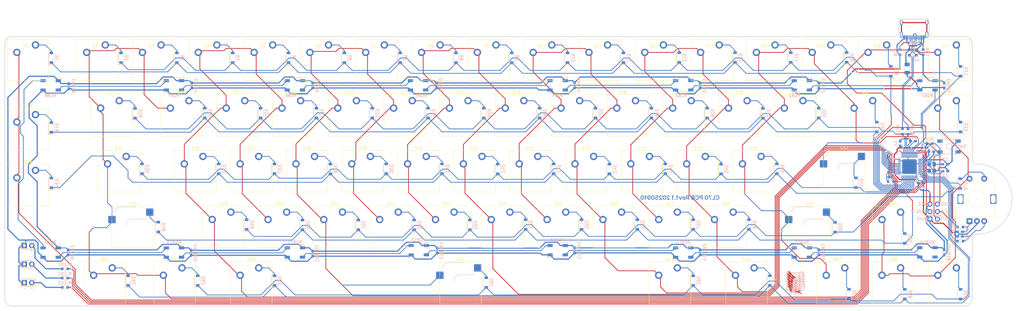
<source format=kicad_pcb>
(kicad_pcb (version 20241229) (generator "pcbnew") (generator_version "9.0")
  (layers (0 "F.Cu" signal) (2 "B.Cu" signal) (13 "F.Paste" user) (15 "B.Paste" user) (5 "F.SilkS" user "F.Silkscreen") (7 "B.SilkS" user "B.Silkscreen") (1 "F.Mask" user) (3 "B.Mask" user) (25 "Edge.Cuts" user))
  (net 0 "")
  (net 1 "GND")
  (net 2 "Net-(U1-UCAP)")
  (net 3 "XTAL1")
  (net 4 "XTAL2")
  (net 5 "+5V")
  (net 6 "ROW0")
  (net 7 "Net-(D1-A)")
  (net 8 "ROW1")
  (net 9 "Net-(D2-A)")
  (net 10 "Net-(D3-A)")
  (net 11 "Net-(D4-A)")
  (net 12 "Net-(D5-A)")
  (net 13 "Net-(D6-A)")
  (net 14 "Net-(D7-A)")
  (net 15 "Net-(D8-A)")
  (net 16 "Net-(D9-A)")
  (net 17 "Net-(D10-A)")
  (net 18 "Net-(D11-A)")
  (net 19 "Net-(D12-A)")
  (net 20 "Net-(D13-A)")
  (net 21 "Net-(D14-A)")
  (net 22 "Net-(D15-A)")
  (net 23 "Net-(D16-A)")
  (net 24 "Net-(D17-A)")
  (net 25 "ROW2")
  (net 26 "Net-(D18-A)")
  (net 27 "ROW3")
  (net 28 "Net-(D19-A)")
  (net 29 "Net-(D20-A)")
  (net 30 "Net-(D21-A)")
  (net 31 "Net-(D22-A)")
  (net 32 "Net-(D23-A)")
  (net 33 "Net-(D24-A)")
  (net 34 "Net-(D25-A)")
  (net 35 "Net-(D26-A)")
  (net 36 "Net-(D27-A)")
  (net 37 "Net-(D28-A)")
  (net 38 "Net-(D29-A)")
  (net 39 "Net-(D30-A)")
  (net 40 "Net-(D31-A)")
  (net 41 "Net-(D32-A)")
  (net 42 "Net-(D33-A)")
  (net 43 "Net-(D34-A)")
  (net 44 "ROW4")
  (net 45 "ROW5")
  (net 46 "Net-(D35-A)")
  (net 47 "Net-(D36-A)")
  (net 48 "Net-(D37-A)")
  (net 49 "Net-(D38-A)")
  (net 50 "Net-(D39-A)")
  (net 51 "Net-(D40-A)")
  (net 52 "Net-(D41-A)")
  (net 53 "Net-(D42-A)")
  (net 54 "Net-(D43-A)")
  (net 55 "Net-(D44-A)")
  (net 56 "Net-(D45-A)")
  (net 57 "Net-(D46-A)")
  (net 58 "Net-(D47-A)")
  (net 59 "Net-(D48-A)")
  (net 60 "ROW6")
  (net 61 "Net-(D49-A)")
  (net 62 "ROW7")
  (net 63 "Net-(D50-A)")
  (net 64 "Net-(D51-A)")
  (net 65 "Net-(D52-A)")
  (net 66 "Net-(D53-A)")
  (net 67 "Net-(D54-A)")
  (net 68 "Net-(D55-A)")
  (net 69 "Net-(D56-A)")
  (net 70 "Net-(D57-A)")
  (net 71 "Net-(D58-A)")
  (net 72 "Net-(D59-A)")
  (net 73 "Net-(D60-A)")
  (net 74 "Net-(D61-A)")
  (net 75 "ROW8")
  (net 76 "ROW9")
  (net 77 "Net-(D62-A)")
  (net 78 "Net-(D63-A)")
  (net 79 "Net-(D64-A)")
  (net 80 "Net-(D65-A)")
  (net 81 "Net-(D66-A)")
  (net 82 "Net-(D67-A)")
  (net 83 "Net-(D68-A)")
  (net 84 "Net-(D69-A)")
  (net 85 "Net-(D70-A)")
  (net 86 "VCC")
  (net 87 "COL8")
  (net 88 "SLOCK_IND")
  (net 89 "RESET")
  (net 90 "RGBLED")
  (net 91 "Net-(LED1-A)")
  (net 92 "Net-(LED2-A)")
  (net 93 "Net-(LED3-A)")
  (net 94 "D-")
  (net 95 "Net-(U2-IO2)")
  (net 96 "Net-(U2-IO1)")
  (net 97 "D+")
  (net 98 "RESW_A")
  (net 99 "Net-(U1-PD2)")
  (net 100 "Net-(U1-PD1)")
  (net 101 "RESW_B")
  (net 102 "Net-(USB1-CC1)")
  (net 103 "Net-(USB1-CC2)")
  (net 104 "Net-(U1-~{HWB}{slash}PE2)")
  (net 105 "Net-(RGB1-DOUT)")
  (net 106 "Net-(RGB2-DOUT)")
  (net 107 "Net-(RGB3-DOUT)")
  (net 108 "Net-(RGB4-DOUT)")
  (net 109 "Net-(RGB5-DOUT)")
  (net 110 "Net-(RGB6-DOUT)")
  (net 111 "Net-(RGB7-DOUT)")
  (net 112 "Net-(RGB8-DOUT)")
  (net 113 "Net-(RGB10-DIN)")
  (net 114 "Net-(RGB10-DOUT)")
  (net 115 "Net-(RGB11-DOUT)")
  (net 116 "Net-(RGB12-DOUT)")
  (net 117 "Net-(RGB13-DOUT)")
  (net 118 "Net-(RGB14-DOUT)")
  (net 119 "Net-(RGB15-DOUT)")
  (net 121 "LAYER_IND")
  (net 122 "CAPS_IND")
  (net 123 "COL0")
  (net 124 "COL1")
  (net 125 "COL2")
  (net 126 "COL3")
  (net 127 "COL4")
  (net 128 "COL5")
  (net 129 "COL6")
  (net 130 "COL7")
  (footprint "ScottoKeebs_MX:MX_PCB_1.00u" (layer "F.Cu") (at 276.225 149.225)
    (property "Reference" "S45")
    (property "Value" "Keyswitch")
  )
  (footprint "ScottoKeebs_MX:MX_PCB_1.00u" (layer "F.Cu") (at 190.5 168.275)
    (property "Reference" "S53")
    (property "Value" "Keyswitch")
  )
  (footprint "ScottoKeebs_MX:MX_PCB_1.00u" (layer "F.Cu") (at 223.8375 111.125)
    (property "Reference" "S10")
    (property "Value" "Keyswitch")
  )
  (footprint "ScottoKeebs_MX:MX_PCB_1.00u" (layer "F.Cu") (at 204.7875 111.125)
    (property "Reference" "S9")
    (property "Value" "Keyswitch")
  )
  (footprint "ScottoKeebs_MX:MX_PCB_1.00u" (layer "F.Cu") (at 47.625 134.9375)
    (property "Reference" "S18")
    (property "Value" "Keyswitch")
  )
  (footprint "ScottoKeebs_MX:MX_PCB_1.00u" (layer "F.Cu") (at 338.1375 111.125)
    (property "Reference" "S16")
    (property "Value" "Keyswitch")
  )
  (footprint "ScottoKeebs_MX:MX_PCB_1.75u" (layer "F.Cu") (at 78.58125 149.225)
    (property "Reference" "S35")
    (property "Value" "Keyswitch")
  )
  (footprint "ScottoKeebs_MX:MX_PCB_1.25u" (layer "F.Cu") (at 73.81875 187.325)
    (property "Reference" "S61")
    (property "Value" "Keyswitch")
  )
  (footprint "random-keyboard-parts:LED_D3.0mm-Pretty" (layer "F.Cu") (at 47.625 174.625)
    (property "Reference" "LED1")
    (property "Value" "Placeholder_LED")
  )
  (footprint "ScottoKeebs_MX:MX_PCB_1.00u" (layer "F.Cu") (at 90.4875 111.125)
    (property "Reference" "S3")
    (property "Value" "Keyswitch")
  )
  (footprint "ScottoKeebs_Hotswap:Hotswap_MX_3.00u" (layer "F.Cu") (at 195.2625 187.325)
    (property "Reference" "S64")
    (property "Value" "Keyswitch")
  )
  (footprint "ScottoKeebs_MX:MX_PCB_1.00u" (layer "F.Cu") (at 114.3 168.275)
    (property "Reference" "S49")
    (property "Value" "Keyswitch")
  )
  (footprint "ScottoKeebs_MX:MX_PCB_1.00u" (layer "F.Cu") (at 133.35 168.275)
    (property "Reference" "S50")
    (property "Value" "Keyswitch")
  )
  (footprint "ScottoKeebs_MX:MX_PCB_1.00u" (layer "F.Cu") (at 47.625 111.125)
    (property "Reference" "S1")
    (property "Value" "Keyswitch")
  )
  (footprint "ScottoKeebs_MX:MX_PCB_1.00u" (layer "F.Cu") (at 361.95 130.175)
    (property "Reference" "S33")
    (property "Value" "Keyswitch")
  )
  (footprint "ScottoKeebs_MX:MX_PCB_1.00u" (layer "F.Cu") (at 228.6 168.275)
    (property "Reference" "S55")
    (property "Value" "Keyswitch")
  )
  (footprint "ScottoKeebs_MX:MX_PCB_1.00u" (layer "F.Cu") (at 342.9 168.275)
    (property "Reference" "S60")
    (property "Value" "Keyswitch")
  )
  (footprint "ScottoKeebs_MX:MX_PCB_1.00u" (layer "F.Cu") (at 200.025 149.225)
    (property "Reference" "S41")
    (property "Value" "Keyswitch")
  )
  (footprint "ScottoKeebs_MX:MX_PCB_1.00u" (layer "F.Cu") (at 128.5875 111.125)
    (property "Reference" "S5")
    (property "Value" "Keyswitch")
  )
  (footprint "ScottoKeebs_Hotswap:Hotswap_MX_2.25u" (layer "F.Cu") (at 326.23125 149.225)
    (property "Reference" "S47")
    (property "Value" "Keyswitch")
  )
  (footprint "ScottoKeebs_MX:MX_PCB_1.00u" (layer "F.Cu") (at 266.7 168.275)
    (property "Reference" "S57")
    (property "Value" "Keyswitch")
  )
  (footprint "ScottoKeebs_MX:MX_PCB_1.00u" (layer "F.Cu") (at 214.3125 130.175)
    (property "Reference" "S26")
    (property "Value" "Keyswitch")
  )
  (footprint "ScottoKeebs_MX:MX_PCB_1.00u" (layer "F.Cu") (at 238.125 149.225)
    (property "Reference" "S43")
    (property "Value" "Keyswitch")
  )
  (footprint "ScottoKeebs_MX:MX_PCB_1.00u" (layer "F.Cu") (at 152.4 168.275)
    (property "Reference" "S51")
    (property "Value" "Keyswitch")
  )
  (footprint "ScottoKeebs_Hotswap:Hotswap_MX_2.00u" (layer "F.Cu") (at 314.325 168.275)
    (property "Reference" "S59")
    (property "Value" "Keyswitch")
  )
  (footprint "ScottoKeebs_MX:MX_PCB_1.00u" (layer "F.Cu") (at 109.5375 111.125)
    (property "Reference" "S4")
    (property "Value" "Keyswitch")
  )
  (footprint "ScottoKeebs_MX:MX_PCB_1.50u" (layer "F.Cu") (at 123.825 187.325)
    (property "Reference" "S63")
    (property "Value" "Keyswitch")
  )
  (footprint "ScottoKeebs_MX:MX_PCB_1.00u" (layer "F.Cu") (at 233.3625 130.175)
    (property "Reference" "S27")
    (property "Value" "Keyswitch")
  )
  (footprint "ScottoKeebs_MX:MX_PCB_1.00u" (layer "F.Cu") (at 285.75 168.275)
    (property "Reference" "S58")
    (property "Value" "Keyswitch")
  )
  (footprint "ScottoKeebs_MX:MX_PCB_1.00u" (layer "F.Cu") (at 166.6875 111.125)
    (property "Reference" "S7")
    (property "Value" "Keyswitch")
  )
  (footprint "ScottoKeebs_MX:MX_PCB_1.25u" (layer "F.Cu") (at 97.63125 187.325)
    (property "Reference" "S62")
    (property "Value" "Keyswitch")
  )
  (footprint "ScottoKeebs_MX:MX_PCB_1.00u" (layer "F.Cu") (at 300.0375 111.125)
    (property "Reference" "S14")
    (property "Value" "Keyswitch")
  )
  (footprint "ScottoKeebs_MX:MX_PCB_1.00u" (layer "F.Cu") (at 161.925 149.225)
    (property "Reference" "S39")
    (property "Value" "Keyswitch")
  )
  (footprint "ScottoKeebs_MX:MX_PCB_1.00u" (layer "F.Cu") (at 176.2125 130.175)
    (property "Reference" "S24")
    (property "Value" "Keyswitch")
  )
  (footprint "Graphics:SURVEY_CORPS" (layer "F.Cu") (at 309.5 187.3)
    (property "Reference" "G***" (hide yes))
    (property "Value" "LOGO" (hide yes))
  )
  (footprint "ScottoKeebs_MX:MX_PCB_1.00u" (layer "F.Cu") (at 209.55 168.275)
    (property "Reference" "S54")
    (property "Value" "Keyswitch")
  )
  (footprint "ScottoKeebs_MX:MX_PCB_1.00u" (layer "F.Cu") (at 323.85 187.325)
    (property "Reference" "S67")
    (property "Value" "Keyswitch")
  )
  (footprint "ScottoKeebs_MX:MX_PCB_1.00u" (layer "F.Cu") (at 271.4625 130.175)
    (property "Reference" "S29")
    (property "Value" "Keyswitch")
  )
  (footprint "random-keyboard-parts:LED_D3.0mm-Pretty" (layer "F.Cu") (at 47.625 187.3125)
    (property "Reference" "LED3")
    (property "Value" "Placeholder_LED")
  )
  (footprint "ScottoKeebs_MX:MX_PCB_1.00u" (layer "F.Cu") (at 195.2625 130.175)
    (property "Reference" "S25")
    (property "Value" "Keyswitch")
  )
  (footprint "ScottoKeebs_MX:MX_PCB_1.00u" (layer "F.Cu") (at 104.775 149.225)
    (property "Reference" "S36")
    (property "Value" "Keyswitch")
  )
  (footprint "ScottoKeebs_MX:MX_PCB_1.00u" (layer "F.Cu") (at 138.1125 130.175)
    (property "Reference" "S22")
    (property "Value" "Keyswitch")
  )
  (footprint "ScottoKeebs_MX:MX_PCB_1.25u" (layer "F.Cu") (at 292.89375 187.325)
    (property "Reference" "S66")
    (property "Value" "Keyswitch")
  )
  (footprint "ScottoKeebs_MX:MX_PCB_1.00u" (layer "F.Cu") (at 47.625 153.9875)
    (property "Reference" "S34")
    (property "Value" "Keyswitch")
  )
  (footprint "ScottoKeebs_MX:MX_PCB_1.00u" (layer "F.Cu") (at 361.95 187.325)
    (property "Reference" "S69")
    (property "Value" "Keyswitch")
  )
  (footprint "ScottoKeebs_MX:MX_PCB_1.00u" (layer "F.Cu") (at 252.4125 130.175)
    (property "Reference" "S28")
    (property "Value" "Keyswitch")
  )
  (footprint "ScottoKeebs_MX:MX_PCB_1.00u" (layer "F.Cu") (at 290.5125 130.175)
    (property "Reference" "S30")
    (property "Value" "Keyswitch")
  )
  (footprint "ScottoKeebs_MX:MX_PCB_1.00u" (layer "F.Cu") (at 280.9875 111.125)
    (property "Reference" "S13")
    (property "Value" "Keyswitch")
  )
  (footprint "ScottoKeebs_MX:MX_PCB_1.00u" (layer "F.Cu") (at 157.1625 130.175)
    (property "Reference" "S23")
    (property "Value" "Keyswitch")
  )
  (footprint "ScottoKeebs_MX:MX_PCB_1.00u" (layer "F.Cu") (at 247.65 168.275)
    (property "Reference" "S56")
    (property "Value" "Keyswitch")
  )
  (footprint "ScottoKeebs_MX:MX_PCB_1.00u" (layer "F.Cu") (at 361.95 111.125)
    (property "Reference" "S17")
    (property "Value" "Keyswitch")
  )
  (footprint "ScottoKeebs_MX:MX_PCB_1.00u" (layer "F.Cu") (at 309.5625 130.175)
    (property "Reference" "S31")
    (property "Value" "Keyswitch")
  )
  (footprint "ScottoKeebs_MX:MX_PCB_1.00u" (layer "F.Cu") (at 171.45 168.275)
    (property "Reference" "S52")
    (property "Value" "Keyswitch")
  )
  (footprint "Rotary_Encoder:RotaryEncoder_Alps_EC11E-Switch_Vertical_H20mm" (layer "F.Cu") (at 368.975 166.25 90)
    (property "Reference" "RESW1")
    (property "Value" "RotaryEncoder_Switch")
  )
  (footprint "ScottoKeebs_MX:MX_PCB_1.00u" (layer "F.Cu") (at 295.275 149.225)
    (property "Reference" "S46")
    (property "Value" "Keyswitch")
  )
  (footprint "ScottoKeebs_MX:MX_PCB_1.00u" (layer "F.Cu") (at 242.8875 111.125)
    (property "Reference" "S11")
    (property "Value" "Keyswitch")
  )
  (footprint "ScottoKeebs_MX:MX_PCB_1.00u" (layer "F.Cu") (at 261.9375 111.125)
    (property "Reference" "S12")
    (property "Value" "Keyswitch")
  )
  (footprint "ScottoKeebs_Hotswap:Hotswap_MX_2.25u" (layer "F.Cu") (at 83.34375 168.275)
    (property "Reference" "S48")
    (property "Value" "Keyswitch")
  )
  (footprint "ScottoKeebs_MX:MX_PCB_1.00u" (layer "F.Cu") (at 219.075 149.225)
    (property "Reference" "S42")
    (property "Value" "Keyswitch")
  )
  (footprint "ScottoKeebs_MX:MX_PCB_1.50u" (layer "F.Cu") (at 266.7 187.325)
    (property "Reference" "S65")
    (property "Value" "Keyswitch")
  )
  (footprint "ScottoKeebs_MX:MX_PCB_1.00u" (layer "F.Cu") (at 342.9 187.325)
    (property "Reference" "S68")
    (property "Value" "Keyswitch")
  )
  (footprint "ScottoKeebs_MX:MX_PCB_1.00u" (layer "F.Cu") (at 180.975 149.225)
    (property "Reference" "S40")
    (property "Value" "Keyswitch")
  )
  (footprint "ScottoKeebs_MX:MX_PCB_1.50u" (layer "F.Cu") (at 76.2 130.175)
    (property "Reference" "S19")
    (property "Value" "Keyswitch")
  )
  (footprint "ScottoKeebs_MX:MX_PCB_1.00u" (layer "F.Cu") (at 147.6375 111.125)
    (property "Reference" "S6")
    (property "Value" "Keyswitch")
  )
  (footprint "ScottoKeebs_MX:MX_PCB_1.00u" (layer "F.Cu") (at 119.0625 130.175)
    (property "Reference" "S21")
    (property "Value" "Keyswitch")
  )
  (footprint "ScottoKeebs_MX:MX_PCB_1.00u" (layer "F.Cu") (at 319.0875 111.125)
    (property "Reference" "S15")
    (property "Value" "Keyswitch")
  )
  (footprint "random-keyboard-parts:LED_D3.0mm-Pretty" (layer "F.Cu") (at 47.625 180.96875)
    (property "Reference" "LED2")
    (property "Value" "Placeholder_LED")
  )
  (footprint "ScottoKeebs_MX:MX_PCB_1.00u" (layer "F.Cu") (at 100.0125 130.175)
    (property "Reference" "S20")
    (property "Value" "Keyswitch")
  )
  (footprint "ScottoKeebs_MX:MX_PCB_1.00u" (layer "F.Cu") (at 123.825 149.225)
    (property "Reference" "S37")
    (property "Value" "Keyswitch")
  )
  (footprint "ScottoKeebs_MX:MX_PCB_1.50u" (layer "F.Cu") (at 333.375 130.175)
    (property "Reference" "S32")
    (property "Value" "Keyswitch")
  )
  (footprint "ScottoKeebs_MX:MX_PCB_1.00u" (layer "F.Cu") (at 185.7375 111.125)
    (property "Reference" "S8")
    (property "Value" "Keyswitch")
  )
  (footprint "ScottoKeebs_MX:MX_PCB_1.00u" (layer "F.Cu") (at 142.875 149.225)
    (property "Reference" "S38")
    (property "Value" "Keyswitch")
  )
  (footprint "ScottoKeebs_MX:MX_PCB_1.00u" (layer "F.Cu") (at 257.175 149.225)
    (property "Reference" "S44")
    (property "Value" "Keyswitch")
  )
  (footprint "ScottoKeebs_MX:MX_PCB_1.00u" (layer "F.Cu") (at 71.4375 111.125)
    (property "Reference" "S2")
    (property "Value" "Keyswitch")
  )
  (footprint "locallib:C_0603" (layer "B.Cu") (at 352.35 153.25 180)
    (property "Reference" "C6")
    (property "Value" "0.1uF")
  )
  (footprint "locallib:LED_WS2812B-PLCC4" (layer "B.Cu") (at 97.4125 119.84375)
    (property "Reference" "RGB7")
    (property "Value" "WS2812B")
  )
  (footprint "Diode_SMD:D_SOD-123" (layer "B.Cu") (at 193.675 110.39375 90)
    (property "Reference" "D8")
    (property "Value" "D_Small")
  )
  (footprint "locallib:LED_WS2812B-PLCC4" (layer "B.Cu") (at 354.5875 176.9375 180)
    (property "Reference" "RGB16")
    (property "Value" "WS2812B")
  )
  (footprint "locallib:LED_WS2812B-PLCC4" (layer "B.Cu") (at 271.24375 177.01875 180)
    (property "Reference" "RGB14")
    (property "Value" "WS2812B")
  )
  (footprint "locallib:C_0603" (layer "B.Cu") (at 277.01875 176.95 -90)
    (property "Reference" "CRGB14")
    (property "Value" "0.1uF")
  )
  (footprint "Diode_SMD:D_SOD-123" (layer "B.Cu") (at 293.6875 167.41875 90)
    (property "Reference" "D58")
    (property "Value" "D_Small")
  )
  (footprint "Diode_SMD:D_SOD-123" (layer "B.Cu") (at 122.2375 167.41875 90)
    (property "Reference" "D49")
    (property "Value" "D_Small")
  )
  (footprint "Diode_SMD:D_SOD-123" (layer "B.Cu") (at 346.86875 172.18125 90)
    (property "Reference" "D60")
    (property "Value" "D_Small")
  )
  (footprint "locallib:C_0603" (layer "B.Cu") (at 349.65 138.90625 180)
    (property "Reference" "C1")
    (property "Value" "1uF")
  )
  (footprint "Diode_SMD:D_SOD-123" (layer "B.Cu") (at 236.5375 167.41875 90)
    (property "Reference" "D55")
    (property "Value" "D_Small")
  )
  (footprint "Diode_SMD:D_SOD-123" (layer "B.Cu") (at 365.75 153.4 90)
    (property "Reference" "D70")
    (property "Value" "D_Small")
  )
  (footprint "locallib:LED_WS2812B-PLCC4" (layer "B.Cu") (at 138.6875 119.84375)
    (property "Reference" "RGB6")
    (property "Value" "WS2812B")
  )
  (footprint "Diode_SMD:D_SOD-123" (layer "B.Cu") (at 274.6375 167.41875 90)
    (property "Reference" "D57")
    (property "Value" "D_Small")
  )
  (footprint "Diode_SMD:D_SOD-123" (layer "B.Cu") (at 307.975 110.33125 90)
    (property "Reference" "D14")
    (property "Value" "D_Small")
  )
  (footprint "Diode_SMD:D_SOD-123" (layer "B.Cu") (at 174.625 110.39375 90)
    (property "Reference" "D7")
    (property "Value" "D_Small")
  )
  (footprint "locallib:C_0603" (layer "B.Cu") (at 365.65 169.9)
    (property "Reference" "C9")
    (property "Value" "0.01uF")
  )
  (footprint "locallib:LED_WS2812B-PLCC4" (layer "B.Cu") (at 55.35 119.85)
    (property "Reference" "RGB8")
    (property "Value" "WS2812B")
  )
  (footprint "Diode_SMD:D_SOD-123" (layer "B.Cu") (at 330.2 153.13125 90)
    (property "Reference" "D47")
    (property "Value" "D_Small")
  )
  (footprint "Diode_SMD:D_SOD-123" (layer "B.Cu") (at 117.475 110.39375 90)
    (property "Reference" "D4")
    (property "Value" "D_Small")
  )
  (footprint "locallib:C_0603" (layer "B.Cu") (at 317.5 176.95 -90)
    (property "Reference" "CRGB15")
    (property "Value" "0.1uF")
  )
  (footprint "locallib:R_0603" (layer "B.Cu") (at 346.075 135.625 90)
    (property "Reference" "RC1")
    (property "Value" "22")
  )
  (footprint "locallib:C_0603" (layer "B.Cu") (at 317.5 119.9125 90)
    (property "Reference" "CRGB2")
    (property "Value" "0.1uF")
  )
  (footprint "Diode_SMD:D_SOD-123" (layer "B.Cu") (at 241.3 129.31875 90)
    (property "Reference" "D27")
    (property "Value" "D_Small")
  )
  (footprint "Diode_SMD:D_SOD-123" (layer "B.Cu") (at 222.25 129.31875 90)
    (property "Reference" "D26")
    (property "Value" "D_Small")
  )
  (footprint "locallib:R_0603" (layer "B.Cu") (at 348 135.65 -90)
    (property "Reference" "RC2")
    (property "Value" "22")
  )
  (footprint "Diode_SMD:D_SOD-123" (layer "B.Cu") (at 107.95 129.31875 90)
    (property "Reference" "D20")
    (property "Value" "D_Small")
  )
  (footprint "locallib:SOT143B" (layer "B.Cu") (at 349.60625 108.5875 -90)
    (property "Reference" "U2")
    (property "Value" "PRTR5V0U2X")
  )
  (footprint "locallib:C_0603" (layer "B.Cu") (at 365.65 171.5 180)
    (property "Reference" "C8")
    (property "Value" "0.01uF")
  )
  (footprint "locallib:C_0603" (layer "B.Cu") (at 61.25 176.95 -90)
    (property "Reference" "CRGB9")
    (property "Value" "0.1uF")
  )
  (footprint "locallib:C_0603" (layer "B.Cu") (at 144.75 177.4 -90)
    (property "Reference" "CRGB11")
    (property "Value" "0.1uF")
  )
  (footprint "Diode_SMD:D_SOD-123" (layer "B.Cu") (at 136.525 110.39375 90)
    (property "Reference" "D5")
    (property "Value" "D_Small")
  )
  (footprint "locallib:C_0603" (layer "B.Cu") (at 360.3625 176.95 -90)
    (property "Reference" "CRGB16")
    (property "Value" "0.1uF")
  )
  (footprint "Diode_SMD:D_SOD-123" (layer "B.Cu") (at 131.7625 148.36875 90)
    (property "Reference" "D37")
    (property "Value" "D_Small")
  )
  (footprint "Diode_SMD:D_SOD-123" (layer "B.Cu") (at 160.3375 167.54375 90)
    (property "Reference" "D51")
    (property "Value" "D_Small")
  )
  (footprint "locallib:C_0603" (layer "B.Cu") (at 345.28125 139.75625 -90)
    (property "Reference" "C4")
    (property "Value" "10uF")
  )
  (footprint "Diode_SMD:D_SOD-123" (layer "B.Cu") (at 155.575 110.39375 90)
    (property "Reference" "D6")
    (property "Value" "D_Small")
  )
  (footprint "Diode_SMD:D_SOD-123" (layer "B.Cu") (at 105.56875 186.59375 90)
    (property "Reference" "D62")
    (property "Value" "D_Small")
  )
  (footprint "Diode_SMD:D_SOD-123" (layer "B.Cu") (at 55.5625 134.20625 90)
    (property "Reference" "D18")
    (property "Value" "D_Small")
  )
  (footprint "locallib:LED_WS2812B-PLCC4" (layer "B.Cu") (at 228.38125 176.2 180)
    (property "Reference" "RGB13")
    (property "Value" "WS2812B")
  )
  (footprint "locallib:C_0603" (layer "B.Cu") (at 360.65 146.84375)
    (property "Reference" "C3")
    (property "Value" "22pF")
  )
  (footprint "Diode_SMD:D_SOD-123" (layer "B.Cu") (at 288.925 110.33125 90)
    (property "Reference" "D13")
    (property "Value" "D_Small")
  )
  (footprint "locallib:C_0603" (layer "B.Cu") (at 234.15625 119.8 90)
    (property "Reference" "CRGB4")
    (property "Value" "0.1uF")
  )
  (footprint "random-keyboard-parts:SKQG-1155865" (layer "B.Cu") (at 361.95 140.75625)
    (property "Reference" "SW1")
    (property "Value" "SW_Push")
  )
  (footprint "Diode_SMD:D_SOD-123" (layer "B.Cu") (at 141.2875 167.54375 90)
    (property "Reference" "D50")
    (property "Value" "D_Small")
  )
  (footprint "Diode_SMD:D_SOD-123" (layer "B.Cu") (at 246.0625 148.43125 90)
    (property "Reference" "D43")
    (property "Value" "D_Small")
  )
  (footprint "Diode_SMD:D_SOD-123" (layer "B.Cu") (at 323.05625 168.3375 90)
    (property "Reference" "D59")
    (property "Value" "D_Small")
  )
  (footprint "locallib:C_0603" (layer "B.Cu") (at 355.9 142.5 180)
    (property "Reference" "C7")
    (property "Value" "0.1uF")
  )
  (footprint "Diode_SMD:D_SOD-123" (layer "B.Cu") (at 207.9625 148.43125 90)
    (property "Reference" "D41")
    (property "Value" "D_Small")
  )
  (footprint "locallib:LED_WS2812B-PLCC4" (layer "B.Cu") (at 180.975 176.2 180)
    (property "Reference" "RGB12")
    (property "Value" "WS2812B")
  )
  (footprint "Diode_SMD:D_SOD-123" (layer "B.Cu") (at 169.8625 148.36875 90)
    (property "Reference" "D39")
    (property "Value" "D_Small")
  )
  (footprint "locallib:LED_WS2812B-PLCC4" (layer "B.Cu") (at 228.38125 119.84375)
    (property "Reference" "RGB4")
    (property "Value" "WS2812B")
  )
  (footprint "random-keyboard-parts:Reset_Pretty-Mask" (layer "B.Cu") (at 356.73 163 180)
    (property "Reference" "J1")
    (property "Value" "AVR-ISP-6")
  )
  (footprint "locallib:LED_WS2812B-PLCC4" (layer "B.Cu") (at 311.725 119.84375)
    (property "Reference" "RGB2")
    (property "Value" "WS2812B")
  )
  (footprint "locallib:R_0603" (layer "B.Cu") (at 342.1 152.75 180)
    (property "Reference" "RC8")
    (property "Value" "1k")
  )
  (footprint "Diode_SMD:D_SOD-123" (layer "B.Cu") (at 298.45 129.38125 90)
    (property "Reference" "D30")
    (property "Value" "D_Small")
  )
  (footprint "Diode_SMD:D_SOD-123" (layer "B.Cu") (at 217.4875 167.41875 90)
    (property "Reference" "D54")
    (property "Value" "D_Small")
  )
  (footprint "Diode_SMD:D_SOD-123" (layer "B.Cu") (at 184.15 129.31875 90)
    (property "Reference" "D24")
    (property "Value" "D_Small")
  )
  (footprint "Diode_SMD:D_SOD-123" (layer "B.Cu") (at 112.7125 148.36875 90)
    (property "Reference" "D36")
    (property "Value" "D_Small")
  )
  (footprint "locallib:R_0603" (layer "B.Cu") (at 353.1375 108.525 90)
    (property "Reference" "RC7")
    (property "Value" "5k1")
  )
  (footprint "Diode_SMD:D_SOD-123" (layer "B.Cu") (at 212.725 110.39375 90)
    (property "Reference" "D9")
    (property "Value" "D_Small")
  )
  (footprint "Diode_SMD:D_SOD-123" (layer "B.Cu") (at 150.8125 148.43125 90)
    (property "Reference" "D38")
    (property "Value" "D_Small")
  )
  (footprint "Diode_SMD:D_SOD-123" (layer "B.Cu") (at 317.5 129.31875 90)
    (property "Reference" "D31")
    (property "Value" "D_Small")
  )
  (footprint "locallib:LED_WS2812B-PLCC4" (layer "B.Cu") (at 354.5875 119.86875)
    (property "Reference" "RGB1")
    (property "Value" "WS2812B")
  )
  (footprint "locallib:R_0603" (layer "B.Cu") (at 60.21875 182.5625 180)
    (property "Reference" "RLED1")
    (property "Value" "330")
  )
  (footprint "locallib:R_0603" (layer "B.Cu") (at 60.21875 185.7375 180)
    (property "Reference" "RLED2")
    (property "Value" "330")
  )
  (footprint "locallib:LED_WS2812B-PLCC4" (layer "B.Cu") (at 180.75625 119.84375)
    (property "Reference" "RGB5")
    (property "Value" "WS2812B")
  )
  (footprint "locallib:C_0603" (layer "B.Cu") (at 360.69375 149.225)
    (property "Reference" "C2")
    (property "Value" "22pF")
  )
  (footprint "Diode_SMD:D_SOD-123" (layer "B.Cu") (at 337.34375 134.08125 90)
    (property "Reference" "D32")
    (property "Value" "D_Small")
  )
  (footprint "Diode_SMD:D_SOD-123" (layer "B.Cu") (at 127 129.31875 90)
    (property "Reference" "D21")
    (property "Value" "D_Small")
  )
  (footprint "Diode_SMD:D_SOD-123" (layer "B.Cu") (at 146.05 129.31875 90)
    (property "Reference" "D22")
    (property "Value" "D_Small")
  )
  (footprint "Diode_SMD:D_SOD-123" (layer "B.Cu") (at 188.9125 148.36875 90)
    (property "Reference" "D40")
    (property "Value" "D_Small")
  )
  (footprint "Crystal:Crystal_SMD_3225-4Pin_3.2x2.5mm" (layer "B.Cu") (at 356.04375 147.94375 90)
    (property "Reference" "Y1")
    (property "Value" "16MHz")
  )
  (footprint "locallib:LED_WS2812B-PLCC4" (layer "B.Cu") (at 97.4125 177.01875 180)
    (property "Reference" "RGB10")
    (property "Value" "WS2812B")
  )
  (footprint "Diode_SMD:D_SOD-123" (layer "B.Cu") (at 198.4375 167.54375 90)
    (property "Reference" "D53")
    (property "Value" "D_Small")
  )
  (footprint "locallib:LED_WS2812B-PLCC4" (layer "B.Cu") (at 271.24375 119.84375)
    (property "Reference" "RGB3")
    (property "Value" "WS2812B")
  )
  (footprint "Diode_SMD:D_SOD-123" (layer "B.Cu") (at 55.5625 153.19375 90)
    (property "Reference" "D34")
    (property "Value" "D_Small")
  )
  (footprint "Diode_SMD:D_SOD-123" (layer "B.Cu") (at 179.3875 167.54375 90)
    (property "Reference" "D52")
    (property "Value" "D_Small")
  )
  (footprint "locallib:R_0603" (layer "B.Cu") (at 365.8125 168.275)
    (property "Reference" "RC5")
    (property "Value" "10k")
  )
  (footprint "Type-C:HRO-TYPE-C-31-M-12-Assembly" (layer "B.Cu") (at 350.05 95.805)
    (property "Reference" "USB1")
    (property "Value" "HRO-TYPE-C-31-M-12")
  )
  (footprint "Diode_SMD:D_SOD-123" (layer "B.Cu") (at 327.025 110.26875 90)
    (property "Reference" "D15")
    (property "Value" "D_Small")
  )
  (footprint "locallib:C_0603" (layer "B.Cu") (at 144.75 119.9 90)
    (property "Reference" "CRGB6")
    (property "Value" "0.1uF")
  )
  (footprint "Diode_SMD:D_SOD-123" (layer "B.Cu") (at 265.1125 148.36875 90)
    (property "Reference" "D44")
    (property "Value" "D_Small")
  )
  (footprint "Diode_SMD:D_SOD-123" (layer "B.Cu") (at 84.1375 129.38125 90)
    (property "Reference" "D19")
    (property "Value" "D_Small")
  )
  (footprint "locallib:C_0603" (layer "B.Cu") (at 187 119.9 90)
    (property "Reference" "CRGB5")
    (property "Value" "0.1uF")
  )
  (footprint "locallib:LED_WS2812B-PLCC4" (layer "B.Cu") (at 311.725 176.99375 180)
    (property "Reference" "RGB15")
    (property "Value" "WS2812B")
  )
  (footprint "Diode_SMD:D_SOD-123" (layer "B.Cu") (at 269.875 110.33125 90)
    (property "Reference" "D12")
    (property "Value" "D_Small")
  )
  (footprint "Diode_SMD:D_SOD-123" (layer "B.Cu") (at 365.91875 191.23125 90)
    (property "Reference" "D69")
    (property "Value" "D_Small")
  )
  (footprint "locallib:C_0603" (layer "B.Cu") (at 103.25 177.1 -90)
    (property "Reference" "CRGB10")
    (property "Value" "0.1uF")
  )
  (footprint "Diode_SMD:D_SOD-123" (layer "B.Cu") (at 203.99375 187.2625 90)
    (property "Reference" "D64")
    (property "Value" "D_Small")
  )
  (footprint "locallib:R_0603" (layer "B.Cu") (at 355.35 139.75)
    (property "Reference" "RC3")
    (property "Value" "10k")
  )
  (footprint "locallib:R_0603" (layer "B.Cu") (at 60.21875 188.9125 180)
    (property "Reference" "RLED3")
    (property "Value" "330")
  )
  (footprint "locallib:C_0603" (layer "B.Cu") (at 103.5 119.9 90)
    (property "Reference" "CRGB7")
    (property "Value" "0.1uF")
  )
  (footprint "Diode_SMD:D_SOD-123" (layer "B.Cu") (at 346.86875 191.23125 90)
    (property "Reference" "D68")
    (property "Value" "D_Small")
  )
  (footprint "Diode_SMD:D_SOD-123" (layer "B.Cu") (at 98.425 110.39375 90)
    (property "Reference" "D3")
    (property "Value" "D_Small")
  )
  (footprint "locallib:LED_WS2812B-PLCC4" (layer "B.Cu") (at 138.6875 176.99375 180)
    (property "Reference" "RGB11")
    (property "Value" "WS2812B")
  )
  (footprint "Diode_SMD:D_SOD-123" (layer "B.Cu") (at 92.075 168.275 90)
    (property "Reference" "D48")
    (property "Value" "D_Small")
  )
  (footprint "Diode_SMD:D_SOD-123" (layer "B.Cu") (at 365.91875 115.03125 90)
    (property "Reference" "D17")
    (property "Value" "D_Small")
  )
  (footprint "Diode_SMD:D_SOD-123" (layer "B.Cu") (at 203.2 129.31875 90)
    (property "Reference" "D25")
    (property "Value" "D_Small")
  )
  (footprint "Diode_SMD:D_SOD-123" (layer "B.Cu") (at 303.2125 148.36875 90)
    (property "Reference" "D46")
    (property "Value" "D_Small")
  )
  (footprint "Diode_SMD:D_SOD-123" (layer "B.Cu") (at 300.83125 186.59375 90)
    (property "Reference" "D66")
    (property "Value" "D_Small")
  )
  (footprint "Diode_SMD:D_SOD-123" (layer "B.Cu") (at 55.5625 110.39375 90)
    (property "Reference" "D1")
    (property "Value" "D_Small")
  )
  (footprint "Diode_SMD:D_SOD-123" (layer "B.Cu") (at 79.375 110.39375 90)
    (property "Reference" "D2")
    (property "Value" "D_Small")
  )
  (footprint "locallib:LED_WS2812B-PLCC4" (layer "B.Cu") (at 55.34375 177.01875 180)
    (property "Reference" "RGB9")
    (property "Value" "WS2812B")
  )
  (footprint "Diode_SMD:D_SOD-123" (layer "B.Cu") (at 250.825 110.39375 90)
    (property "Reference" "D11")
    (property "Value" "D_Small")
  )
  (footprint "Diode_SMD:D_SOD-123" (layer "B.Cu") (at 81.75625 186.59375 90)
    (property "Reference" "D61")
    (property "Value" "D_Small")
  )
  (footprint "Diode_SMD:D_SOD-123" (layer "B.Cu") (at 365.91875 134.08125 90)
    (property "Reference" "D33")
    (property "Value" "D_Small")
  )
  (footprint "Diode_SMD:D_SOD-123" (layer "B.Cu") (at 255.5875 167.41875 90)
    (property "Reference" "D56")
    (property "Value" "D_Small")
  )
  (footprint "Diode_SMD:D_SOD-123" (layer "B.Cu") (at 260.35 129.31875 90)
    (property "Reference" "D28")
    (property "Value" "D_Small")
  )
  (footprint "locallib:C_0603" (layer "B.Cu") (at 277.01875 119.9125 90)
    (property "Reference" "CRGB3")
    (property "Value" "0.1uF")
  )
  (footprint "locallib:C_0603" (layer "B.Cu") (at 234.15625 176.26875 -90)
    (property "Reference" "CRGB13")
    (property "Value" "0.1uF")
  )
  (footprint "Diode_SMD:D_SOD-123" (layer "B.Cu") (at 327.81875 191.23125 90)
    (property "Reference" "D67")
    (property "Value" "D_Small")
  )
  (footprint "locallib:C_0603" (layer "B.Cu") (at 341.3125 150.4 -90)
    (property "Reference" "C5" (hide yes))
    (property "Value" "0.1uF")
  )
  (footprint "Diode_SMD:D_SOD-123" (layer "B.Cu") (at 165.1 129.31875 90)
    (property "Reference" "D23")
    (property "Value" "D_Small")
  )
  (footprint "Diode_SMD:D_SOD-123" (layer "B.Cu") (at 342.10625 115.03125 90)
    (property "Reference" "D16")
    (property "Value" "D_Small")
  )
  (footprint "Diode_SMD:D_SOD-123" (layer "B.Cu") (at 231.775 110.39375 90)
    (property "Reference" "D10")
    (property "Value" "D_Small")
  )
  (footprint "Diode_SMD:D_SOD-123" (layer "B.Cu") (at 274.6375 186.59375 90)
    (property "Reference" "D65")
    (property "Value" "D_Small")
  )
  (footprint "locallib:R_0603" (layer "B.Cu") (at 345.2 108.525 90)
    (property "Reference" "RC6")
    (property "Value" "5k1")
  )
  (footprint "Diode_SMD:D_SOD-123" (layer "B.Cu") (at 227.0125 148.36875 90)
    (property "Reference" "D42")
    (property "Value" "D_Small")
  )
  (footprint "Diode_SMD:D_SOD-123" (layer "B.Cu") (at 279.4 129.31875 90)
    (property "Reference" "D29")
    (property "Value" "D_Small")
  )
  (footprint "locallib:C_0603" (layer "B.Cu") (at 187.25 176.35 -90)
    (property "Reference" "CRGB12")
    (property "Value" "0.1uF")
  )
  (footprint "Diode_SMD:D_SOD-123" (layer "B.Cu") (at 131.7625 186.59375 90)
    (property "Reference" "D63")
    (property "Value" "D_Small")
  )
  (footprint "locallib:C_0603" (layer "B.Cu") (at 360.3625 119.9125 90)
    (property "Reference" "CRGB1")
    (property "Value" "0.1uF")
  )
  (footprint "locallib:R_0603" (layer "B.Cu") (at 365.8125 173.1)
    (property "Reference" "RC4")
    (property "Value" "10k")
  )
  (footprint "Diode_SMD:D_SOD-123" (layer "B.Cu") (at 86.51875 148.36875 90)
    (property "Reference" "D35")
    (property "Value" "D_Small")
  )
  (footprint "locallib:C_0603" (layer "B.Cu") (at 61.5 120.15 90)
    (property "Reference" "CRGB8")
    (property "Value" "0.1uF")
  )
  (footprint "locallib:QFN-44-1EP_7x7mm_Pitch0.5mm" (layer "B.Cu") (at 348.45625 147.6375 -90)
    (property "Reference" "U1")
    (property "Value" "ATmega32U4-MU")
  )
  (footprint "Diode_SMD:D_SOD-123" (layer "B.Cu") (at 284.1625 148.43125 90)
    (property "Reference" "D45")
    (property "Value" "D_Small")
  )
  (footprint "Graphics:PCB_INFO_2" (layer "B.Cu") (at 269.863434 158.223863 180)
    (property "Reference" "G***" (hide yes))
    (property "Value" "LOGO" (hide yes))
  )
  (footprint "Fuse:Fuse_1206_3216Metric" (layer "B.Cu") (at 347.6625 114.1125 90)
    (property "Reference" "F1")
    (property "Value" "500mA")
  )
  (gr_arc (start 371.475 146.75) (mid 383.475004 158.750002) (end 371.475 170.75) (stroke (width 0.2)) (layer "Edge.Cuts"))
  (gr_arc (start 354.421762 97.2107) (mid 354.983056 97.443195) (end 355.21555 98.004492) (stroke (width 0.2)) (layer "Edge.Cuts"))
  (gr_line (start 39.6875 192.88125) (end 39.6875 105.568812) (stroke (width 0.2)) (layer "Edge.Cuts"))
  (gr_arc (start 344.87195 98.004592) (mid 345.104451 97.443225) (end 345.665762 97.21078) (stroke (width 0.2)) (layer "Edge.Cuts"))
  (gr_arc (start 39.6875 105.568812) (mid 40.384966 103.884975) (end 42.068812 103.1875) (stroke (width 0.2)) (layer "Edge.Cuts"))
  (gr_arc (start 369.8875 192.881292) (mid 369.190062 194.565071) (end 367.50625 195.2625) (stroke (width 0.2)) (layer "Edge.Cuts"))
  (gr_line (start 345.665762 97.2107) (end 354.421762 97.2107) (stroke (width 0.2)) (layer "Edge.Cuts"))
  (gr_arc (start 344.87195 101.599992) (mid 344.406978 102.722523) (end 343.28445 103.1875) (stroke (width 0.2)) (layer "Edge.Cuts"))
  (gr_line (start 343.28445 103.1875) (end 42.068812 103.1875) (stroke (width 0.2)) (layer "Edge.Cuts"))
  (gr_line (start 369.8875 172.337492) (end 369.8875 192.881292) (stroke (width 0.2)) (layer "Edge.Cuts"))
  (gr_arc (start 356.803062 103.1875) (mid 355.680523 102.722528) (end 355.21555 101.599992) (stroke (width 0.2)) (layer "Edge.Cuts"))
  (gr_arc (start 367.506262 103.1875) (mid 369.190071 103.884945) (end 369.8875 105.56875) (stroke (width 0.2)) (layer "Edge.Cuts"))
  (gr_arc (start 371.475 146.75) (mid 370.352441 146.285046) (end 369.8875 145.1625) (stroke (width 0.2)) (layer "Edge.Cuts"))
  (gr_line (start 344.87195 101.599992) (end 344.87195 98.004592) (stroke (width 0.2)) (layer "Edge.Cuts"))
  (gr_line (start 42.068762 195.2625) (end 367.50625 195.2625) (stroke (width 0.2)) (layer "Edge.Cuts"))
  (gr_line (start 355.21555 98.004492) (end 355.21555 101.599992) (stroke (width 0.2)) (layer "Edge.Cuts"))
  (gr_arc (start 42.068762 195.2625) (mid 40.384954 194.565047) (end 39.6875 192.88125) (stroke (width 0.2)) (layer "Edge.Cuts"))
  (gr_arc (start 369.8875 172.337492) (mid 370.352467 171.214976) (end 371.475 170.75) (stroke (width 0.2)) (layer "Edge.Cuts"))
  (gr_line (start 367.506262 103.1875) (end 356.803062 103.1875) (stroke (width 0.2)) (layer "Edge.Cuts"))
  (gr_line (start 369.8875 105.56875) (end 369.8875 145.1625) (stroke (width 0.2)) (layer "Edge.Cuts"))
  (gr_text "-" (at 47 189.7 0) (layer "B.SilkS") (effects (font (size 1 1) (thickness 0.1)) (justify left bottom mirror)))
  (gr_text "-" (at 47 183.35 0) (layer "B.SilkS") (effects (font (size 1 1) (thickness 0.1)) (justify left bottom mirror)))
  (gr_text "+" (at 49.6 183.35 0) (layer "B.SilkS") (effects (font (size 1 1) (thickness 0.1)) (justify left bottom mirror)))
  (gr_text "+" (at 49.6 177 0) (layer "B.SilkS") (effects (font (size 1 1) (thickness 0.1)) (justify left bottom mirror)))
  (gr_text "+" (at 49.6 189.7 0) (layer "B.SilkS") (effects (font (size 1 1) (thickness 0.1)) (justify left bottom mirror)))
  (gr_text "-" (at 47 177 0) (layer "B.SilkS") (effects (font (size 1 1) (thickness 0.1)) (justify left bottom mirror)))
  (segment (start 345.73 98.405) (end 354.37 98.405) (width 0.381) (layer "F.Cu") (net 1))
  (segment (start 330 114.25) (end 345.25 114.25) (width 0.381) (layer "F.Cu") (net 1))
  (segment (start 355.46 165.54) (end 353.25 163.33) (width 0.381) (layer "F.Cu") (net 1))
  (segment (start 346.075 138.1125) (end 348.45625 138.1125) (width 0.381) (layer "F.Cu") (net 1))
  (segment (start 345.73 102.585) (end 345.73 98.405) (width 0.381) (layer "F.Cu") (net 1))
  (segment (start 46.355 180.855) (end 46.355 180.96875) (width 0.254) (layer "F.Cu") (net 1))
  (segment (start 354.37 98.405) (end 354.37 102.585) (width 0.381) (layer "F.Cu") (net 1))
  (segment (start 355.46 165.54) (end 356.92 167) (width 0.381) (layer "F.Cu") (net 1))
  (segment (start 46.3125 187.3125) (end 46.355 187.3125) (width 0.254) (layer "F.Cu") (net 1))
  (segment (start 360 167) (end 363.5 170.5) (width 0.381) (layer "F.Cu") (net 1))
  (segment (start 356.92 167) (end 360 167) (width 0.381) (layer "F.Cu") (net 1))
  (segment (start 353.25 163.33) (end 353.25 155) (width 0.381) (layer "F.Cu") (net 1))
  (segment (start 328.75 115.5) (end 330 114.25) (width 0.381) (layer "F.Cu") (net 1))
  (segment (start 46.355 180.96875) (end 46.28125 180.96875) (width 0.254) (layer "F.Cu") (net 1))
  (via (at 346.075 138.1125) (size 0.6) (drill 0.4) (layers "F.Cu" "B.Cu") (net 1))
  (via (at 363.5 170.5) (size 0.6) (drill 0.4) (layers "F.Cu" "B.Cu") (net 1))
  (via (at 348.45625 138.1125) (size 0.6) (drill 0.4) (layers "F.Cu" "B.Cu") (net 1))
  (via (at 328.75 115.5) (size 0.6) (drill 0.4) (layers "F.Cu" "B.Cu") (net 1))
  (via (at 353.25 155) (size 0.6) (drill 0.4) (layers "F.Cu" "B.Cu") (net 1))
  (via (at 345.25 114.25) (size 0.6) (drill 0.4) (layers "F.Cu" "B.Cu") (net 1))
  (segment (start 353.275 103.5) (end 353.275 105.31875) (width 0.381) (layer "B.Cu") (net 1))
  (segment (start 133.2 119.05) (end 135.25 117) (width 0.381) (layer "B.Cu") (net 1))
  (segment (start 355.19375 146.84375) (end 355.19375 147.34375) (width 0.254) (layer "B.Cu") (net 1))
  (segment (start 347.95625 140.29375) (end 347.95625 144.2375) (width 0.254) (layer "B.Cu") (net 1))
  (segment (start 268.64375 178.61875) (end 270.025 180) (width 0.381) (layer "B.Cu") (net 1))
  (segment (start 178.375 177.8) (end 179.825 179.25) (width 0.381) (layer "B.Cu") (net 1))
  (segment (start 139.24375 118.24375) (end 141.2875 118.24375) (width 0.381) (layer "B.Cu") (net 1))
  (segment (start 61.25 177.8) (end 93.99375 177.8) (width 0.381) (layer "B.Cu") (net 1))
  (segment (start 185.2 179.25) (end 187.25 177.2) (width 0.381) (layer "B.Cu") (net 1))
  (segment (start 361.5 146.84375) (end 359.9535 145.29725) (width 0.381) (layer "B.Cu") (net 1))
  (segment (start 357.1875 118.26875) (end 359.56875 118.26875) (width 0.381) (layer "B.Cu") (net 1))
  (segment (start 91.45 119.3) (end 93.75 117) (width 0.381) (layer "B.Cu") (net 1))
  (segment (start 52.74375 178.61875) (end 51 176.875) (width 0.381) (layer "B.Cu") (net 1))
  (segment (start 361.5 149.18125) (end 361.54375 149.225) (width 0.381) (layer "B.Cu") (net 1))
  (segment (start 45.21875 180.96875) (end 46.355 180.96875) (width 0.381) (layer "B.Cu") (net 1))
  (segment (start 353.275 103.5) (end 353.455 103.5) (width 0.381) (layer "B.Cu") (net 1))
  (segment (start 61.5 119.3) (end 91.45 119.3) (width 0.381) (layer "B.Cu") (net 1))
  (segment (start 277.01875 177.8) (end 308.33125 177.8) (width 0.381) (layer "B.Cu") (net 1))
  (segment (start 358.75 148) (end 360.34375 148) (width 0.381) (layer "B.Cu") (net 1))
  (segment (start 98.24375 118.24375) (end 100.0125 118.24375) (width 0.381) (layer "B.Cu") (net 1))
  (segment (start 50 172.75) (end 44.5 172.75) (width 0.381) (layer "B.Cu") (net 1))
  (segment (start 44.5 172.75) (end 40.75 169) (width 0.381) (layer "B.Cu") (net 1))
  (segment (start 351.85625 146.6375) (end 349.45625 146.6375) (width 0.254) (layer "B.Cu") (net 1))
  (segment (start 353.25 153.3) (end 353.2 153.25) (width 0.381) (layer "B.Cu") (net 1))
  (segment (start 344.25 108.5) (end 344.275 108.5) (width 0.381) (layer "B.Cu") (net 1))
  (segment (start 345.05625 145.6375) (end 346.45625 145.6375) (width 0.254) (layer "B.Cu") (net 1))
  (segment (start 315.3 180) (end 317.5 177.8) (width 0.381) (layer "B.Cu") (net 1))
  (segment (start 187 119.05) (end 222.7 119.05) (width 0.381) (layer "B.Cu") (net 1))
  (segment (start 308 117) (end 305.9375 119.0625) (width 0.381) (layer "B.Cu") (net 1))
  (segment (start 359.56875 118.26875) (end 360.3625 119.0625) (width 0.381) (layer "B.Cu") (net 1))
  (segment (start 346.825 103.5) (end 346.645 103.5) (width 0.381) (layer "B.Cu") (net 1))
  (segment (start 361.3215 172.8215) (end 355.46 166.96) (width 0.381) (layer "B.Cu") (net 1))
  (segment (start 355.19375 147.34375) (end 356.89375 149.04375) (width 0.254) (layer "B.Cu") (net 1))
  (segment (start 276.2 118.24375) (end 277.01875 119.0625) (width 0.381) (layer "B.Cu") (net 1))
  (segment (start 328.75 115.5) (end 325.1875 119.0625) (width 0.381) (layer "B.Cu") (net 1))
  (segment (start 361.3215 176.841) (end 361.3215 172.8215) (width 0.381) (layer "B.Cu") (net 1))
  (segment (start 51 176.875) (end 51 173.75) (width 0.381) (layer "B.Cu") (net 1))
  (segment (start 351.25 177.8) (end 351.9875 178.5375) (width 0.381) (layer "B.Cu") (net 1))
  (segment (start 180.5 117) (end 181.74375 118.24375) (width 0.381) (layer "B.Cu") (net 1))
  (segment (start 351.9875 178.5375) (end 353.45 180) (width 0.381) (layer "B.Cu") (net 1))
  (segment (start 353.275 105.31875) (end 350.75625 107.8375) (width 0.381) (layer "B.Cu") (net 1))
  (segment (start 40.75 124) (end 48 116.75) (width 0.381) (layer "B.Cu") (net 1))
  (segment (start 44.5 186.5) (end 45.3125 187.3125) (width 0.381) (layer "B.Cu") (net 1))
  (segment (start 46.355 173.645) (end 46.355 174.625) (width 0.381) (layer "B.Cu") (net 1))
  (segment (start 309.125 178.59375) (end 310.53125 180) (width 0.381) (layer "B.Cu") (net 1))
  (segment (start 345.28125 138.90625) (end 346.075 138.1125) (width 0.381) (layer "B.Cu") (net 1))
  (segment (start 96.19375 180) (end 101.2 180) (width 0.381) (layer "B.Cu") (net 1))
  (segment (start 56.45 116.75) (end 57.95 118.25) (width 0.381) (layer "B.Cu") (net 1))
  (segment (start 274.81875 180) (end 277.01875 177.8) (width 0.381) (layer "B.Cu") (net 1))
  (segment (start 345.25 114.25) (end 345.2 114.2) (width 0.381) (layer "B.Cu") (net 1))
  (segment (start 177.925 178.25) (end 178.375 177.8) (width 0.381) (layer "B.Cu") (net 1))
  (segment (start 187.25 177.2) (end 222.45 177.2) (width 0.381) (layer "B.Cu") (net 1))
  (segment (start 270.025 180) (end 274.81875 180) (width 0.381) (layer "B.Cu") (net 1))
  (segment (start 345.05625 149.6375) (end 346.45625 149.6375) (width 0.254) (layer "B.Cu") (net 1))
  (segment (start 358.5 148.75) (end 358.20625 149.04375) (width 0.381) (layer "B.Cu") (net 1))
  (segment (start 351.65 152.4) (end 352.6625 152.4) (width 0.254) (layer "B.Cu") (net 1))
  (segment (start 363 145.75) (end 361.90625 146.84375) (width 0.381) (layer "B.Cu") (net 1))
  (segment (start 364.5 171.5) (end 363.5 170.5) (width 0.381) (layer "B.Cu") (net 1))
  (segment (start 364.8 169.9) (end 365.6335 170.7335) (width 0.381) (layer "B.Cu") (net 1))
  (segment (start 222.45 177.2) (end 223.05 177.8) (width 0.381) (layer "B.Cu") (net 1))
  (segment (start 45.3125 187.3125) (end 46.355 187.3125) (width 0.381) (layer "B.Cu") (net 1))
  (segment (start 352.952586 146.6375) (end 353.264118 146.325967) (width 0.254) (layer "B.Cu") (net 1))
  (segment (start 358.75 148) (end 358.5 148.25) (width 0.381) (layer "B.Cu") (net 1))
  (segment (start 352.6625 152.4) (end 353.2 152.9375) (width 0.254) (layer "B.Cu") (net 1))
  (segment (start 356.75 142.5) (end 356.75 143.54725) (width 0.381) (layer "B.Cu") (net 1))
  (segment (start 364.8 171.5) (end 364.5 171.5) (width 0.381) (layer "B.Cu") (net 1))
  (segment (start 45.21875 180.96875) (end 44.5 181.6875) (width 0.381) (layer "B.Cu") (net 1))
  (segment (start 351.85625 146.6375) (end 352.952586 146.6375) (width 0.254) (layer "B.Cu") (net 1))
  (segment (start 310.53125 180) (end 315.3 180) (width 0.381) (layer "B.Cu") (net 1))
  (segment (start 46.355 174.625) (end 45.375 174.625) (width 0.381) (layer "B.Cu") (net 1))
  (segment (start 346.645 103.5) (end 345.73 102.585) (width 0.381) (layer "B.Cu") (net 1))
  (segment (start 224.75 117) (end 229.7375 117) (width 0.381) (layer "B.Cu") (net 1))
  (segment (start 141.2875 118.24375) (end 143.94375 118.24375) (width 0.381) (layer "B.Cu") (net 1))
  (segment (start 234.15625 118.95) (end 236.10625 117) (width 0.381) (layer "B.Cu") (net 1))
  (segment (start 340.6095 150.253) (end 340.6095 152.1595) (width 0.254) (layer "B.Cu") (net 1))
  (segment (start 349.45625 146.6375) (end 348.45625 147.6375) (width 0.254) (layer "B.Cu") (net 1))
  (segment (start 135.44375 177.95) (end 136.0875 178.59375) (width 0.381) (layer "B.Cu") (net 1))
  (segment (start 52.74375 178.61875) (end 54.125 180) (width 0.381) (layer "B.Cu") (net 1))
  (segment (start 371.475 167.35625) (end 371.475 166.25) (width 0.381) (layer "B.Cu") (net 1))
  (segment (start 365.05 138.90625) (end 363 140.95625) (width 0.381) (layer "B.Cu") (net 1))
  (segment (start 355.26875 118.26875) (end 353.1375 116.1375) (width 0.381) (layer "B.Cu") (net 1))
  (segment (start 353.45 180) (end 358.1625 180) (width 0.381) (layer "B.Cu") (net 1))
  (segment (start 305.9375 119.0625) (end 277.01875 119.0625) (width 0.381) (layer "B.Cu") (net 1))
  (segment (start 227.23125 179.25) (end 232.025 179.25) (width 0.381) (layer "B.Cu") (net 1))
  (segment (start 44.5 180.25) (end 45.21875 180.96875) (width 0.381) (layer "B.Cu") (net 1))
  (segment (start 51 173.75) (end 50 172.75) (width 0.381) (layer "B.Cu") (net 1))
  (segment (start 308.33125 177.8) (end 309.125 178.59375) (width 0.381) (layer "B.Cu") (net 1))
  (segment (start 44.5 175.5) (end 44.5 180.25) (width 0.381) (layer "B.Cu") (net 1))
  (segment (start 273.84375 118.24375) (end 276.2 118.24375) (width 0.381) (layer "B.Cu") (net 1))
  (segment (start 135.25 117) (end 138 117) (width 0.381) (layer "B.Cu") (net 1))
  (segment (start 143 180) (end 144.75 178.25) (width 0.381) (layer "B.Cu") (net 1))
  (segment (start 101.2 180) (end 103.25 177.95) (width 0.381) (layer "B.Cu") (net 1))
  (segment (start 229.7375 117) (end 230.98125 118.24375) (width 0.381) (layer "B.Cu") (net 1))
  (segment (start 353.2 152.9375) (end 353.2 153.25) (width 0.254) (layer "B.Cu") (net 1))
  (segment (start 360.3625 177.8) (end 361.3215 176.841) (width 0.381) (layer "B.Cu") (net 1))
  (segment (start 57.95 118.25) (end 58.95 119.25) (width 0.381) (layer "B.Cu") (net 1))
  (segment (start 232.025 179.25) (end 234.15625 177.11875) (width 0.381) (layer "B.Cu") (net 1))
  (segment (start 136.0875 178.59375) (end 137.49375 180) (width 0.381) (layer "B.Cu") (net 1))
  (segment (start 345.2 114.2) (end 345.2 109.425) (width 0.381) (layer "B.Cu") (net 1))
  (segment (start 359.9535 145.29725) (end 355 145.29725) (width 0.381) (layer "B.Cu") (net 1))
  (segment (start 355.46 166.96) (end 355.46 165.54) (width 0.381) (layer "B.Cu") (net 1))
  (segment (start 325.1875 119.0625) (end 317.5 119.0625) (width 0.381) (layer "B.Cu") (net 1))
  (segment (start 183.35625 118.24375) (end 186.19375 118.24375) (width 0.381) (layer "B.Cu") (net 1))
  (segment (start 45.375 174.625) (end 44.5 175.5) (width 0.381) (layer "B.Cu") (net 1))
  (segment (start 350.95625 150.1375) (end 348.45625 147.6375) (width 0.254) (layer "B.Cu") (net 1))
  (segment (start 341.3125 149.55) (end 341.4 149.6375) (width 0.254) (layer "B.Cu") (net 1))
  (segment (start 316.68125 118.24375) (end 317.5 119.0625) (width 0.381) (layer "B.Cu") (net 1))
  (segment (start 350.95625 151.70625) (end 351.65 152.4) (width 0.254) (layer "B.Cu") (net 1))
  (segment (start 365.6335 170.7335) (end 368.09775 170.7335) (width 0.381) (layer "B.Cu") (net 1))
  (segment (start 340.6095 152.1595) (end 341.2 152.75) (width 0.254) (layer "B.Cu") (net 1))
  (segment (start 353.25 155) (end 353.25 153.3) (width 0.381) (layer "B.Cu") (net 1))
  (segment (start 365.6335 170.7335) (end 365.5665 170.7335) (width 0.381) (layer "B.Cu") (net 1))
  (segment (start 350.75625 107.8375) (end 352.16875 109.25) (width 0.381) (layer "B.Cu") (net 1))
  (segment (start 103.25 177.95) (end 135.44375 177.95) (width 0.381) (layer "B.Cu") (net 1))
  (segment (start 354.382638 145.29725) (end 353.214944 146.464944) (width 0.381) (layer "B.Cu") (net 1))
  (segment (start 344.25 106.075) (end 344.25 108.5) (width 0.381) (layer "B.Cu") (net 1))
  (segment (start 100.0125 118.24375) (end 102.69375 118.24375) (width 0.381) (layer "B.Cu") (net 1))
  (segment (start 363 140.95625) (end 363 145.75) (width 0.381) (layer "B.Cu") (net 1))
  (segment (start 94.8125 178.61875) (end 96.19375 180) (width 0.381) (layer "B.Cu") (net 1))
  (segment (start 236.10625 117) (end 272.6 117) (width 0.381) (layer "B.Cu") (net 1))
  (segment (start 348.8 138.90625) (end 348.8 139.45) (width 0.254) (layer "B.Cu") (net 1))
  (segment (start 93.75 117) (end 97 117) (width 0.381) (layer "B.Cu") (net 1))
  (segment (start 143.94375 118.24375) (end 144.75 119.05) (width 0.381) (layer "B.Cu") (net 1))
  (segment (start 93.99375 177.8) (end 94.8125 178.61875) (width 0.381) (layer "B.Cu") (net 1))
  (segment (start 175.2 119.05) (end 177.25 117) (width 0.381) (layer "B.Cu") (net 1))
  (segment (start 347.95625 147.1375) (end 348.45625 147.6375) (width 0.254) (layer "B.Cu") (net 1))
  (segment (start 61.45 119.25) (end 61.5 119.3) (width 0.381) (layer "B.Cu") (net 1))
  (segment (start 102.69375 118.24375) (end 103.5 119.05) (width 0.381) (layer "B.Cu") (net 1))
  (segment (start 361.90625 146.84375) (end 361.5 146.84375) (width 0.381) (layer "B.Cu") (net 1))
  (segment (start 58.95 119.25) (end 61.45 119.25) (width 0.381) (layer "B.Cu") (net 1))
  (segment (start 363.5 170.5) (end 364.1 169.9) (width 0.381) (layer "B.Cu") (net 1))
  (segment (start 314.325 118.24375) (end 316.68125 118.24375) (width 0.381) (layer "B.Cu") (net 1))
  (segment (start 233.45 118.24375) (end 234.15625 118.95) (width 0.381) (layer "B.Cu") (net 1))
  (segment (start 234.15625 177.11875) (end 267.14375 177.11875) (width 0.381) (layer "B.Cu") (net 1))
  (segment (start 364.1 169.9) (end 364.8 169.9) (width 0.381) (layer "B.Cu") (net 1))
  (segment (start 137.49375 180) (end 143 180) (width 0.381) (layer "B.Cu") (net 1))
  (segment (start 347.95625 144.2375) (end 347.95625 147.1375) (width 0.254) (layer "B.Cu") (net 1))
  (segment (start 358.1625 180) (end 360.3625 177.8) (width 0.381) (layer "B.Cu") (net 1))
  (segment (start 360.75 148) (end 361.54375 148.79375) (width 0.381) (layer "B.Cu") (net 1))
  (segment (start 181.74375 118.24375) (end 183.35625 118.24375) (width 0.381) (layer "B.Cu") (net 1))
  (segment (start 225.78125 177.8) (end 227.23125 179.25) (width 0.381) (layer "B.Cu") (net 1))
  (segment (start 222.7 119.05) (end 224.75 117) (width 0.381) (layer "B.Cu") (net 1))
  (segment (start 365.5665 170.7335) (end 364.8 171.5) (width 0.381) (layer "B.Cu") (net 1))
  (segment (start 352.9625 109.25) (end 353.1375 109.425) (width 0.381) (layer "B.Cu") (net 1))
  (segment (start 341.4 149.6375) (end 345.05625 149.6375) (width 0.254) (layer "B.Cu") (net 1))
  (segment (start 267.14375 177.11875) (end 268.64375 178.61875) (width 0.381) (layer "B.Cu") (net 1))
  (segment (start 348.8 138.45625) (end 348.45625 138.1125) (width 0.381) (layer "B.Cu") (net 1))
  (segment (start 47.25 172.75) (end 46.355 173.645) (width 0.381) (layer "B.Cu") (net 1))
  (segment (start 355 145.29725) (end 354.382638 145.29725) (width 0.381) (layer "B.Cu") (net 1))
  (segment (start 50 172.75) (end 47.25 172.75) (width 0.381) (layer "B.Cu") (net 1))
  (segment (start 361.54375 148.79375) (end 361.54375 149.225) (width 0.381) (layer "B.Cu") (net 1))
  (segment (start 360.34375 148) (end 361.5 146.84375) (width 0.381) (layer "B.Cu") (net 1))
  (segment (start 346.45625 145.6375) (end 348.45625 147.6375) (width 0.254) (layer "B.Cu") (net 1))
  (segment (start 341.3125 149.55) (end 340.6095 150.253) (width 0.254) (layer "B.Cu") (net 1))
  (segment (start 144.75 119.05) (end 175.2 119.05) (width 0.381) (layer "B.Cu") (net 1))
  (segment (start 358.5 148.25) (end 358.5 148.75) (width 0.381) (layer "B.Cu") (net 1))
  (segment (start 356.75 143.54725) (end 355 145.29725) (width 0.381) (layer "B.Cu") (net 1))
  (segment (start 350.95 107.8375) (end 350.75625 107.8375) (width 0.381) (layer "B.Cu") (net 1))
  (segment (start 350.95625 151.0375) (end 350.95625 150.1375) (width 0.254) (layer "B.Cu") (net 1))
  (segment (start 353.455 103.5) (end 354.37 102.585) (width 0.381) (layer "B.Cu") (net 1))
  (segment (start 179.825 179.25) (end 185.2 179.25) (width 0.381) (layer "B.Cu") (net 1))
  (segment (start 368.09775 170.7335) (end 371.475 167.35625) (width 0.381) (layer "B.Cu") (net 1))
  (segment (start 348.8 138.90625) (end 348.8 138.45625) (width 0.381) (layer "B.Cu") (net 1))
  (segment (start 58.91875 180) (end 61.11875 177.8) (width 0.381) (layer "B.Cu") (net 1))
  (segment (start 350.95625 151.0375) (end 350.95625 151.70625) (width 0.254) (layer "B.Cu") (net 1))
  (segment (start 346.45625 149.6375) (end 348.45625 147.6375) (width 0.254) (layer "B.Cu") (net 1))
  (segment (start 177.25 117) (end 180.5 117) (width 0.381) (layer "B.Cu") (net 1))
  (segment (start 48 116.75) (end 56.45 116.75) (width 0.381) (layer "B.Cu") (net 1))
  (segment (start 348.8 139.45) (end 347.95625 140.29375) (width 0.254) (layer "B.Cu") (net 1))
  (segment (start 346.825 103.5) (end 344.25 106.075) (width 0.381) (layer "B.Cu") (net 1))
  (segment (start 353.1375 116.1375) (end 353.1375 109.425) (width 0.381) (layer "B.Cu") (net 1))
  (segment (start 358.20625 149.04375) (end 356.89375 149.04375) (width 0.381) (layer "B.Cu") (net 1))
  (segment (start 144.75 178.25) (end 177.925 178.25) (width 0.381) (layer "B.Cu") (net 1))
  (segment (start 223.05 177.8) (end 225.78125 177.8) (width 0.381) (layer "B.Cu") (net 1))
  (segment (start 44.5 181.6875) (end 44.5 186.5) (width 0.381) (layer "B.Cu") (net 1))
  (segment (start 272.6 117) (end 273.84375 118.24375) (width 0.381) (layer "B.Cu") (net 1))
  (segment (start 344.275 108.5) (end 345.2 109.425) (width 0.381) (layer "B.Cu") (net 1))
  (segment (start 352.16875 109.25) (end 352.9625 109.25) (width 0.381) (layer "B.Cu") (net 1))
  (segment (start 186.19375 118.24375) (end 187 119.05) (width 0.381) (layer "B.Cu") (net 1))
  (segment (start 97 117) (end 98.24375 118.24375) (width 0.381) (layer "B.Cu") (net 1))
  (segment (start 230.98125 118.24375) (end 233.45 118.24375) (width 0.381) (layer "B.Cu") (net 1))
  (segment (start 103.5 119.05) (end 133.2 119.05) (width 0.381) (layer "B.Cu") (net 1))
  (segment (start 40.75 169) (end 40.75 124) (width 0.381) (layer "B.Cu") (net 1))
  (segment (start 313.08125 117) (end 308 117) (width 0.381) (layer "B.Cu") (net 1))
  (segment (start 317.5 177.8) (end 351.25 177.8) (width 0.381) (layer "B.Cu") (net 1))
  (segment (start 314.325 118.24375) (end 313.08125 117) (width 0.381) (layer "B.Cu") (net 1))
  (segment (start 357.1875 118.26875) (end 355.26875 118.26875) (width 0.381) (layer "B.Cu") (net 1))
  (segment (start 54.125 180) (end 58.91875 180) (width 0.381) (layer "B.Cu") (net 1))
  (segment (start 360.34375 148) (end 360.75 148) (width 0.381) (layer "B.Cu") (net 1))
  (segment (start 138 117) (end 139.24375 118.24375) (width 0.381) (layer "B.Cu") (net 1))
  (segment (start 348.45625 140.64375) (end 348.45625 144.2375) (width 0.254) (layer "B.Cu") (net 2))
  (segment (start 350.19375 138.90625) (end 348.45625 140.64375) (width 0.254) (layer "B.Cu") (net 2))
  (segment (start 350.5 138.90625) (end 350.19375 138.90625) (width 0.254) (layer "B.Cu") (net 2))
  (segment (start 356.22175 150.07175) (end 358.997 150.07175) (width 0.254) (layer "B.Cu") (net 3))
  (segment (start 355.19375 149.04375) (end 356.22175 150.07175) (width 0.254) (layer "B.Cu") (net 3))
  (segment (start 354.99375 149.04375) (end 355.19375 149.04375) (width 0.254) (layer "B.Cu") (net 3))
  (segment (start 358.997 150.07175) (end 359.84375 149.225) (width 0.254) (layer "B.Cu") (net 3))
  (segment (start 351.85625 147.6375) (end 353.5875 147.6375) (width 0.254) (layer "B.Cu") (net 3))
  (segment (start 353.5875 147.6375) (end 354.99375 149.04375) (width 0.254) (layer "B.Cu") (net 3))
  (segment (start 356.89375 146.84375) (end 359.95625 146.84375) (width 0.254) (layer "B.Cu") (net 4))
  (segment (start 354.25 146.571734) (end 354.25 146.163158) (width 0.254) (layer "B.Cu") (net 4))
  (segment (start 353.684234 147.1375) (end 354.25 146.571734) (width 0.254) (layer "B.Cu") (net 4))
  (segment (start 351.85625 147.1375) (end 353.684234 147.1375) (width 0.254) (layer "B.Cu") (net 4))
  (segment (start 354.597408 145.81575) (end 355.86575 145.81575) (width 0.254) (layer "B.Cu") (net 4))
  (segment (start 354.25 146.163158) (end 354.597408 145.81575) (width 0.254) (layer "B.Cu") (net 4))
  (segment (start 355.86575 145.81575) (end 356.89375 146.84375) (width 0.254) (layer "B.Cu") (net 4))
  (segment (start 354.691144 141.191144) (end 353.441144 141.191144) (width 0.381) (layer "F.Cu") (net 5))
  (segment (start 355 141.5) (end 354.691144 141.191144) (width 0.381) (layer "F.Cu") (net 5))
  (segment (start 344.25 141.75) (end 344.75 141.25) (width 0.381) (layer "F.Cu") (net 5))
  (segment (start 351 120) (end 351 119.25) (width 0.381) (layer "F.Cu") (net 5))
  (segment (start 350.08325 152) (end 345 152) (width 0.381) (layer "F.Cu") (net 5))
  (segment (start 353.441144 141.191144) (end 346.308856 141.191144) (width 0.381) (layer "F.Cu") (net 5))
  (segment (start 339.75 121) (end 349 121) (width 0.381) (layer "F.Cu") (net 5))
  (segment (start 350.58325 152.5) (end 350.08325 152) (width 0.381) (layer "F.Cu") (net 5))
  (segment (start 348.806644 117.056644) (end 348.056644 117.056644) (width 0.381) (layer "F.Cu") (net 5))
  (segment (start 343.25 145) (end 343.25 143.5) (width 0.381) (layer "F.Cu") (net 5))
  (segment (start 344.25 142.5) (end 344.25 141.75) (width 0.381) (layer "F.Cu") (net 5))
  (segment (start 343.25 145) (end 343.25 150.2645) (width 0.381) (layer "F.Cu") (net 5))
  (segment (start 345 152) (end 343.2645 150.2645) (width 0.381) (layer "F.Cu") (net 5))
  (segment (start 346.25 141.25) (end 346.308856 141.191144) (width 0.381) (layer "F.Cu") (net 5))
  (segment (start 344.75 141.25) (end 346.25 141.25) (width 0.381) (layer "F.Cu") (net 5))
  (segment (start 343.25 143.5) (end 344.25 142.5) (width 0.381) (layer "F.Cu") (net 5))
  (segment (start 343.2645 150.2645) (end 343.25 150.2645) (width 0.381) (layer "F.Cu") (net 5))
  (segment (start 355.46 156.5) (end 355.46 160.46) (width 0.381) (layer "F.Cu") (net 5))
  (segment (start 351 119.25) (end 348.806644 117.056644) (width 0.381) (layer "F.Cu") (net 5))
  (via (at 349 121) (size 0.6) (drill 0.4) (layers "F.Cu" "B.Cu") (net 5))
  (via (at 349.08325 141.191144) (size 0.6) (drill 0.4) (layers "F.Cu" "B.Cu") (net 5))
  (via (at 353.441144 141.191144) (size 0.6) (drill 0.4) (layers "F.Cu" "B.Cu") (net 5))
  (via (at 355 141.5) (size 0.6) (drill 0.4) (layers "F.Cu" "B.Cu") (net 5))
  (via (at 348.056644 117.056644) (size 0.6) (drill 0.4) (layers "F.Cu" "B.Cu") (net 5))
  (via (at 346.25 141.25) (size 0.6) (drill 0.4) (layers "F.Cu" "B.Cu") (net 5))
  (via (at 350.58325 152.5) (size 0.6) (drill 0.4) (layers "F.Cu" "B.Cu") (net 5))
  (via (at 351 120) (size 0.6) (drill 0.4) (layers "F.Cu" "B.Cu") (net 5))
  (via (at 339.75 121) (size 0.6) (drill 0.4) (layers "F.Cu" "B.Cu") (net 5))
  (via (at 343.25 145) (size 0.6) (drill 0.4) (layers "F.Cu" "B.Cu") (net 5))
  (via (at 343.25 150.2645) (size 0.6) (drill 0.4) (layers "F.Cu" "B.Cu") (net 5))
  (via (at 355.46 156.5) (size 0.6) (drill 0.4) (layers "F.Cu" "B.Cu") (net 5))
  (segment (start 317.7375 121) (end 339.75 121) (width 0.381) (layer "B.Cu") (net 5))
  (segment (start 225.78125 121.44375) (end 227.0875 122.75) (width 0.381) (layer "B.Cu") (net 5))
  (segment (start 357.1875 175.3375) (end 359.6 175.3375) (width 0.381) (layer "B.Cu") (net 5))
  (segment (start 141.2875 175.39375) (end 143.59375 175.39375) (width 0.381) (layer "B.Cu") (net 5))
  (segment (start 222.25 175.5) (end 224.25 173.5) (width 0.381) (layer "B.Cu") (net 5))
  (segment (start 355.46 156.5) (end 354.71 155.75) (width 0.381) (layer "B.Cu") (net 5))
  (segment (start 52.75 121.45) (end 52.675 121.45) (width 0.381) (layer "B.Cu") (net 5))
  (segment (start 347.6625 115.5125) (end 347.6625 116.6625) (width 0.381) (layer "B.Cu") (net 5))
  (segment (start 144.75 176.55) (end 173.7 176.55) (width 0.381) (layer "B.Cu") (net 5))
  (segment (start 136.0875 121.44375) (end 136.0875 121.3375) (width 0.381) (layer "B.Cu") (net 5))
  (segment (start 317.5 176.1) (end 349.042 176.1) (width 0.381) (layer "B.Cu") (net 5))
  (segment (start 94.8125 121.44375) (end 96.11875 122.75) (width 0.381) (layer "B.Cu") (net 5))
  (segment (start 182.1 174.6) (end 183.575 174.6) (width 0.381) (layer "B.Cu") (net 5))
  (segment (start 144.75 120.75) (end 177.4625 120.75) (width 0.381) (layer "B.Cu") (net 5))
  (segment (start 314.325 175.39375) (end 316.79375 175.39375) (width 0.381) (layer "B.Cu") (net 5))
  (segment (start 355.05 141.55) (end 355 141.5) (width 0.381) (layer "B.Cu") (net 5))
  (segment (start 177.4625 120.75) (end 178.15625 121.44375) (width 0.381) (layer "B.Cu") (net 5))
  (segment (start 228.25 173.5) (end 229.35 174.6) (width 0.381) (layer "B.Cu") (net 5))
  (segment (start 317.5 120.7625) (end 317.7375 121) (width 0.381) (layer "B.Cu") (net 5))
  (segment (start 267.2625 120.65) (end 234.15625 120.65) (width 0.381) (layer "B.Cu") (net 5))
  (segment (start 133 176.25) (end 135 174.25) (width 0.381) (layer "B.Cu") (net 5))
  (segment (start 350.45625 151.0375) (end 350.45625 152.373) (width 0.254) (layer "B.Cu") (net 5))
  (segment (start 354.5 174) (end 355.8375 175.3375) (width 0.381) (layer "B.Cu") (net 5))
  (segment (start 61.11875 175.96875) (end 61.11875 176.1) (width 0.254) (layer "B.Cu") (net 5))
  (segment (start 349.042 176.1) (end 351.142 174) (width 0.381) (layer "B.Cu") (net 5))
  (segment (start 352.5 155.75) (end 351.5 154.75) (width 0.381) (layer "B.Cu") (net 5))
  (segment (start 276.3375 175.41875) (end 277.01875 176.1) (width 0.381) (layer "B.Cu") (net 5))
  (segment (start 101.5 122.75) (end 103.5 120.75) (width 0.381) (layer "B.Cu") (net 5))
  (segment (start 135.39375 120.75) (end 136.0875 121.44375) (width 0.381) (layer "B.Cu") (net 5))
  (segment (start 273.84375 175.41875) (end 276.3375 175.41875) (width 0.381) (layer "B.Cu") (net 5))
  (segment (start 351.142 174) (end 354.5 174) (width 0.381) (layer "B.Cu") (net 5))
  (segment (start 187.25 175.5) (end 222.25 175.5) (width 0.381) (layer "B.Cu") (net 5))
  (segment (start 183.575 174.6) (end 186.35 174.6) (width 0.381) (layer "B.Cu") (net 5))
  (segment (start 352.879 120.57725) (end 351.9875 121.46875) (width 0.381) (layer "B.Cu") (net 5))
  (segment (start 351 120) (end 351.9875 120.9875) (width 0.381) (layer "B.Cu") (net 5))
  (segment (start 268.05625 121.44375) (end 267.2625 120.65) (width 0.381) (layer "B.Cu") (net 5))
  (segment (start 308.25 174) (end 311.5 174) (width 0.381) (layer "B.Cu") (net 5))
  (segment (start 355.05 142.5) (end 355.05 141.55) (width 0.381) (layer "B.Cu") (net 5))
  (segment (start 230.98125 174.6) (end 233.3375 174.6) (width 0.381) (layer "B.Cu") (net 5))
  (segment (start 222 121.44375) (end 225.78125 121.44375) (width 0.381) (layer "B.Cu") (net 5))
  (segment (start 141.64375 175.39375) (end 141.73125 175.30625) (width 0.381) (layer "B.Cu") (net 5))
  (segment (start 103.5 120.75) (end 135.39375 120.75) (width 0.381) (layer "B.Cu") (net 5))
  (segment (start 355.46 160.46) (end 354.2185 161.7015) (width 0.381) (layer "B.Cu") (net 5))
  (segment (start 50.75 143.886152) (end 47.75 146.886152) (width 0.381) (layer "B.Cu") (net 5))
  (segment (start 345.28125 140.60625) (end 345.723962 140.60625) (width 0.254) (layer "B.Cu") (net 5))
  (segment (start 52.675 121.45) (end 48 126.125) (width 0.381) (layer "B.Cu") (net 5))
  (segment (start 61.25 176.1) (end 91.65 176.1) (width 0.381) (layer "B.Cu") (net 5))
  (segment (start 350.45625 152.373) (end 351.33325 153.25) (width 0.254) (layer "B.Cu") (net 5))
  (segment (start 50.75 168.225) (end 57.94375 175.41875) (width 0.381) (layer "B.Cu") (net 5))
  (segment (start 135 174.25) (end 140.14375 174.25) (width 0.381) (layer "B.Cu") (net 5))
  (segment (start 360.17725 120.57725) (end 352.879 120.57725) (width 0.381) (layer "B.Cu") (net 5))
  (segment (start 355 141.5) (end 354.905712 141.5) (width 0.381) (layer "B.Cu") (net 5))
  (segment (start 234.15625 175.41875) (end 266.08125 175.41875) (width 0.381) (layer "B.Cu") (net 5))
  (segment (start 309.125 121.625) (end 310.25 122.75) (width 0.381) (layer "B.Cu") (net 5))
  (segment (start 342.2 151.25) (end 343.3125 150.1375) (width 0.254) (layer "B.Cu") (net 5))
  (segment (start 309.125 121.44375) (end 309.125 121.625) (width 0.381) (layer "B.Cu") (net 5))
  (segment (start 224.25 173.5) (end 228.25 173.5) (width 0.381) (layer "B.Cu") (net 5))
  (segment (start 52.75 121.45) (end 53.8 122.5) (width 0.381) (layer "B.Cu") (net 5))
  (segment (start 48 126.125) (end 48 131) (width 0.381) (layer "B.Cu") (net 5))
  (segment (start 343.3125 150.1375) (end 345.05625 150.1375) (width 0.254) (layer "B.Cu") (net 5))
  (segment (start 47.75 149.829849) (end 50.75 152.829849) (width 0.381) (layer "B.Cu") (net 5))
  (segment (start 137.39375 122.75) (end 142.75 122.75) (width 0.381) (layer "B.Cu") (net 5))
  (segment (start 102.41875 175.41875) (end 103.25 176.25) (width 0.381) (layer "B.Cu") (net 5))
  (segment (start 141.2875 175.39375) (end 141.64375 175.39375) (width 0.381) (layer "B.Cu") (net 5))
  (segment (start 178.15625 121.44375) (end 179.4625 122.75) (width 0.381) (layer "B.Cu") (net 5))
  (segment (start 351.85625 146.1375) (end 352.809118 146.1375) (width 0.254) (layer "B.Cu") (net 5))
  (segment (start 268.64375 121.44375) (end 268.05625 121.44375) (width 0.381) (layer "B.Cu") (net 5))
  (segment (start 355.05 142.5) (end 355.05 143.806816) (width 0.381) (layer "B.Cu") (net 5))
  (segment (start 93.5 174.25) (end 98.84375 174.25) (width 0.381) (layer "B.Cu") (net 5))
  (segment (start 345.723962 140.60625) (end 346.45625 141.338538) (width 0.254) (layer "B.Cu") (net 5))
  (segment (start 316.25 122.75) (end 317.5 121.5) (width 0.381) (layer "B.Cu") (net 5))
  (segment (start 277.01875 176.1) (end 306.15 176.1) (width 0.381) (layer "B.Cu") (net 5))
  (segment (start 308.44375 120.7625) (end 309.125 121.44375) (width 0.381) (layer "B.Cu") (net 5))
  (segment (start 186.35 174.6) (end 187.25 175.5) (width 0.381) (layer "B.Cu") (net 5))
  (segment (start 343.3875 145.1375) (end 343.25 145) (width 0.254) (layer "B.Cu") (net 5))
  (segment (start 317.5 121.5) (end 317.5 120.7625) (width 0.381) (layer "B.Cu") (net 5))
  (segment (start 62.25 121) (end 62.69375 121.44375) (width 0.381) (layer "B.Cu") (net 5))
  (segment (start 179.4625 122.75) (end 185 122.75) (width 0.381) (layer "B.Cu") (net 5))
  (segment (start 227.0875 122.75) (end 232.05625 122.75) (width 0.381) (layer "B.Cu") (net 5))
  (segment (start 355.8375 175.3375) (end 357.1875 175.3375) (width 0.381) (layer "B.Cu") (net 5))
  (segment (start 135.78125 121.75) (end 136.0875 121.44375) (width 0.381) (layer "B.Cu") (net 5))
  (segment (start 354.71 155.75) (end 352.5 155.75) (width 0.381) (layer "B.Cu") (net 5))
  (segment (start 50.75 152.829849) (end 50.75 168.225) (width 0.381) (layer "B.Cu") (net 5))
  (segment (start 143.59375 175.39375) (end 144.75 176.55) (width 0.381) (layer "B.Cu") (net 5))
  (segment (start 346.45625 141.338538) (end 346.45625 144.2375) (width 0.254) (layer "B.Cu") (net 5))
  (segment (start 312.89375 175.39375) (end 314.325 175.39375) (width 0.381) (layer "B.Cu") (net 5))
  (segment (start 354.45 139.75) (end 354.45 140.182288) (width 0.381) (layer "B.Cu") (net 5))
  (segment (start 268.64375 121.44375) (end 269.95 122.75) (width 0.381) (layer "B.Cu") (net 5))
  (segment (start 91.65 176.1) (end 93.5 174.25) (width 0.381) (layer "B.Cu") (net 5))
  (segment (start 57.94375 175.41875) (end 60.56875 175.41875) (width 0.254) (layer "B.Cu") (net 5))
  (segment (start 316.79375 175.39375) (end 317.5 176.1) (width 0.381) (layer "B.Cu") (net 5))
  (segment (start 354.45 140.182288) (end 353.441144 141.191144) (width 0.381) (layer "B.Cu") (net 5))
  (segment (start 62.69375 121.44375) (end 94.8125 121.44375) (width 0.381) (layer "B.Cu") (net 5))
  (segment (start 173.7 176.55) (end 176.75 173.5) (width 0.381) (layer "B.Cu") (net 5))
  (segment (start 359.6 175.3375) (end 360.3625 176.1) (width 0.381) (layer "B.Cu") (net 5))
  (segment (start 351.51875 121) (end 351.9875 121.46875) (width 0.381) (layer "B.Cu") (net 5))
  (segment (start 310.25 122.75) (end 316.25 122.75) (width 0.381) (layer "B.Cu") (net 5))
  (segment (start 61.5 121) (end 62.25 121) (width 0.381) (layer "B.Cu") (net 5))
  (segment (start 103.25 176.25) (end 133 176.25) (width 0.381) (layer "B.Cu") (net 5))
  (segment (start 275.03125 122.75) (end 277.01875 120.7625) (width 0.381) (layer "B.Cu") (net 5))
  (segment (start 349 121) (end 351.51875 121) (width 0.381) (layer "B.Cu") (net 5))
  (segment (start 232.05625 122.75) (end 234.15625 120.65) (width 0.381) (layer "B.Cu") (net 5))
  (segment (start 277.01875 120.7625) (end 308.44375 120.7625) (width 0.381) (layer "B.Cu") (net 5))
  (segment (start 140.14375 174.25) (end 141.2875 175.39375) (width 0.381) (layer "B.Cu") (net 5))
  (segment (start 341.3125 151.25) (end 342.2 151.25) (width 0.254) (layer "B.Cu") (net 5))
  (segment (start 272.41875 175.41875) (end 273.84375 175.41875) (width 0.381) (layer "B.Cu") (net 5))
  (segment (start 360.3625 120.7625) (end 360.17725 120.57725) (width 0.381) (layer "B.Cu") (net 5))
  (segment (start 50.75 133.75) (end 50.75 143.886152) (width 0.381) (layer "B.Cu") (net 5))
  (segment (start 60.56875 175.41875) (end 61.11875 175.96875) (width 0.254) (layer "B.Cu") (net 5))
  (segment (start 267.25 174.25) (end 271.25 174.25) (width 0.381) (layer "B.Cu") (net 5))
  (segment (start 351.9875 120.9875) (end 351.9875 121.46875) (width 0.381) (layer "B.Cu") (net 5))
  (segment (start 271.25 174.25) (end 272.41875 175.41875) (width 0.381) (layer "B.Cu") (net 5))
  (segment (start 352.809118 146.1375) (end 353.473309 145.473309) (width 0.254) (layer "B.Cu") (net 5))
  (segment (start 269.95 122.75) (end 275.03125 122.75) (width 0.381) (layer "B.Cu") (net 5))
  (segment (start 185 122.75) (end 187 120.75) (width 0.381) (layer "B.Cu") (net 5))
  (segment (start 266.08125 175.41875) (end 267.25 174.25) (width 0.381) (layer "B.Cu") (net 5))
  (segment (start 229.35 174.6) (end 230.98125 174.6) (width 0.381) (layer "B.Cu") (net 5))
  (segment (start 354.2185 166.9685) (end 360.3625 173.1125) (width 0.381) (layer "B.Cu") (net 5))
  (segment (start 142.75 122.75) (end 144.75 120.75) (width 0.381) (layer "B.Cu") (net 5))
  (segment (start 345.05625 145.1375) (end 343.3875 145.1375) (width 0.254) (layer "B.Cu") (net 5))
  (segment (start 351.33325 153.25) (end 351.5 153.25) (width 0.254) (layer "B.Cu") (net 5))
  (segment (start 348.95625 144.2375) (end 348.95625 141.318144) (width 0.254) (layer "B.Cu") (net 5))
  (segment (start 96.11875 122.75) (end 101.5 122.75) (width 0.381) (layer "B.Cu") (net 5))
  (segment (start 100.0125 175.41875) (end 102.41875 175.41875) (width 0.381) (layer "B.Cu") (net 5))
  (segment (start 306.15 176.1) (end 308.25 174) (width 0.381) (layer "B.Cu") (net 5))
  (segment (start 351.5 154.75) (end 351.5 153.25) (width 0.381) (layer "B.Cu") (net 5))
  (segment (start 136.0875 121.44375) (end 137.39375 122.75) (width 0.381) (layer "B.Cu") (net 5))
  (segment (start 98.84375 174.25) (end 100.0125 175.41875) (width 0.381) (layer "B.Cu") (net 5))
  (segment (start 360.3625 173.1125) (end 360.3625 176.1) (width 0.381) (layer "B.Cu") (net 5))
  (segment (start 48 131) (end 50.75 133.75) (width 0.381) (layer "B.Cu") (net 5))
  (segment (start 176.75 173.5) (end 181 173.5) (width 0.381) (layer "B.Cu") (net 5))
  (segment (start 347.6625 116.6625) (end 348.056644 117.056644) (width 0.381) (layer "B.Cu") (net 5))
  (segment (start 60 122.5) (end 61.5 121) (width 0.381) (layer "B.Cu") (net 5))
  (segment (start 181 173.5) (end 182.1 174.6) (width 0.381) (layer "B.Cu") (net 5))
  (segment (start 221.30625 120.75) (end 222 121.44375) (width 0.381) (layer "B.Cu") (net 5))
  (segment (start 233.3375 174.6) (end 234.15625 175.41875) (width 0.381) (layer "B.Cu") (net 5))
  (segment (start 187 120.75) (end 221.30625 120.75) (width 0.381) (layer "B.Cu") (net 5))
  (segment (start 348.95625 141.318144) (end 349.08325 141.191144) (width 0.254) (layer "B.Cu") (net 5))
  (segment (start 355.05 143.806816) (end 353.178408 145.678408) (width 0.381) (layer "B.Cu") (net 5))
  (segment (start 53.8 122.5) (end 60 122.5) (width 0.381) (layer "B.Cu") (net 5))
  (segment (start 354.2185 161.7015) (end 354.2185 166.9685) (width 0.381) (layer "B.Cu") (net 5))
  (segment (start 47.75 146.886152) (end 47.75 149.829849) (width 0.381) (layer "B.Cu") (net 5))
  (segment (start 311.5 174) (end 312.89375 175.39375) (width 0.381) (layer "B.Cu") (net 5))
  (segment (start 356.75 115.5) (end 330.75 115.5) (width 0.254) (layer "F.Cu") (net 6))
  (segment (start 353.25 134.25) (end 342.65 134.25) (width 0.254) (layer "F.Cu") (net 6))
  (segment (start 342.65 134.25) (end 338.525 138.375) (width 0.254) (layer "F.Cu") (net 6))
  (via (at 338.525 138.375) (size 0.6) (drill 0.4) (layers "F.Cu" "B.Cu") (net 6))
  (via (at 353.25 134.25) (size 0.6) (drill 0.4) (layers "F.Cu" "B.Cu") (net 6))
  (via (at 356.75 115.5) (size 0.6) (drill 0.4) (layers "F.Cu" "B.Cu") (net 6))
  (via (at 330.75 115.5) (size 0.6) (drill 0.4) (layers "F.Cu" "B.Cu") (net 6))
  (segment (start 292.69375 115.75) (end 323.19375 115.75) (width 0.254) (layer "B.Cu") (net 6))
  (segment (start 247.11875 115.75) (end 250.825 112.04375) (width 0.254) (layer "B.Cu") (net 6))
  (segment (start 346.95625 153.29375) (end 346.95625 151.0375) (width 0.254) (layer "B.Cu") (net 6))
  (segment (start 101.88125 115.5) (end 133.06875 115.5) (width 0.254) (layer "B.Cu") (net 6))
  (segment (start 323.19375 115.75) (end 327.025 111.91875) (width 0.254) (layer "B.Cu") (net 6))
  (segment (start 352.93 129.678112) (end 365.91875 116.689362) (width 0.254) (layer "B.Cu") (net 6))
  (segment (start 136.525 112.04375) (end 139.98125 115.5) (width 0.254) (layer "B.Cu") (net 6))
  (segment (start 363.93125 116.68125) (end 365.91875 116.68125) (width 0.254) (layer "B.Cu") (net 6))
  (segment (start 55.5625 112.04375) (end 58.76875 115.25) (width 0.254) (layer "B.Cu") (net 6))
  (segment (start 250.825 112.04375) (end 254.53125 115.75) (width 0.254) (layer "B.Cu") (net 6))
  (segment (start 98.425 112.04375) (end 101.88125 115.5) (width 0.254) (layer "B.Cu") (net 6))
  (segment (start 95.21875 115.25) (end 98.425 112.04375) (width 0.254) (layer "B.Cu") (net 6))
  (segment (start 345.865 154.385) (end 346.95625 153.29375) (width 0.254) (layer "B.Cu") (net 6))
  (segment (start 337.705 139.195) (end 337.705 153.024596) (width 0.254) (layer "B.Cu") (net 6))
  (segment (start 330.75 115.5) (end 327.16875 111.91875) (width 0.254) (layer "B.Cu") (net 6))
  (segment (start 133.06875 115.5) (end 136.525 112.04375) (width 0.254) (layer "B.Cu") (net 6))
  (segment (start 339.065404 154.385) (end 345.865 154.385) (width 0.254) (layer "B.Cu") (net 6))
  (segment (start 212.725 112.04375) (end 216.43125 115.75) (width 0.254) (layer "B.Cu") (net 6))
  (segment (start 254.53125 115.75) (end 285.15625 115.75) (width 0.254) (layer "B.Cu") (net 6))
  (segment (start 362.75 115.5) (end 363.93125 116.68125) (width 0.254) (layer "B.Cu") (net 6))
  (segment (start 171.16875 115.5) (end 174.625 112.04375) (width 0.254) (layer "B.Cu") (net 6))
  (segment (start 288.925 111.98125) (end 292.69375 115.75) (width 0.254) (layer "B.Cu") (net 6))
  (segment (start 174.625 112.04375) (end 178.33125 115.75) (width 0.254) (layer "B.Cu") (net 6))
  (segment (start 209.01875 115.75) (end 212.725 112.04375) (width 0.254) (layer "B.Cu") (net 6))
  (segment (start 285.15625 115.75) (end 288.925 111.98125) (width 0.254) (layer "B.Cu") (net 6))
  (segment (start 216.43125 115.75) (end 247.11875 115.75) (width 0.254) (layer "B.Cu") (net 6))
  (segment (start 327.16875 111.91875) (end 327.025 111.91875) (width 0.381) (layer "B.Cu") (net 6))
  (segment (start 139.98125 115.5) (end 171.16875 115.5) (width 0.254) (layer "B.Cu") (net 6))
  (segment (start 337.705 153.024596) (end 339.065404 154.385) (width 0.254) (layer "B.Cu") (net 6))
  (segment (start 353.25 134.25) (end 352.93 133.93) (width 0.254) (layer "B.Cu") (net 6))
  (segment (start 58.76875 115.25) (end 95.21875 115.25) (width 0.254) (layer "B.Cu") (net 6))
  (segment (start 352.93 133.93) (end 352.93 129.678112) (width 0.254) (layer "B.Cu") (net 6))
  (segment (start 365.91875 116.689362) (end 365.91875 116.68125) (width 0.254) (layer "B.Cu") (net 6))
  (segment (start 178.33125 115.75) (end 209.01875 115.75) (width 0.254) (layer "B.Cu") (net 6))
  (segment (start 338.525 138.375) (end 337.705 139.195) (width 0.254) (layer "B.Cu") (net 6))
  (segment (start 356.75 115.5) (end 362.75 115.5) (width 0.254) (layer "B.Cu") (net 6))
  (segment (start 55.5625 108.0625) (end 53.545 106.045) (width 0.254) (layer "B.Cu") (net 7))
  (segment (start 53.545 106.045) (end 50.165 106.045) (width 0.254) (layer "B.Cu") (net 7))
  (segment (start 55.5625 108.74375) (end 55.5625 108.0625) (width 0.254) (layer "B.Cu") (net 7))
  (segment (start 342.25 133.4) (end 342.25 129.7875) (width 0.254) (layer "F.Cu") (net 8))
  (segment (start 337.377 138.386712) (end 337.377 138.273) (width 0.254) (layer "F.Cu") (net 8))
  (segment (start 337.377 138.273) (end 342.25 133.4) (width 0.254) (layer "F.Cu") (net 8))
  (segment (start 342.25 129.7875) (end 342.10625 129.64375) (width 0.254) (layer "F.Cu") (net 8))
  (via (at 337.377 138.386712) (size 0.6) (drill 0.4) (layers "F.Cu" "B.Cu") (net 8))
  (via (at 342.10625 129.64375) (size 0.6) (drill 0.4) (layers "F.Cu" "B.Cu") (net 8))
  (segment (start 100.5 110.5) (end 104.75 114.75) (width 0.254) (layer "B.Cu") (net 8))
  (segment (start 191.25 114.75) (end 193.675 112.325) (width 0.254) (layer "B.Cu") (net 8))
  (segment (start 138.5 110.5) (end 142.75 114.75) (width 0.254) (layer "B.Cu") (net 8))
  (segment (start 214.75 110.5) (end 219 114.75) (width 0.254) (layer "B.Cu") (net 8))
  (segment (start 257 114.75) (end 267.10625 114.75) (width 0.254) (layer "B.Cu") (net 8))
  (segment (start 142.75 114.75) (end 152.86875 114.75) (width 0.254) (layer "B.Cu") (net 8))
  (segment (start 269.875 111.98125) (end 272.64375 114.75) (width 0.254) (layer "B.Cu") (net 8))
  (segment (start 132.430456 114.75) (end 136.680456 110.5) (width 0.254) (layer "B.Cu") (net 8))
  (segment (start 346.16 154.84) (end 347.45625 153.54375) (width 0.254) (layer "B.Cu") (net 8))
  (segment (start 284.767956 114.75) (end 289.017956 110.5) (width 0.254) (layer "B.Cu") (net 8))
  (segment (start 337.377 138.386712) (end 337.25 138.513712) (width 0.254) (layer "B.Cu") (net 8))
  (segment (start 307.975 111.98125) (end 310.74375 114.75) (width 0.254) (layer "B.Cu") (net 8))
  (segment (start 94 114.5) (end 98 110.5) (width 0.254) (layer "B.Cu") (net 8))
  (segment (start 193.675 112.04375) (end 196.38125 114.75) (width 0.254) (layer "B.Cu") (net 8))
  (segment (start 333.5 114.75) (end 335.25 114.75) (width 0.254) (layer "B.Cu") (net 8))
  (segment (start 114.76875 114.75) (end 117.475 112.04375) (width 0.254) (layer "B.Cu") (net 8))
  (segment (start 347.45625 153.54375) (end 347.45625 151.0375) (width 0.254) (layer "B.Cu") (net 8))
  (segment (start 327 110.25) (end 329 110.25) (width 0.254) (layer "B.Cu") (net 8))
  (segment (start 152.86875 114.75) (end 155.575 112.04375) (width 0.254) (layer "B.Cu") (net 8))
  (segment (start 295.25 114.75) (end 305.20625 114.75) (width 0.254) (layer "B.Cu") (net 8))
  (segment (start 120.18125 114.75) (end 132.430456 114.75) (width 0.254) (layer "B.Cu") (net 8))
  (segment (start 329 110.25) (end 333.5 114.75) (width 0.254) (layer "B.Cu") (net 8))
  (segment (start 337.25 153.213064) (end 338.876936 154.84) (width 0.254) (layer "B.Cu") (net 8))
  (segment (start 212.880456 110.5) (end 214.75 110.5) (width 0.254) (layer "B.Cu") (net 8))
  (segment (start 310.74375 114.75) (end 322.5 114.75) (width 0.254) (layer "B.Cu") (net 8))
  (segment (start 234.48125 114.75) (end 246.730456 114.75) (width 0.254) (layer "B.Cu") (net 8))
  (segment (start 246.730456 114.75) (end 250.980456 110.5) (width 0.254) (layer "B.Cu") (net 8))
  (segment (start 79.375 112.04375) (end 81.83125 114.5) (width 0.254) (layer "B.Cu") (net 8))
  (segment (start 291 110.5) (end 295.25 114.75) (width 0.254) (layer "B.Cu") (net 8))
  (segment (start 267.10625 114.75) (end 269.875 111.98125) (width 0.254) (layer "B.Cu") (net 8))
  (segment (start 272.64375 114.75) (end 284.767956 114.75) (width 0.254) (layer "B.Cu") (net 8))
  (segment (start 176.75 110.5) (end 181 114.75) (width 0.254) (layer "B.Cu") (net 8))
  (segment (start 337.25 138.513712) (end 337.25 153.213064) (width 0.254) (layer "B.Cu") (net 8))
  (segment (start 337.18125 116.68125) (end 342.10625 116.68125) (width 0.254) (layer "B.Cu") (net 8))
  (segment (start 104.75 114.75) (end 114.76875 114.75) (width 0.254) (layer "B.Cu") (net 8))
  (segment (start 252.75 110.5) (end 257 114.75) (width 0.254) (layer "B.Cu") (net 8))
  (segment (start 305.20625 114.75) (end 307.975 111.98125) (width 0.254) (layer "B.Cu") (net 8))
  (segment (start 170.530456 114.75) (end 174.780456 110.5) (width 0.254) (layer "B.Cu") (net 8))
  (segment (start 335.25 114.75) (end 337.18125 116.68125) (width 0.254) (layer "B.Cu") (net 8))
  (segment (start 342.10625 129.64375) (end 342.10625 116.68125) (width 0.254) (layer "B.Cu") (net 8))
  (segment (start 98 110.5) (end 100.5 110.5) (width 0.254) (layer "B.Cu") (net 8))
  (segment (start 155.575 112.04375) (end 158.28125 114.75) (width 0.254) (layer "B.Cu") (net 8))
  (segment (start 158.28125 114.75) (end 170.530456 114.75) (width 0.254) (layer "B.Cu") (net 8))
  (segment (start 193.675 112.325) (end 193.675 112.04375) (width 0.254) (layer "B.Cu") (net 8))
  (segment (start 136.680456 110.5) (end 138.5 110.5) (width 0.254) (layer "B.Cu") (net 8))
  (segment (start 117.475 112.04375) (end 120.18125 114.75) (width 0.254) (layer "B.Cu") (net 8))
  (segment (start 81.83125 114.5) (end 94 114.5) (width 0.254) (layer "B.Cu") (net 8))
  (segment (start 196.38125 114.75) (end 208.630456 114.75) (width 0.254) (layer "B.Cu") (net 8))
  (segment (start 174.780456 110.5) (end 176.75 110.5) (width 0.254) (layer "B.Cu") (net 8))
  (segment (start 231.775 112.04375) (end 234.48125 114.75) (width 0.254) (layer "B.Cu") (net 8))
  (segment (start 289.017956 110.5) (end 291 110.5) (width 0.254) (layer "B.Cu") (net 8))
  (segment (start 181 114.75) (end 191.25 114.75) (width 0.254) (layer "B.Cu") (net 8))
  (segment (start 250.980456 110.5) (end 252.75 110.5) (width 0.254) (layer "B.Cu") (net 8))
  (segment (start 219 114.75) (end 229.06875 114.75) (width 0.254) (layer "B.Cu") (net 8))
  (segment (start 208.630456 114.75) (end 212.880456 110.5) (width 0.254) (layer "B.Cu") (net 8))
  (segment (start 338.876936 154.84) (end 346.16 154.84) (width 0.254) (layer "B.Cu") (net 8))
  (segment (start 322.5 114.75) (end 327 110.25) (width 0.254) (layer "B.Cu") (net 8))
  (segment (start 229.06875 114.75) (end 231.775 112.04375) (width 0.254) (layer "B.Cu") (net 8))
  (segment (start 79.375 108.74375) (end 79.375 107.875) (width 0.254) (layer "B.Cu") (net 9))
  (segment (start 77.545 106.045) (end 73.9775 106.045) (width 0.254) (layer "B.Cu") (net 9))
  (segment (start 79.375 107.875) (end 77.545 106.045) (width 0.254) (layer "B.Cu") (net 9))
  (segment (start 98.425 107.925) (end 96.545 106.045) (width 0.254) (layer "B.Cu") (net 10))
  (segment (start 98.425 108.74375) (end 98.425 107.925) (width 0.254) (layer "B.Cu") (net 10))
  (segment (start 96.545 106.045) (end 93.0275 106.045) (width 0.254) (layer "B.Cu") (net 10))
  (segment (start 117.475 108.74375) (end 117.475 107.975) (width 0.254) (layer "B.Cu") (net 11))
  (segment (start 117.475 107.975) (end 115.545 106.045) (width 0.254) (layer "B.Cu") (net 11))
  (segment (start 115.545 106.045) (end 112.0775 106.045) (width 0.254) (layer "B.Cu") (net 11))
  (segment (start 134.545 106.045) (end 131.1275 106.045) (width 0.254) (layer "B.Cu") (net 12))
  (segment (start 136.525 108.74375) (end 136.525 108.025) (width 0.254) (layer "B.Cu") (net 12))
  (segment (start 136.525 108.025) (end 134.545 106.045) (width 0.254) (layer "B.Cu") (net 12))
  (segment (start 153.67 106.045) (end 150.1775 106.045) (width 0.254) (layer "B.Cu") (net 13))
  (segment (start 155.575 107.95) (end 153.67 106.045) (width 0.254) (layer "B.Cu") (net 13))
  (segment (start 155.575 108.74375) (end 155.575 107.95) (width 0.254) (layer "B.Cu") (net 13))
  (segment (start 174.625 108) (end 172.67 106.045) (width 0.254) (layer "B.Cu") (net 14))
  (segment (start 174.625 108.74375) (end 174.625 108) (width 0.254) (layer "B.Cu") (net 14))
  (segment (start 172.67 106.045) (end 169.2275 106.045) (width 0.254) (layer "B.Cu") (net 14))
  (segment (start 193.675 108.74375) (end 193.675 107.925) (width 0.254) (layer "B.Cu") (net 15))
  (segment (start 193.675 107.925) (end 191.795 106.045) (width 0.254) (layer "B.Cu") (net 15))
  (segment (start 191.795 106.045) (end 188.2775 106.045) (width 0.254) (layer "B.Cu") (net 15))
  (segment (start 210.795 106.045) (end 207.3275 106.045) (width 0.254) (layer "B.Cu") (net 16))
  (segment (start 212.725 108.74375) (end 212.725 107.975) (width 0.254) (layer "B.Cu") (net 16))
  (segment (start 212.725 107.975) (end 210.795 106.045) (width 0.254) (layer "B.Cu") (net 16))
  (segment (start 229.795 106.045) (end 226.3775 106.045) (width 0.254) (layer "B.Cu") (net 17))
  (segment (start 231.775 108.025) (end 229.795 106.045) (width 0.254) (layer "B.Cu") (net 17))
  (segment (start 231.775 108.74375) (end 231.775 108.025) (width 0.254) (layer "B.Cu") (net 17))
  (segment (start 248.795 106.045) (end 245.4275 106.045) (width 0.254) (layer "B.Cu") (net 18))
  (segment (start 250.825 108.075) (end 248.795 106.045) (width 0.254) (layer "B.Cu") (net 18))
  (segment (start 250.825 108.74375) (end 250.825 108.075) (width 0.254) (layer "B.Cu") (net 18))
  (segment (start 269.875 107.875) (end 268.045 106.045) (width 0.254) (layer "B.Cu") (net 19))
  (segment (start 268.045 106.045) (end 264.4775 106.045) (width 0.254) (layer "B.Cu") (net 19))
  (segment (start 269.875 108.68125) (end 269.875 107.875) (width 0.254) (layer "B.Cu") (net 19))
  (segment (start 288.925 108.68125) (end 288.925 107.925) (width 0.254) (layer "B.Cu") (net 20))
  (segment (start 288.925 107.925) (end 287.045 106.045) (width 0.254) (layer "B.Cu") (net 20))
  (segment (start 287.045 106.045) (end 283.5275 106.045) (width 0.254) (layer "B.Cu") (net 20))
  (segment (start 307.975 108.68125) (end 307.975 107.975) (width 0.254) (layer "B.Cu") (net 21))
  (segment (start 307.975 107.975) (end 306.045 106.045) (width 0.254) (layer "B.Cu") (net 21))
  (segment (start 306.045 106.045) (end 302.5775 106.045) (width 0.254) (layer "B.Cu") (net 21))
  (segment (start 327.025 107.775) (end 325.295 106.045) (width 0.254) (layer "B.Cu") (net 22))
  (segment (start 327.025 108.61875) (end 327.025 107.775) (width 0.254) (layer "B.Cu") (net 22))
  (segment (start 325.295 106.045) (end 321.6275 106.045) (width 0.254) (layer "B.Cu") (net 22))
  (segment (start 341.25 112.525) (end 341.25 106.6175) (width 0.254) (layer "B.Cu") (net 23))
  (segment (start 341.25 106.6175) (end 340.6775 106.045) (width 0.254) (layer "B.Cu") (net 23))
  (segment (start 342.10625 113.38125) (end 341.25 112.525) (width 0.254) (layer "B.Cu") (net 23))
  (segment (start 365.25 112.7125) (end 365.25 106.805) (width 0.254) (layer "B.Cu") (net 24))
  (segment (start 365.25 106.805) (end 364.49 106.045) (width 0.254) (layer "B.Cu") (net 24))
  (segment (start 365.91875 113.38125) (end 365.25 112.7125) (width 0.254) (layer "B.Cu") (net 24))
  (segment (start 298.45 131.03125) (end 303.15 135.73125) (width 0.254) (layer "B.Cu") (net 25))
  (segment (start 222.25 130.96875) (end 227.03125 135.75) (width 0.254) (layer "B.Cu") (net 25))
  (segment (start 348.45625 151.0375) (end 348.45625 154.04375) (width 0.254) (layer "B.Cu") (net 25))
  (segment (start 112.73125 135.75) (end 141.26875 135.75) (width 0.254) (layer "B.Cu") (net 25))
  (segment (start 265.13125 135.75) (end 293.73125 135.75) (width 0.254) (layer "B.Cu") (net 25))
  (segment (start 184.15 130.96875) (end 188.93125 135.75) (width 0.254) (layer "B.Cu") (net 25))
  (segment (start 293.73125 135.75) (end 298.45 131.03125) (width 0.254) (layer "B.Cu") (net 25))
  (segment (start 217.46875 135.75) (end 222.25 130.96875) (width 0.254) (layer "B.Cu") (net 25))
  (segment (start 336.25 153.5) (end 336.25 136.825) (width 0.254) (layer "B.Cu") (net 25))
  (segment (start 107.95 130.96875) (end 112.73125 135.75) (width 0.254) (layer "B.Cu") (net 25))
  (segment (start 348.45625 154.04375) (end 346.75 155.75) (width 0.254) (layer "B.Cu") (net 25))
  (segment (start 179.36875 135.75) (end 184.15 130.96875) (width 0.254) (layer "B.Cu") (net 25))
  (segment (start 227.03125 135.75) (end 255.56875 135.75) (width 0.254) (layer "B.Cu") (net 25))
  (segment (start 146.05 130.96875) (end 150.83125 135.75) (width 0.254) (layer "B.Cu") (net 25))
  (segment (start 150.83125 135.75) (end 179.36875 135.75) (width 0.254) (layer "B.Cu") (net 25))
  (segment (start 338.5 155.75) (end 336.25 153.5) (width 0.254) (layer "B.Cu") (net 25))
  (segment (start 103.0625 135.85625) (end 107.95 130.96875) (width 0.254) (layer "B.Cu") (net 25))
  (segment (start 255.56875 135.75) (end 260.35 130.96875) (width 0.254) (layer "B.Cu") (net 25))
  (segment (start 346.75 155.75) (end 338.5 155.75) (width 0.254) (layer "B.Cu") (net 25))
  (segment (start 260.35 130.96875) (end 265.13125 135.75) (width 0.254) (layer "B.Cu") (net 25))
  (segment (start 303.15 135.73125) (end 337.34375 135.73125) (width 0.254) (layer "B.Cu") (net 25))
  (segment (start 188.93125 135.75) (end 217.46875 135.75) (width 0.254) (layer "B.Cu") (net 25))
  (segment (start 55.5625 135.85625) (end 103.0625 135.85625) (width 0.254) (layer "B.Cu") (net 25))
  (segment (start 336.25 136.825) (end 337.34375 135.73125) (width 0.254) (layer "B.Cu") (net 25))
  (segment (start 141.26875 135.75) (end 146.05 130.96875) (width 0.254) (layer "B.Cu") (net 25))
  (segment (start 55.5625 132.55625) (end 55.5625 131.8125) (width 0.254) (layer "B.Cu") (net 26))
  (segment (start 53.6075 129.8575) (end 50.165 129.8575) (width 0.254) (layer "B.Cu") (net 26))
  (segment (start 55.5625 131.8125) (end 53.6075 129.8575) (width 0.254) (layer "B.Cu") (net 26))
  (segment (start 343.75 136.5) (end 349.5 136.5) (width 0.254) (layer "F.Cu") (net 27))
  (via (at 349.5 136.5) (size 0.6) (drill 0.4) (layers "F.Cu" "B.Cu") (net 27))
  (via (at 343.75 136.5) (size 0.6) (drill 0.4) (layers "F.Cu" "B.Cu") (net 27))
  (segment (start 260.430456 129.5) (end 262.25 129.5) (width 0.254) (layer "B.Cu") (net 27))
  (segment (start 349.5 136.5) (end 350.25 135.75) (width 0.254) (layer "B.Cu") (net 27))
  (segment (start 317.5 130.96875) (end 320.78125 134.25) (width 0.254) (layer "B.Cu") (net 27))
  (segment (start 123.21875 134.75) (end 127 130.96875) (width 0.254) (layer "B.Cu") (net 27))
  (segment (start 230 134.75) (end 237.51875 134.75) (width 0.254) (layer "B.Cu") (net 27))
  (segment (start 350.25 135.75) (end 365.9 135.75) (width 0.254) (layer "B.Cu") (net 27))
  (segment (start 148.25 129.25) (end 153.75 134.75) (width 0.254) (layer "B.Cu") (net 27))
  (segment (start 336.75 153.356532) (end 336.75 138) (width 0.254) (layer "B.Cu") (net 27))
  (segment (start 279.4 130.96875) (end 283.18125 134.75) (width 0.254) (layer "B.Cu") (net 27))
  (segment (start 203.2 130.96875) (end 206.98125 134.75) (width 0.254) (layer "B.Cu") (net 27))
  (segment (start 313.71875 134.75) (end 317.5 130.96875) (width 0.254) (layer "B.Cu") (net 27))
  (segment (start 224.5 129.25) (end 230 134.75) (width 0.254) (layer "B.Cu") (net 27))
  (segment (start 262.25 129.5) (end 267.5 134.75) (width 0.254) (layer "B.Cu") (net 27))
  (segment (start 146.380456 129.25) (end 148.25 129.25) (width 0.254) (layer "B.Cu") (net 27))
  (segment (start 245.08125 134.75) (end 255.180456 134.75) (width 0.254) (layer "B.Cu") (net 27))
  (segment (start 199.41875 134.75) (end 203.2 130.96875) (width 0.254) (layer "B.Cu") (net 27))
  (segment (start 365.9 135.75) (end 365.91875 135.73125) (width 0.254) (layer "B.Cu") (net 27))
  (segment (start 275.61875 134.75) (end 279.4 130.96875) (width 0.254) (layer "B.Cu") (net 27))
  (segment (start 191.5 134.75) (end 199.41875 134.75) (width 0.254) (layer "B.Cu") (net 27))
  (segment (start 320.78125 134.25) (end 338 134.25) (width 0.254) (layer "B.Cu") (net 27))
  (segment (start 186.25 129.5) (end 191.5 134.75) (width 0.254) (layer "B.Cu") (net 27))
  (segment (start 347.95625 151.0375) (end 347.95625 153.79375) (width 0.254) (layer "B.Cu") (net 27))
  (segment (start 293.342956 134.75) (end 298.592956 129.5) (width 0.254) (layer "B.Cu") (net 27))
  (segment (start 217.080456 134.75) (end 222.580456 129.25) (width 0.254) (layer "B.Cu") (net 27))
  (segment (start 347.95625 153.79375) (end 346.455 155.295) (width 0.254) (layer "B.Cu") (net 27))
  (segment (start 102.28951 134.75) (end 107.78951 129.25) (width 0.254) (layer "B.Cu") (net 27))
  (segment (start 184.230456 129.5) (end 186.25 129.5) (width 0.254) (layer "B.Cu") (net 27))
  (segment (start 267.5 134.75) (end 275.61875 134.75) (width 0.254) (layer "B.Cu") (net 27))
  (segment (start 336.75 138) (end 339.25 135.5) (width 0.254) (layer "B.Cu") (net 27))
  (segment (start 338.688468 155.295) (end 336.75 153.356532) (width 0.254) (layer "B.Cu") (net 27))
  (segment (start 140.880456 134.75) (end 146.380456 129.25) (width 0.254) (layer "B.Cu") (net 27))
  (segment (start 255.180456 134.75) (end 260.430456 129.5) (width 0.254) (layer "B.Cu") (net 27))
  (segment (start 283.18125 134.75) (end 293.342956 134.75) (width 0.254) (layer "B.Cu") (net 27))
  (segment (start 161.31875 134.75) (end 165.1 130.96875) (width 0.254) (layer "B.Cu") (net 27))
  (segment (start 241.3 130.96875) (end 245.08125 134.75) (width 0.254) (layer "B.Cu") (net 27))
  (segment (start 343.75 136.5) (end 342.75 135.5) (width 0.254) (layer "B.Cu") (net 27))
  (segment (start 110 129.25) (end 115.5 134.75) (width 0.254) (layer "B.Cu") (net 27))
  (segment (start 298.592956 129.5) (end 300.5 129.5) (width 0.254) (layer "B.Cu") (net 27))
  (segment (start 178.980456 134.75) (end 184.230456 129.5) (width 0.254) (layer "B.Cu") (net 27))
  (segment (start 342.75 135.5) (end 339.25 135.5) (width 0.254) (layer "B.Cu") (net 27))
  (segment (start 127 130.96875) (end 130.78125 134.75) (width 0.254) (layer "B.Cu") (net 27))
  (segment (start 130.78125 134.75) (end 140.880456 134.75) (width 0.254) (layer "B.Cu") (net 27))
  (segment (start 237.51875 134.75) (end 241.3 130.96875) (width 0.254) (layer "B.Cu") (net 27))
  (segment (start 107.78951 129.25) (end 110 129.25) (width 0.254) (layer "B.Cu") (net 27))
  (segment (start 87.85625 134.75) (end 102.28951 134.75) (width 0.254) (layer "B.Cu") (net 27))
  (segment (start 84.1375 131.03125) (end 87.85625 134.75) (width 0.254) (layer "B.Cu") (net 27))
  (segment (start 305.75 134.75) (end 313.71875 134.75) (width 0.254) (layer "B.Cu") (net 27))
  (segment (start 222.580456 129.25) (end 224.5 129.25) (width 0.254) (layer "B.Cu") (net 27))
  (segment (start 165.1 130.96875) (end 168.88125 134.75) (width 0.254) (layer "B.Cu") (net 27))
  (segment (start 153.75 134.75) (end 161.31875 134.75) (width 0.254) (layer "B.Cu") (net 27))
  (segment (start 338 134.25) (end 339.25 135.5) (width 0.254) (layer "B.Cu") (net 27))
  (segment (start 300.5 129.5) (end 305.75 134.75) (width 0.254) (layer "B.Cu") (net 27))
  (segment (start 206.98125 134.75) (end 217.080456 134.75) (width 0.254) (layer "B.Cu") (net 27))
  (segment (start 346.455 155.295) (end 338.688468 155.295) (width 0.254) (layer "B.Cu") (net 27))
  (segment (start 115.5 134.75) (end 123.21875 134.75) (width 0.254) (layer "B.Cu") (net 27))
  (segment (start 168.88125 134.75) (end 178.980456 134.75) (width 0.254) (layer "B.Cu") (net 27))
  (segment (start 82.345 125.095) (end 78.74 125.095) (width 0.254) (layer "B.Cu") (net 28))
  (segment (start 84.1375 126.8875) (end 82.345 125.095) (width 0.254) (layer "B.Cu") (net 28))
  (segment (start 84.1375 127.73125) (end 84.1375 126.8875) (width 0.254) (layer "B.Cu") (net 28))
  (segment (start 106.095 125.095) (end 102.5525 125.095) (width 0.254) (layer "B.Cu") (net 29))
  (segment (start 107.95 126.95) (end 106.095 125.095) (width 0.254) (layer "B.Cu") (net 29))
  (segment (start 107.95 127.66875) (end 107.95 126.95) (width 0.254) (layer "B.Cu") (net 29))
  (segment (start 127 127) (end 125.095 125.095) (width 0.254) (layer "B.Cu") (net 30))
  (segment (start 127 127.66875) (end 127 127) (width 0.254) (layer "B.Cu") (net 30))
  (segment (start 125.095 125.095) (end 121.6025 125.095) (width 0.254) (layer "B.Cu") (net 30))
  (segment (start 144.345 125.095) (end 140.6525 125.095) (width 0.254) (layer "B.Cu") (net 31))
  (segment (start 146.05 126.8) (end 144.345 125.095) (width 0.254) (layer "B.Cu") (net 31))
  (segment (start 146.05 127.66875) (end 146.05 126.8) (width 0.254) (layer "B.Cu") (net 31))
  (segment (start 165.1 126.85) (end 163.345 125.095) (width 0.254) (layer "B.Cu") (net 32))
  (segment (start 165.1 127.66875) (end 165.1 126.85) (width 0.254) (layer "B.Cu") (net 32))
  (segment (start 163.345 125.095) (end 159.7025 125.095) (width 0.254) (layer "B.Cu") (net 32))
  (segment (start 184.15 127.66875) (end 184.15 126.9) (width 0.254) (layer "B.Cu") (net 33))
  (segment (start 182.345 125.095) (end 178.7525 125.095) (width 0.254) (layer "B.Cu") (net 33))
  (segment (start 184.15 126.9) (end 182.345 125.095) (width 0.254) (layer "B.Cu") (net 33))
  (segment (start 203.2 126.95) (end 201.345 125.095) (width 0.254) (layer "B.Cu") (net 34))
  (segment (start 203.2 127.66875) (end 203.2 126.95) (width 0.254) (layer "B.Cu") (net 34))
  (segment (start 201.345 125.095) (end 197.8025 125.095) (width 0.254) (layer "B.Cu") (net 34))
  (segment (start 222.25 127.66875) (end 222.25 127) (width 0.254) (layer "B.Cu") (net 35))
  (segment (start 222.25 127) (end 220.345 125.095) (width 0.254) (layer "B.Cu") (net 35))
  (segment (start 220.345 125.095) (end 216.8525 125.095) (width 0.254) (layer "B.Cu") (net 35))
  (segment (start 241.3 127.05) (end 239.345 125.095) (width 0.254) (layer "B.Cu") (net 36))
  (segment (start 239.345 125.095) (end 235.9025 125.095) (width 0.254) (layer "B.Cu") (net 36))
  (segment (start 241.3 127.66875) (end 241.3 127.05) (width 0.254) (layer "B.Cu") (net 36))
  (segment (start 258.595 125.095) (end 254.9525 125.095) (width 0.254) (layer "B.Cu") (net 37))
  (segment (start 260.35 127.66875) (end 260.35 126.85) (width 0.254) (layer "B.Cu") (net 37))
  (segment (start 260.35 126.85) (end 258.595 125.095) (width 0.254) (layer "B.Cu") (net 37))
  (segment (start 279.4 126.9) (end 277.595 125.095) (width 0.254) (layer "B.Cu") (net 38))
  (segment (start 279.4 127.66875) (end 279.4 126.9) (width 0.254) (layer "B.Cu") (net 38))
  (segment (start 277.595 125.095) (end 274.0025 125.095) (width 0.254) (layer "B.Cu") (net 38))
  (segment (start 296.595 125.095) (end 293.0525 125.095) (width 0.254) (layer "B.Cu") (net 39))
  (segment (start 298.45 127.73125) (end 298.45 126.95) (width 0.254) (layer "B.Cu") (net 39))
  (segment (start 298.45 126.95) (end 296.595 125.095) (width 0.254) (layer "B.Cu") (net 39))
  (segment (start 317.5 127) (end 315.595 125.095) (width 0.254) (layer "B.Cu") (net 40))
  (segment (start 315.595 125.095) (end 312.1025 125.095) (width 0.254) (layer "B.Cu") (net 40))
  (segment (start 317.5 127.66875) (end 317.5 127) (width 0.254) (layer "B.Cu") (net 40))
  (segment (start 336.75 131.8375) (end 336.75 125.93) (width 0.254) (layer "B.Cu") (net 41))
  (segment (start 337.34375 132.43125) (end 336.75 131.8375) (width 0.254) (layer "B.Cu") (net 41))
  (segment (start 336.75 125.93) (end 335.915 125.095) (width 0.254) (layer "B.Cu") (net 41))
  (segment (start 365.91875 132.43125) (end 365.25 131.7625) (width 0.254) (layer "B.Cu") (net 42))
  (segment (start 365.25 131.7625) (end 365.25 125.855) (width 0.254) (layer "B.Cu") (net 42))
  (segment (start 365.25 125.855) (end 364.49 125.095) (width 0.254) (layer "B.Cu") (net 42))
  (segment (start 55.5625 150.8125) (end 53.6575 148.9075) (width 0.254) (layer "B.Cu") (net 43))
  (segment (start 55.5625 151.54375) (end 55.5625 150.8125) (width 0.254) (layer "B.Cu") (net 43))
  (segment (start 53.6575 148.9075) (end 50.165 148.9075) (width 0.254) (layer "B.Cu") (net 43))
  (segment (start 191.89375 153) (end 224.03125 153) (width 0.254) (layer "B.Cu") (net 44))
  (segment (start 58.40625 154.84375) (end 69.25 144) (width 0.254) (layer "B.Cu") (net 44))
  (segment (start 227.0125 150.01875) (end 229.99375 153) (width 0.254) (layer "B.Cu") (net 44))
  (segment (start 300.23125 153) (end 303.2125 150.01875) (width 0.254) (layer "B.Cu") (net 44))
  (segment (start 55.5625 154.84375) (end 58.40625 154.84375) (width 0.254) (layer "B.Cu") (net 44))
  (segment (start 69.25 144) (end 76.75 144) (width 0.254) (layer "B.Cu") (net 44))
  (segment (start 309.94375 156.75) (end 303.2125 150.01875) (width 0.254) (layer "B.Cu") (net 44))
  (segment (start 224.03125 153) (end 227.0125 150.01875) (width 0.254) (layer "B.Cu") (net 44))
  (segment (start 76.75 144) (end 81.75 149) (width 0.254) (layer "B.Cu") (net 44))
  (segment (start 147.89375 153) (end 150.8125 150.08125) (width 0.254) (layer "B.Cu") (net 44))
  (segment (start 150.8125 150.08125) (end 153.73125 153) (width 0.254) (layer "B.Cu") (net 44))
  (segment (start 83.25 153) (end 109.73125 153) (width 0.254) (layer "B.Cu") (net 44))
  (segment (start 109.73125 153) (end 112.7125 150.01875) (width 0.254) (layer "B.Cu") (net 44))
  (segment (start 81.75 149) (end 81.75 151.5) (width 0.254) (layer "B.Cu") (net 44))
  (segment (start 81.75 151.5) (end 83.25 153) (width 0.254) (layer "B.Cu") (net 44))
  (segment (start 229.99375 153) (end 262.13125 153) (width 0.254) (layer "B.Cu") (net 44))
  (segment (start 188.9125 150.01875) (end 191.89375 153) (width 0.254) (layer "B.Cu") (net 44))
  (segment (start 268.09375 153) (end 300.23125 153) (width 0.254) (layer "B.Cu") (net 44))
  (segment (start 347.25 156.75) (end 309.94375 156.75) (width 0.254) (layer "B.Cu") (net 44))
  (segment (start 349.45625 151.0375) (end 349.45625 154.54375) (width 0.254) (layer "B.Cu") (net 44))
  (segment (start 185.93125 153) (end 188.9125 150.01875) (width 0.254) (layer "B.Cu") (net 44))
  (segment (start 153.73125 153) (end 185.93125 153) (width 0.254) (layer "B.Cu") (net 44))
  (segment (start 349.45625 154.54375) (end 347.25 156.75) (width 0.254) (layer "B.Cu") (net 44))
  (segment (start 262.13125 153) (end 265.1125 150.01875) (width 0.254) (layer "B.Cu") (net 44))
  (segment (start 265.1125 150.01875) (end 268.09375 153) (width 0.254) (layer "B.Cu") (net 44))
  (segment (start 112.7125 150.01875) (end 115.69375 153) (width 0.254) (layer "B.Cu") (net 44))
  (segment (start 115.69375 153) (end 147.89375 153) (width 0.254) (layer "B.Cu") (net 44))
  (segment (start 118 152) (end 129.78125 152) (width 0.254) (layer "B.Cu") (net 45))
  (segment (start 129.78125 152) (end 131.7625 150.01875) (width 0.254) (layer "B.Cu") (net 45))
  (segment (start 333 156.25) (end 347 156.25) (width 0.254) (layer "B.Cu") (net 45))
  (segment (start 330.2 154.78125) (end 331.53125 154.78125) (width 0.254) (layer "B.Cu") (net 45))
  (segment (start 261.5 152) (end 265 148.5) (width 0.254) (layer "B.Cu") (net 45))
  (segment (start 229 148.25) (end 232.75 152) (width 0.254) (layer "B.Cu") (net 45))
  (segment (start 232.75 152) (end 244.14375 152) (width 0.254) (layer "B.Cu") (net 45))
  (segment (start 303.5 148.25) (end 305.25 148.25) (width 0.254) (layer "B.Cu") (net 45))
  (segment (start 194.5 152) (end 206.04375 152) (width 0.254) (layer "B.Cu") (net 45))
  (segment (start 131.7625 150.01875) (end 133.34675 151.603) (width 0.254) (layer "B.Cu") (net 45))
  (segment (start 156.75 152) (end 167.88125 152) (width 0.254) (layer "B.Cu") (net 45))
  (segment (start 282.24375 152) (end 284.1625 150.08125) (width 0.254) (layer "B.Cu") (net 45))
  (segment (start 171.84375 152) (end 185.542956 152) (width 0.254) (layer "B.Cu") (net 45))
  (segment (start 227.25 148.25) (end 229 148.25) (width 0.254) (layer "B.Cu") (net 45))
  (segment (start 109.25 152) (end 112.75 148.5) (width 0.254) (layer "B.Cu") (net 45))
  (segment (start 311.78125 154.78125) (end 330.2 154.78125) (width 0.254) (layer "B.Cu") (net 45))
  (segment (start 206.04375 152) (end 207.9625 150.08125) (width 0.254) (layer "B.Cu") (net 45))
  (segment (start 191 148.5) (end 194.5 152) (width 0.254) (layer "B.Cu") (net 45))
  (segment (start 209.88125 152) (end 223.5 152) (width 0.254) (layer "B.Cu") (net 45))
  (segment (start 267 148.5) (end 270.5 152) (width 0.254) (layer "B.Cu") (net 45))
  (segment (start 331.53125 154.78125) (end 333 156.25) (width 0.254) (layer "B.Cu") (net 45))
  (segment (start 153.25 148.5) (end 156.75 152) (width 0.254) (layer "B.Cu") (net 45))
  (segment (start 284.1625 150.08125) (end 286.08125 152) (width 0.254) (layer "B.Cu") (net 45))
  (segment (start 189.042956 148.5) (end 191 148.5) (width 0.254) (layer "B.Cu") (net 45))
  (segment (start 207.9625 150.08125) (end 209.88125 152) (width 0.254) (layer "B.Cu") (net 45))
  (segment (start 270.5 152) (end 282.24375 152) (width 0.254) (layer "B.Cu") (net 45))
  (segment (start 88.5 152) (end 109.25 152) (width 0.254) (layer "B.Cu") (net 45))
  (segment (start 151.005456 148.5) (end 153.25 148.5) (width 0.254) (layer "B.Cu") (net 45))
  (segment (start 305.25 148.25) (end 311.78125 154.78125) (width 0.254) (layer "B.Cu") (net 45))
  (segment (start 223.5 152) (end 227.25 148.25) (width 0.254) (layer "B.Cu") (net 45))
  (segment (start 246.0625 150.08125) (end 247.98125 152) (width 0.254) (layer "B.Cu") (net 45))
  (segment (start 133.34675 151.603) (end 147.902456 151.603) (width 0.254) (layer "B.Cu") (net 45))
  (segment (start 114.5 148.5) (end 118 152) (width 0.254) (layer "B.Cu") (net 45))
  (segment (start 167.88125 152) (end 169.8625 150.01875) (width 0.254) (layer "B.Cu") (net 45))
  (segment (start 299.75 152) (end 303.5 148.25) (width 0.254) (layer "B.Cu") (net 45))
  (segment (start 265 148.5) (end 267 148.5) (width 0.254) (layer "B.Cu") (net 45))
  (segment (start 347 156.25) (end 348.95625 154.29375) (width 0.254) (layer "B.Cu") (net 45))
  (segment (start 112.75 148.5) (end 114.5 148.5) (width 0.254) (layer "B.Cu") (net 45))
  (segment (start 348.95625 154.29375) (end 348.95625 151.0375) (width 0.254) (layer "B.Cu") (net 45))
  (segment (start 185.542956 152) (end 189.042956 148.5) (width 0.254) (layer "B.Cu") (net 45))
  (segment (start 147.902456 151.603) (end 151.005456 148.5) (width 0.254) (layer "B.Cu") (net 45))
  (segment (start 86.51875 150.01875) (end 88.5 152) (width 0.254) (layer "B.Cu") (net 45))
  (segment (start 247.98125 152) (end 261.5 152) (width 0.254) (layer "B.Cu") (net 45))
  (segment (start 169.8625 150.01875) (end 171.84375 152) (width 0.254) (layer "B.Cu") (net 45))
  (segment (start 286.08125 152) (end 299.75 152) (width 0.254) (layer "B.Cu") (net 45))
  (segment (start 244.14375 152) (end 246.0625 150.08125) (width 0.254) (layer "B.Cu") (net 45))
  (segment (start 86.51875 146.01875) (end 84.645 144.145) (width 0.254) (layer "B.Cu") (net 46))
  (segment (start 86.51875 146.71875) (end 86.51875 146.01875) (width 0.254) (layer "B.Cu") (net 46))
  (segment (start 84.645 144.145) (end 81.12125 144.145) (width 0.254) (layer "B.Cu") (net 46))
  (segment (start 110.895 144.145) (end 107.315 144.145) (width 0.254) (layer "B.Cu") (net 47))
  (segment (start 112.7125 146.71875) (end 112.7125 145.9625) (width 0.254) (layer "B.Cu") (net 47))
  (segment (start 112.7125 145.9625) (end 110.895 144.145) (width 0.254) (layer "B.Cu") (net 47))
  (segment (start 131.7625 146.0125) (end 129.895 144.145) (width 0.254) (layer "B.Cu") (net 48))
  (segment (start 129.895 144.145) (end 126.365 144.145) (width 0.254) (layer "B.Cu") (net 48))
  (segment (start 131.7625 146.71875) (end 131.7625 146.0125) (width 0.254) (layer "B.Cu") (net 48))
  (segment (start 150.8125 146.78125) (end 150.8125 146.0625) (width 0.254) (layer "B.Cu") (net 49))
  (segment (start 148.895 144.145) (end 145.415 144.145) (width 0.254) (layer "B.Cu") (net 49))
  (segment (start 150.8125 146.0625) (end 148.895 144.145) (width 0.254) (layer "B.Cu") (net 49))
  (segment (start 167.895 144.145) (end 164.465 144.145) (width 0.254) (layer "B.Cu") (net 50))
  (segment (start 169.8625 146.1125) (end 167.895 144.145) (width 0.254) (layer "B.Cu") (net 50))
  (segment (start 169.8625 146.71875) (end 169.8625 146.1125) (width 0.254) (layer "B.Cu") (net 50))
  (segment (start 188.9125 146.71875) (end 188.9125 145.9125) (width 0.254) (layer "B.Cu") (net 51))
  (segment (start 188.9125 145.9125) (end 187.145 144.145) (width 0.254) (layer "B.Cu") (net 51))
  (segment (start 187.145 144.145) (end 183.515 144.145) (width 0.254) (layer "B.Cu") (net 51))
  (segment (start 207.9625 145.9625) (end 206.145 144.145) (width 0.254) (layer "B.Cu") (net 52))
  (segment (start 206.145 144.145) (end 202.565 144.145) (width 0.254) (layer "B.Cu") (net 52))
  (segment (start 207.9625 146.78125) (end 207.9625 145.9625) (width 0.254) (layer "B.Cu") (net 52))
  (segment (start 225.145 144.145) (end 221.615 144.145) (width 0.254) (layer "B.Cu") (net 53))
  (segment (start 227.0125 146.71875) (end 227.0125 146.0125) (width 0.254) (layer "B.Cu") (net 53))
  (segment (start 227.0125 146.0125) (end 225.145 144.145) (width 0.254) (layer "B.Cu") (net 53))
  (segment (start 246.0625 146.78125) (end 246.0625 146.0625) (width 0.254) (layer "B.Cu") (net 54))
  (segment (start 244.145 144.145) (end 240.665 144.145) (width 0.254) (layer "B.Cu") (net 54))
  (segment (start 246.0625 146.0625) (end 244.145 144.145) (width 0.254) (layer "B.Cu") (net 54))
  (segment (start 265.1125 146.71875) (end 265.1125 146.1125) (width 0.254) (layer "B.Cu") (net 55))
  (segment (start 263.145 144.145) (end 259.715 144.145) (width 0.254) (layer "B.Cu") (net 55))
  (segment (start 265.1125 146.1125) (end 263.145 144.145) (width 0.254) (layer "B.Cu") (net 55))
  (segment (start 284.1625 146.78125) (end 284.1625 146.1625) (width 0.254) (layer "B.Cu") (net 56))
  (segment (start 282.145 144.145) (end 278.765 144.145) (width 0.254) (layer "B.Cu") (net 56))
  (segment (start 284.1625 146.1625) (end 282.145 144.145) (width 0.254) (layer "B.Cu") (net 56))
  (segment (start 301.395 144.145) (end 297.815 144.145) (width 0.254) (layer "B.Cu") (net 57))
  (segment (start 303.2125 146.71875) (end 303.2125 145.9625) (width 0.254) (layer "B.Cu") (net 57))
  (segment (start 303.2125 145.9625) (end 301.395 144.145) (width 0.254) (layer "B.Cu") (net 57))
  (segment (start 330.2 151.48125) (end 329.5 150.78125) (width 0.254) (layer "B.Cu") (net 58))
  (segment (start 329.5 146.71825) (end 332.07325 144.145) (width 0.254) (layer "B.Cu") (net 58))
  (segment (start 329.5 150.78125) (end 329.5 146.71825) (width 0.254) (layer "B.Cu") (net 58))
  (segment (start 90.875 166.625) (end 92.075 166.625) (width 0.254) (layer "B.Cu") (net 59))
  (segment (start 89.18575 163.195) (end 89.18575 164.93575) (width 0.254) (layer "B.Cu") (net 59))
  (segment (start 89.18575 164.93575) (end 90.875 166.625) (width 0.254) (layer "B.Cu") (net 59))
  (segment (start 349.5 162.75) (end 349.5 159.280403) (width 0.254) (layer "F.Cu") (net 60))
  (segment (start 349.5 159.280403) (end 347.530403 157.310806) (width 0.254) (layer "F.Cu") (net 60))
  (via (at 349.5 162.75) (size 0.6) (drill 0.4) (layers "F.Cu" "B.Cu") (net 60))
  (via (at 347.530403 157.310806) (size 0.6) (drill 0.4) (layers "F.Cu" "B.Cu") (net 60))
  (segment (start 213.80625 172.75) (end 217.4875 169.06875) (width 0.254) (layer "B.Cu") (net 60))
  (segment (start 251.90625 172.75) (end 255.5875 169.06875) (width 0.254) (layer "B.Cu") (net 60))
  (segment (start 94.9 172.75) (end 137.73125 172.75) (width 0.254) (layer "B.Cu") (net 60))
  (segment (start 175.83125 172.75) (end 179.3875 169.19375) (width 0.254) (layer "B.Cu") (net 60))
  (segment (start 349.95625 154.79375) (end 347.5 157.25) (width 0.254) (layer "B.Cu") (net 60))
  (segment (start 293.6875 169.06875) (end 297.36875 172.75) (width 0.254) (layer "B.Cu") (net 60))
  (segment (start 144.84375 172.75) (end 175.83125 172.75) (width 0.254) (layer "B.Cu") (net 60))
  (segment (start 137.73125 172.75) (end 141.2875 169.19375) (width 0.254) (layer "B.Cu") (net 60))
  (segment (start 297.36875 172.75) (end 339 172.75) (width 0.254) (layer "B.Cu") (net 60))
  (segment (start 339 172.75) (end 340.08125 173.83125) (width 0.254) (layer "B.Cu") (net 60))
  (segment (start 349.95625 151.0375) (end 349.95625 154.79375) (width 0.254) (layer "B.Cu") (net 60))
  (segment (start 179.3875 169.19375) (end 182.94375 172.75) (width 0.254) (layer "B.Cu") (net 60))
  (segment (start 221.16875 172.75) (end 251.90625 172.75) (width 0.254) (layer "B.Cu") (net 60))
  (segment (start 217.4875 169.06875) (end 221.16875 172.75) (width 0.254) (layer "B.Cu") (net 60))
  (segment (start 290.00625 172.75) (end 293.6875 169.06875) (width 0.254) (layer "B.Cu") (net 60))
  (segment (start 349.5 162.75) (end 349.5 171.2) (width 0.254) (layer "B.Cu") (net 60))
  (segment (start 141.2875 169.19375) (end 144.84375 172.75) (width 0.254) (layer "B.Cu") (net 60))
  (segment (start 349.5 171.2) (end 346.86875 173.83125) (width 0.254) (layer "B.Cu") (net 60))
  (segment (start 259.26875 172.75) (end 290.00625 172.75) (width 0.254) (layer "B.Cu") (net 60))
  (segment (start 340.08125 173.83125) (end 346.86875 173.83125) (width 0.254) (layer "B.Cu") (net 60))
  (segment (start 92.075 169.925) (end 94.9 172.75) (width 0.254) (layer "B.Cu") (net 60))
  (segment (start 255.5875 169.06875) (end 259.26875 172.75) (width 0.254) (layer "B.Cu") (net 60))
  (segment (start 182.94375 172.75) (end 213.80625 172.75) (width 0.254) (layer "B.Cu") (net 60))
  (segment (start 122.2375 165.76875) (end 122.2375 164.9875) (width 0.254) (layer "B.Cu") (net 61))
  (segment (start 122.2375 164.9875) (end 120.445 163.195) (width 0.254) (layer "B.Cu") (net 61))
  (segment (start 120.445 163.195) (end 116.84 163.195) (width 0.254) (layer "B.Cu") (net 61))
  (segment (start 362.5 156.25) (end 361.238 156.25) (width 0.254) (layer "F.Cu") (net 62))
  (segment (start 363.851999 154.898001) (end 362.5 156.25) (width 0.254) (layer "F.Cu") (net 62))
  (segment (start 363.851999 154.75) (end 363.851999 154.898001) (width 0.254) (layer "F.Cu") (net 62))
  (via (at 363.851999 154.75) (size 0.6) (drill 0.4) (layers "F.Cu" "B.Cu") (net 62))
  (via (at 361.238 156.25) (size 0.6) (drill 0.4) (layers "F.Cu" "B.Cu") (net 62))
  (segment (start 364.398643 155.296644) (end 365.503356 155.296644) (width 0.254) (layer "B.Cu") (net 62))
  (segment (start 365 153.25) (end 365.75 154) (width 0.254) (layer "B.Cu") (net 62))
  (segment (start 299.5 171.25) (end 321.79375 171.25) (width 0.254) (layer "B.Cu") (net 62))
  (segment (start 360.205 151.205) (end 360.313111 151.205) (width 0.254) (layer "B.Cu") (net 62))
  (segment (start 234.10625 171.5) (end 236.5375 169.06875) (width 0.254) (layer "B.Cu") (net 62))
  (segment (start 261.5 171.5) (end 272.20625 171.5) (width 0.254) (layer "B.Cu") (net 62))
  (segment (start 185.5 171.75) (end 195.88125 171.75) (width 0.254) (layer "B.Cu") (net 62))
  (segment (start 289.5 171.5) (end 293.5 167.5) (width 0.254) (layer "B.Cu") (net 62))
  (segment (start 137.592956 171.5) (end 141.342956 167.75) (width 0.254) (layer "B.Cu") (net 62))
  (segment (start 365.75 154) (end 365.75 155.05) (width 0.254) (layer "B.Cu") (net 62))
  (segment (start 321.79375 171.25) (end 323.05625 169.9875) (width 0.254) (layer "B.Cu") (net 62))
  (segment (start 329.2625 169.9875) (end 323.05625 169.9875) (width 0.254) (layer "B.Cu") (net 62))
  (segment (start 359.561194 157.938806) (end 341.311194 157.938806) (width 0.254) (layer "B.Cu") (net 62))
  (segment (start 219.5 167.5) (end 223.5 171.5) (width 0.254) (layer "B.Cu") (net 62))
  (segment (start 143.25 167.75) (end 147.25 171.75) (width 0.254) (layer "B.Cu") (net 62))
  (segment (start 341.311194 157.938806) (end 329.2625 169.9875) (width 0.254) (layer "B.Cu") (net 62))
  (segment (start 295.75 167.5) (end 299.5 171.25) (width 0.254) (layer "B.Cu") (net 62))
  (segment (start 217.667956 167.5) (end 219.5 167.5) (width 0.254) (layer "B.Cu") (net 62))
  (segment (start 362.358111 153.25) (end 365 153.25) (width 0.254) (layer "B.Cu") (net 62))
  (segment (start 236.5375 169.06875) (end 238.96875 171.5) (width 0.254) (layer "B.Cu") (net 62))
  (segment (start 274.6375 169.06875) (end 277.06875 171.5) (width 0.254) (layer "B.Cu") (net 62))
  (segment (start 360.18 151.18) (end 360.205 151.205) (width 0.254) (layer "B.Cu") (net 62))
  (segment (start 213.417956 171.75) (end 217.667956 167.5) (width 0.254) (layer "B.Cu") (net 62))
  (segment (start 124.66875 171.5) (end 137.592956 171.5) (width 0.254) (layer "B.Cu") (net 62))
  (segment (start 251.767956 171.5) (end 255.767956 167.5) (width 0.254) (layer "B.Cu") (net 62))
  (segment (start 354.26575 149.26575) (end 354.26575 150.26575) (width 0.254) (layer "B.Cu") (net 62))
  (segment (start 277.06875 171.5) (end 289.5 171.5) (width 0.254) (layer "B.Cu") (net 62))
  (segment (start 157.78125 171.75) (end 160.3375 169.19375) (width 0.254) (layer "B.Cu") (net 62))
  (segment (start 257.5 167.5) (end 261.5 171.5) (width 0.254) (layer "B.Cu") (net 62))
  (segment (start 353.1375 148.1375) (end 354.26575 149.26575) (width 0.254) (layer "B.Cu") (net 62))
  (segment (start 223.5 171.5) (end 234.10625 171.5) (width 0.254) (layer "B.Cu") (net 62))
  (segment (start 175.442956 171.75) (end 179.442956 167.75) (width 0.254) (layer "B.Cu") (net 62))
  (segment (start 238.96875 171.5) (end 251.767956 171.5) (width 0.254) (layer "B.Cu") (net 62))
  (segment (start 293.5 167.5) (end 295.75 167.5) (width 0.254) (layer "B.Cu") (net 62))
  (segment (start 351.85625 148.1375) (end 353.1375 148.1375) (width 0.254) (layer "B.Cu") (net 62))
  (segment (start 162.89375 171.75) (end 175.442956 171.75) (width 0.254) (layer "B.Cu") (net 62))
  (segment (start 355.18 151.18) (end 360.18 151.18) (width 0.254) (layer "B.Cu") (net 62))
  (segment (start 195.88125 171.75) (end 198.4375 169.19375) (width 0.254) (layer "B.Cu") (net 62))
  (segment (start 147.25 171.75) (end 157.78125 171.75) (width 0.254) (layer "B.Cu") (net 62))
  (segment (start 272.20625 171.5) (end 274.6375 169.06875) (width 0.254) (layer "B.Cu") (net 62))
  (segment (start 365.503356 155.296644) (end 365.75 155.05) (width 0.254) (layer "B.Cu") (net 62))
  (segment (start 354.26575 150.26575) (end 355.18 151.18) (width 0.254) (layer "B.Cu") (net 62))
  (segment (start 361.238 156.25) (end 361.238 156.262) (width 0.254) (layer "B.Cu") (net 62))
  (segment (start 360.313111 151.205) (end 362.358111 153.25) (width 0.254) (layer "B.Cu") (net 62))
  (segment (start 255.767956 167.5) (end 257.5 167.5) (width 0.254) (layer "B.Cu") (net 62))
  (segment (start 179.442956 167.75) (end 181.5 167.75) (width 0.254) (layer "B.Cu") (net 62))
  (segment (start 181.5 167.75) (end 185.5 171.75) (width 0.254) (layer "B.Cu") (net 62))
  (segment (start 141.342956 167.75) (end 143.25 167.75) (width 0.254) (layer "B.Cu") (net 62))
  (segment (start 198.4375 169.19375) (end 200.99375 171.75) (width 0.254) (layer "B.Cu") (net 62))
  (segment (start 122.2375 169.06875) (end 124.66875 171.5) (width 0.254) (layer "B.Cu") (net 62))
  (segment (start 160.3375 169.19375) (end 162.89375 171.75) (width 0.254) (layer "B.Cu") (net 62))
  (segment (start 200.99375 171.75) (end 213.417956 171.75) (width 0.254) (layer "B.Cu") (net 62))
  (segment (start 363.851999 154.75) (end 364.398643 155.296644) (width 0.254) (layer "B.Cu") (net 62))
  (segment (start 361.238 156.262) (end 359.561194 157.938806) (width 0.254) (layer "B.Cu") (net 62))
  (segment (start 141.2875 165.0375) (end 139.445 163.195) (width 0.254) (layer "B.Cu") (net 63))
  (segment (start 141.2875 165.89375) (end 141.2875 165.0375) (width 0.254) (layer "B.Cu") (net 63))
  (segment (start 139.445 163.195) (end 135.89 163.195) (width 0.254) (layer "B.Cu") (net 63))
  (segment (start 160.3375 165.89375) (end 160.3375 165.0875) (width 0.254) (layer "B.Cu") (net 64))
  (segment (start 158.445 163.195) (end 154.94 163.195) (width 0.254) (layer "B.Cu") (net 64))
  (segment (start 160.3375 165.0875) (end 158.445 163.195) (width 0.254) (layer "B.Cu") (net 64))
  (segment (start 179.3875 165.1375) (end 177.445 163.195) (width 0.254) (layer "B.Cu") (net 65))
  (segment (start 179.3875 165.89375) (end 179.3875 165.1375) (width 0.254) (layer "B.Cu") (net 65))
  (segment (start 177.445 163.195) (end 173.99 163.195) (width 0.254) (layer "B.Cu") (net 65))
  (segment (start 198.4375 165.1875) (end 196.445 163.195) (width 0.254) (layer "B.Cu") (net 66))
  (segment (start 196.445 163.195) (end 193.04 163.195) (width 0.254) (layer "B.Cu") (net 66))
  (segment (start 198.4375 165.89375) (end 198.4375 165.1875) (width 0.254) (layer "B.Cu") (net 66))
  (segment (start 215.695 163.195) (end 212.09 163.195) (width 0.254) (layer "B.Cu") (net 67))
  (segment (start 217.4875 165.76875) (end 217.4875 164.9875) (width 0.254) (layer "B.Cu") (net 67))
  (segment (start 217.4875 164.9875) (end 215.695 163.195) (width 0.254) (layer "B.Cu") (net 67))
  (segment (start 234.695 163.195) (end 231.14 163.195) (width 0.254) (layer "B.Cu") (net 68))
  (segment (start 236.5375 165.0375) (end 234.695 163.195) (width 0.254) (layer "B.Cu") (net 68))
  (segment (start 236.5375 165.76875) (end 236.5375 165.0375) (width 0.254) (layer "B.Cu") (net 68))
  (segment (start 253.695 163.195) (end 250.19 163.195) (width 0.254) (layer "B.Cu") (net 69))
  (segment (start 255.5875 165.76875) (end 255.5875 165.0875) (width 0.254) (layer "B.Cu") (net 69))
  (segment (start 255.5875 165.0875) (end 253.695 163.195) (width 0.254) (layer "B.Cu") (net 69))
  (segment (start 274.6375 165.76875) (end 274.6375 164.8875) (width 0.254) (layer "B.Cu") (net 70))
  (segment (start 274.6375 164.8875) (end 272.945 163.195) (width 0.254) (layer "B.Cu") (net 70))
  (segment (start 272.945 163.195) (end 269.24 163.195) (width 0.254) (layer "B.Cu") (net 70))
  (segment (start 291.945 163.195) (end 288.29 163.195) (width 0.254) (layer "B.Cu") (net 71))
  (segment (start 293.6875 164.9375) (end 291.945 163.195) (width 0.254) (layer "B.Cu") (net 71))
  (segment (start 293.6875 165.76875) (end 293.6875 164.9375) (width 0.254) (layer "B.Cu") (net 71))
  (segment (start 320.167 163.79825) (end 323.05625 166.6875) (width 0.254) (layer "B.Cu") (net 72))
  (segment (start 320.167 163.195) (end 320.167 163.79825) (width 0.254) (layer "B.Cu") (net 72))
  (segment (start 346.25 169.9125) (end 346.25 164.005) (width 0.254) (layer "B.Cu") (net 73))
  (segment (start 346.25 164.005) (end 345.44 163.195) (width 0.254) (layer "B.Cu") (net 73))
  (segment (start 346.86875 170.53125) (end 346.25 169.9125) (width 0.254) (layer "B.Cu") (net 73))
  (segment (start 81.75625 184.94375) (end 81.75625 184.25625) (width 0.254) (layer "B.Cu") (net 74))
  (segment (start 81.75625 184.25625) (end 79.745 182.245) (width 0.254) (layer "B.Cu") (net 74))
  (segment (start 79.745 182.245) (end 76.35875 182.245) (width 0.254) (layer "B.Cu") (net 74))
  (segment (start 354.653112 152.545) (end 359.758064 152.545) (width 0.254) (layer "B.Cu") (net 75))
  (segment (start 348.2375 194.25) (end 346.86875 192.88125) (width 0.254) (layer "B.Cu") (net 75))
  (segment (start 345.5 194.25) (end 346.86875 192.88125) (width 0.254) (layer "B.Cu") (net 75))
  (segment (start 362.295 155.081937) (end 362.295 172.045) (width 0.254) (layer "B.Cu") (net 75))
  (segment (start 127.75625 192.25) (end 131.7625 188.24375) (width 0.254) (layer "B.Cu") (net 75))
  (segment (start 296.825 192.25) (end 300.83125 188.24375) (width 0.254) (layer "B.Cu") (net 75))
  (segment (start 359.758064 152.545) (end 362.295 155.081937) (width 0.254) (layer "B.Cu") (net 75))
  (segment (start 369 191.75) (end 366.5 194.25) (width 0.254) (layer "B.Cu") (net 75))
  (segment (start 351.85625 149.6375) (end 352.4875 149.6375) (width 0.254) (layer "B.Cu") (net 75))
  (segment (start 362.295 172.045) (end 369 178.750001) (width 0.254) (layer "B.Cu") (net 75))
  (segment (start 81.75625 188.24375) (end 85.7625 192.25) (width 0.254) (layer "B.Cu") (net 75))
  (segment (start 135.76875 192.25) (end 296.825 192.25) (width 0.254) (layer "B.Cu") (net 75))
  (segment (start 131.7625 188.24375) (end 135.76875 192.25) (width 0.254) (layer "B.Cu") (net 75))
  (segment (start 369 178.750001) (end 369 191.75) (width 0.254) (layer "B.Cu") (net 75))
  (segment (start 306.8375 194.25) (end 345.5 194.25) (width 0.254) (layer "B.Cu") (net 75))
  (segment (start 85.7625 192.25) (end 127.75625 192.25) (width 0.254) (layer "B.Cu") (net 75))
  (segment (start 352.90075 150.05075) (end 352.90075 150.792638) (width 0.254) (layer "B.Cu") (net 75))
  (segment (start 366.5 194.25) (end 348.2375 194.25) (width 0.254) (layer "B.Cu") (net 75))
  (segment (start 300.83125 188.24375) (end 306.8375 194.25) (width 0.254) (layer "B.Cu") (net 75))
  (segment (start 352.4875 149.6375) (end 352.90075 150.05075) (width 0.254) (layer "B.Cu") (net 75))
  (segment (start 352.90075 150.792638) (end 354.653112 152.545) (width 0.254) (layer "B.Cu") (net 75))
  (segment (start 352.44575 150.303862) (end 352.44575 150.94575) (width 0.254) (layer "B.Cu") (net 76))
  (segment (start 300.5 186.75) (end 302.75 186.75) (width 0.254) (layer "B.Cu") (net 76))
  (segment (start 345.35 191.25) (end 356.1 191.25) (width 0.254) (layer "B.Cu") (net 76))
  (segment (start 132.117956 186.5) (end 127.117956 191.5) (width 0.254) (layer "B.Cu") (net 76))
  (segment (start 206.58125 191.5) (end 271.38125 191.5) (width 0.254) (layer "B.Cu") (net 76))
  (segment (start 368.545 178.938468) (end 368.545 191.455) (width 0.254) (layer "B.Cu") (net 76))
  (segment (start 354.5 153) (end 359.569596 153) (width 0.254) (layer "B.Cu") (net 76))
  (segment (start 361.84 172.233468) (end 368.545 178.938468) (width 0.254) (layer "B.Cu") (net 76))
  (segment (start 352.44575 150.94575) (end 354.5 153) (width 0.254) (layer "B.Cu") (net 76))
  (segment (start 133.75 186.5) (end 132.117956 186.5) (width 0.254) (layer "B.Cu") (net 76))
  (segment (start 127.117956 191.5) (end 108.825 191.5) (width 0.254) (layer "B.Cu") (net 76))
  (segment (start 138.75 191.5) (end 133.75 186.5) (width 0.254) (layer "B.Cu") (net 76))
  (segment (start 351.85625 150.1375) (end 352.279388 150.1375) (width 0.254) (layer "B.Cu") (net 76))
  (segment (start 201.40625 191.5) (end 138.75 191.5) (width 0.254) (layer "B.Cu") (net 76))
  (segment (start 368.545 191.455) (end 367.11875 192.88125) (width 0.254) (layer "B.Cu") (net 76))
  (segment (start 108.825 191.5) (end 105.56875 188.24375) (width 0.254) (layer "B.Cu") (net 76))
  (segment (start 274.6375 188.24375) (end 277.89375 191.5) (width 0.254) (layer "B.Cu") (net 76))
  (segment (start 203.99375 188.9125) (end 206.58125 191.5) (width 0.254) (layer "B.Cu") (net 76))
  (segment (start 322.13125 192.88125) (end 327.81875 192.88125) (width 0.254) (layer "B.Cu") (net 76))
  (segment (start 356.1 191.25) (end 357.73125 192.88125) (width 0.254) (layer "B.Cu") (net 76))
  (segment (start 321.7625 193.25) (end 322.13125 192.88125) (width 0.254) (layer "B.Cu") (net 76))
  (segment (start 277.89375 191.5) (end 295.75 191.5) (width 0.254) (layer "B.Cu") (net 76))
  (segment (start 203.99375 188.9125) (end 201.40625 191.5) (width 0.254) (layer "B.Cu") (net 76))
  (segment (start 352.279388 150.1375) (end 352.44575 150.303862) (width 0.254) (layer "B.Cu") (net 76))
  (segment (start 361.84 155.270404) (end 361.84 172.233468) (width 0.254) (layer "B.Cu") (net 76))
  (segment (start 295.75 191.5) (end 300.5 186.75) (width 0.254) (layer "B.Cu") (net 76))
  (segment (start 357.73125 192.88125) (end 365.91875 192.88125) (width 0.254) (layer "B.Cu") (net 76))
  (segment (start 328.4875 193.55) (end 343.05 193.55) (width 0.254) (layer "B.Cu") (net 76))
  (segment (start 343.05 193.55) (end 345.35 191.25) (width 0.254) (layer "B.Cu") (net 76))
  (segment (start 309.25 193.25) (end 321.7625 193.25) (width 0.254) (layer "B.Cu") (net 76))
  (segment (start 367.11875 192.88125) (end 365.91875 192.88125) (width 0.254) (layer "B.Cu") (net 76))
  (segment (start 271.38125 191.5) (end 274.6375 188.24375) (width 0.254) (layer "B.Cu") (net 76))
  (segment (start 327.81875 192.88125) (end 328.4875 193.55) (width 0.254) (layer "B.Cu") (net 76))
  (segment (start 359.569596 153) (end 361.84 155.270404) (width 0.254) (layer "B.Cu") (net 76))
  (segment (start 302.75 186.75) (end 309.25 193.25) (width 0.254) (layer "B.Cu") (net 76))
  (segment (start 105.56875 184.31875) (end 103.495 182.245) (width 0.254) (layer "B.Cu") (net 77))
  (segment (start 105.56875 184.94375) (end 105.56875 184.31875) (width 0.254) (layer "B.Cu") (net 77))
  (segment (start 103.495 182.245) (end 100.17125 182.245) (width 0.254) (layer "B.Cu") (net 77))
  (segment (start 129.745 182.245) (end 126.365 182.245) (width 0.254) (layer "B.Cu") (net 78))
  (segment (start 131.7625 184.94375) (end 131.7625 184.2625) (width 0.254) (layer "B.Cu") (net 78))
  (segment (start 131.7625 184.2625) (end 129.745 182.245) (width 0.254) (layer "B.Cu") (net 78))
  (segment (start 201.1045 182.245) (end 201.295 182.245) (width 0.254) (layer "B.Cu") (net 79))
  (segment (start 201.295 182.245) (end 203.99375 184.94375) (width 0.254) (layer "B.Cu") (net 79))
  (segment (start 203.99375 184.94375) (end 203.99375 185.6125) (width 0.254) (layer "B.Cu") (net 79))
  (segment (start 272.745 182.245) (end 269.24 182.245) (width 0.254) (layer "B.Cu") (net 80))
  (segment (start 274.6375 184.94375) (end 274.6375 184.1375) (width 0.254) (layer "B.Cu") (net 80))
  (segment (start 274.6375 184.1375) (end 272.745 182.245) (width 0.254) (layer "B.Cu") (net 80))
  (segment (start 298.745 182.245) (end 295.43375 182.245) (width 0.254) (layer "B.Cu") (net 81))
  (segment (start 300.83125 184.33125) (end 298.745 182.245) (width 0.254) (layer "B.Cu") (net 81))
  (segment (start 300.83125 184.94375) (end 300.83125 184.33125) (width 0.254) (layer "B.Cu") (net 81))
  (segment (start 327 188.7625) (end 327 182.855) (width 0.254) (layer "B.Cu") (net 82))
  (segment (start 327.81875 189.58125) (end 327 188.7625) (width 0.254) (layer "B.Cu") (net 82))
  (segment (start 327 182.855) (end 326.39 182.245) (width 0.254) (layer "B.Cu") (net 82))
  (segment (start 346.25 183.055) (end 345.44 182.245) (width 0.254) (layer "B.Cu") (net 83))
  (segment (start 346.86875 189.58125) (end 346.25 188.9625) (width 0.254) (layer "B.Cu") (net 83))
  (segment (start 346.25 188.9625) (end 346.25 183.055) (width 0.254) (layer "B.Cu") (net 83))
  (segment (start 365.91875 189.58125) (end 365.25 188.9125) (width 0.254) (layer "B.Cu") (net 84))
  (segment (start 365.25 188.9125) (end 365.25 183.005) (width 0.254) (layer "B.Cu") (net 84))
  (segment (start 365.25 183.005) (end 364.49 182.245) (width 0.254) (layer "B.Cu") (net 84))
  (segment (start 368.75 149.5) (end 373 149.5) (width 0.254) (layer "B.Cu") (net 85))
  (segment (start 365.75 151.75) (end 366.5 151.75) (width 0.254) (layer "B.Cu") (net 85))
  (segment (start 373 149.5) (end 373.975 150.475) (width 0.254) (layer "B.Cu") (net 85))
  (segment (start 373.975 150.475) (end 373.975 151.75) (width 0.254) (layer "B.Cu") (net 85))
  (segment (start 366.5 151.75) (end 368.75 149.5) (width 0.254) (layer "B.Cu") (net 85))
  (segment (start 350.8875 106.3625) (end 351.25 106) (width 0.381) (layer "F.Cu") (net 86))
  (segment (start 348.45625 105.95625) (end 348.8625 106.3625) (width 0.381) (layer "F.Cu") (net 86))
  (segment (start 348.8625 106.3625) (end 350.8875 106.3625) (width 0.381) (layer "F.Cu") (net 86))
  (via (at 348.45625 105.95625) (size 0.6) (drill 0.4) (layers "F.Cu" "B.Cu") (net 86))
  (via (at 351.25 106) (size 0.6) (drill 0.4) (layers "F.Cu" "B.Cu") (net 86))
  (segment (start 347.6 105.1) (end 348.45625 105.95625) (width 0.381) (layer "B.Cu") (net 86))
  (segment (start 352.5 105.270678) (end 351.770678 106) (width 0.381) (layer "B.Cu") (net 86))
  (segment (start 348.45625 107.6375) (end 347.25 108.84375) (width 0.381) (layer "B.Cu") (net 86))
  (segment (start 351.770678 106) (end 351.25 106) (width 0.381) (layer "B.Cu") (net 86))
  (segment (start 352.5 103.5) (end 352.5 105.270678) (width 0.381) (layer "B.Cu") (net 86))
  (segment (start 347.6 103.5) (end 347.6 105.1) (width 0.381) (layer "B.Cu") (net 86))
  (segment (start 348.45625 105.95625) (end 348.45625 107.6375) (width 0.381) (layer "B.Cu") (net 86))
  (segment (start 347.25 112.3) (end 347.6625 112.7125) (width 0.381) (layer "B.Cu") (net 86))
  (segment (start 347.25 108.84375) (end 347.25 112.3) (width 0.381) (layer "B.Cu") (net 86))
  (segment (start 339.5 184.375) (end 339.09 184.785) (width 0.254) (layer "F.Cu") (net 87))
  (segment (start 339.75 177) (end 339.09 177.66) (width 0.254) (layer "F.Cu") (net 87))
  (segment (start 341.215 184.785) (end 341.75 184.25) (width 0.254) (layer "F.Cu") (net 87))
  (segment (start 352.085 108.585) (end 358.14 108.585) (width 0.254) (layer "F.Cu") (net 87))
  (segment (start 358.14 127.635) (end 358.75 127.025) (width 0.254) (layer "F.Cu") (net 87))
  (segment (start 339.09 165.735) (end 339.235 165.735) (width 0.254) (layer "F.Cu") (net 87))
  (segment (start 368.5 144.75) (end 358.75 135) (width 0.254) (layer "F.Cu") (net 87))
  (segment (start 354 134) (end 354 136.5) (width 0.254) (layer "F.Cu") (net 87))
  (segment (start 368.5 151.275) (end 368.5 144.75) (width 0.254) (layer "F.Cu") (net 87))
  (segment (start 327.25 119.25) (end 330.5 122.5) (width 0.254) (layer "F.Cu") (net 87))
  (segment (start 368.975 151.75) (end 368.5 151.275) (width 0.254) (layer "F.Cu") (net 87))
  (segment (start 339.09 177.66) (end 339.09 184.785) (width 0.254) (layer "F.Cu") (net 87))
  (segment (start 339.09 184.785) (end 341.215 184.785) (width 0.254) (layer "F.Cu") (net 87))
  (segment (start 348.75 185) (end 357.925 185) (width 0.254) (layer "F.Cu") (net 87))
  (segment (start 339.235 165.735) (end 339.75 166.25) (width 0.254) (layer "F.Cu") (net 87))
  (segment (start 335.1625 107.75) (end 351.25 107.75) (width 0.254) (layer "F.Cu") (net 87))
  (segment (start 348 184.25) (end 348.75 185) (width 0.254) (layer "F.Cu") (net 87))
  (segment (start 339.75 166.25) (end 339.75 177) (width 0.254) (layer "F.Cu") (net 87))
  (segment (start 358.14 184.785) (end 364.128 178.797) (width 0.254) (layer "F.Cu") (net 87))
  (segment (start 358.75 135) (end 358.75 128.245) (width 0.254) (layer "F.Cu") (net 87))
  (segment (start 359.5 163) (end 364.128 167.628) (width 0.254) (layer "F.Cu") (net 87))
  (segment (start 358.75 127.025) (end 358.75 109.195) (width 0.254) (layer "F.Cu") (net 87))
  (segment (start 353.5 133.5) (end 354 134) (width 0.254) (layer "F.Cu") (net 87))
  (segment (start 351.25 107.75) (end 352.085 108.585) (width 0.254) (layer "F.Cu") (net 87))
  (segment (start 334.3275 108.585) (end 335.1625 107.75) (width 0.254) (layer "F.Cu") (net 87))
  (segment (start 341.75 184.25) (end 348 184.25) (width 0.254) (layer "F.Cu") (net 87))
  (segment (start 368.25 151.75) (end 368.975 151.75) (width 0.254) (layer "F.Cu") (net 87))
  (segment (start 327.25 114.75) (end 327.25 119.25) (width 0.254) (layer "F.Cu") (net 87))
  (segment (start 334.3275 108.585) (end 333.415 108.585) (width 0.254) (layer "F.Cu") (net 87))
  (segment (start 364.128 167.628) (end 364.128 166.378) (width 0.254) (layer "F.Cu") (net 87))
  (segment (start 358.75 109.195) (end 358.14 108.585) (width 0.254) (layer "F.Cu") (net 87))
  (segment (start 339.235 165.735) (end 339.5 166) (width 0.254) (layer "F.Cu") (net 87))
  (segment (start 364.128 166.378) (end 363 165.25) (width 0.254) (layer "F.Cu") (net 87))
  (segment (start 333.415 108.585) (end 327.25 114.75) (width 0.254) (layer "F.Cu") (net 87))
  (segment (start 358.75 128.245) (end 358.14 127.635) (width 0.254) (layer "F.Cu") (net 87))
  (segment (start 330.5 122.5) (end 339 122.5) (width 0.254) (layer "F.Cu") (net 87))
  (segment (start 363 165.25) (end 363 157) (width 0.254) (layer "F.Cu") (net 87))
  (segment (start 364.128 178.797) (end 364.128 167.628) (width 0.254) (layer "F.Cu") (net 87))
  (segment (start 350 133.5) (end 353.5 133.5) (width 0.254) (layer "F.Cu") (net 87))
  (segment (start 358 163) (end 359.5 163) (width 0.254) (layer "F.Cu") (net 87))
  (segment (start 363 157) (end 368.25 151.75) (width 0.254) (layer "F.Cu") (net 87))
  (segment (start 339 122.5) (end 350 133.5) (width 0.254) (layer "F.Cu") (net 87))
  (segment (start 357.925 185) (end 358.14 184.785) (width 0.254) (layer "F.Cu") (net 87))
  (via (at 354 136.5) (size 0.6) (drill 0.4) (layers "F.Cu" "B.Cu") (net 87))
  (segment (start 354 137.805989) (end 349.95625 141.849739) (width 0.254) (layer "B.Cu") (net 87))
  (segment (start 349.95625 141.849739) (end 349.95625 144.2375) (width 0.254) (layer "B.Cu") (net 87))
  (segment (start 354 136.5) (end 354 137.805989) (width 0.254) (layer "B.Cu") (net 87))
  (segment (start 334.5 190.75) (end 334.5 167.25) (width 0.254) (layer "F.Cu") (net 88))
  (segment (start 345.25 156.5) (end 350.5 156.5) (width 0.254) (layer "F.Cu") (net 88))
  (segment (start 350.5 156.5) (end 354.25 152.75) (width 0.254) (layer "F.Cu") (net 88))
  (segment (start 355.46 162.96) (end 354.25 161.75) (width 0.254) (layer "F.Cu") (net 88))
  (segment (start 334.5 167.25) (end 345.25 156.5) (width 0.254) (layer "F.Cu") (net 88))
  (segment (start 354.25 142.75) (end 354.25 152.75) (width 0.254) (layer "F.Cu") (net 88))
  (segment (start 353.75 142.25) (end 354.25 142.75) (width 0.254) (layer "F.Cu") (net 88))
  (segment (start 68.1345 194.6345) (end 330.6155 194.6345) (width 0.254) (layer "F.Cu") (net 88))
  (segment (start 351 142.25) (end 353.75 142.25) (width 0.254) (layer "F.Cu") (net 88))
  (segment (start 330.6155 194.6345) (end 334.5 190.75) (width 0.254) (layer "F.Cu") (net 88))
  (segment (start 354.25 161.75) (end 354.25 152.75) (width 0.254) (layer "F.Cu") (net 88))
  (segment (start 355.46 163) (end 355.46 162.96) (width 0.254) (layer "F.Cu") (net 88))
  (segment (start 62.5 189) (end 68.1345 194.6345) (width 0.254) (layer "F.Cu") (net 88))
  (via (at 351 142.25) (size 0.6) (drill 0.4) (layers "F.Cu" "B.Cu") (net 88))
  (via (at 62.5 189) (size 0.6) (drill 0.4) (layers "F.Cu" "B.Cu") (net 88))
  (segment (start 61.11875 188.9125) (end 62.4125 188.9125) (width 0.381) (layer "B.Cu") (net 88))
  (segment (start 351 142.25) (end 350.45625 142.79375) (width 0.254) (layer "B.Cu") (net 88))
  (segment (start 62.4125 188.9125) (end 62.5 189) (width 0.254) (layer "B.Cu") (net 88))
  (segment (start 350.45625 142.79375) (end 350.45625 144.2375) (width 0.254) (layer "B.Cu") (net 88))
  (segment (start 358 165.54) (end 356.822 164.362) (width 0.254) (layer "F.Cu") (net 89))
  (segment (start 356.822 164.362) (end 356.822 144.428) (width 0.254) (layer "F.Cu") (net 89))
  (segment (start 356.822 144.428) (end 357.5 143.75) (width 0.254) (layer "F.Cu") (net 89))
  (via (at 357.5 143.75) (size 0.6) (drill 0.4) (layers "F.Cu" "B.Cu") (net 89))
  (segment (start 357.25 139.75) (end 358.85 141.35) (width 0.254) (layer "B.Cu") (net 89))
  (segment (start 354 144.123546) (end 352.486046 145.6375) (width 0.254) (layer "B.Cu") (net 89))
  (segment (start 355.769 139.75) (end 354 141.519) (width 0.254) (layer "B.Cu") (net 89))
  (segment (start 356.25 139.75) (end 355.769 139.75) (width 0.254) (layer "B.Cu") (net 89))
  (segment (start 357.5 143.75) (end 358.25 143.75) (width 0.254) (layer "B.Cu") (net 89))
  (segment (start 358.85 141.35) (end 358.85 142.60625) (width 0.254) (layer "B.Cu") (net 89))
  (segment (start 358.85 143.15) (end 358.85 142.60625) (width 0.254) (layer "B.Cu") (net 89))
  (segment (start 354 141.519) (end 354 144.123546) (width 0.254) (layer "B.Cu") (net 89))
  (segment (start 352.486046 145.6375) (end 351.85625 145.6375) (width 0.254) (layer "B.Cu") (net 89))
  (segment (start 356.25 139.75) (end 357.25 139.75) (width 0.254) (layer "B.Cu") (net 89))
  (segment (start 358.25 143.75) (end 358.85 143.15) (width 0.254) (layer "B.Cu") (net 89))
  (segment (start 353.25 135.123) (end 353.25 139.75) (width 0.254) (layer "F.Cu") (net 90))
  (segment (start 358 160.46) (end 358.85 159.61) (width 0.254) (layer "F.Cu") (net 90))
  (segment (start 358.85 159.61) (end 358.85 143.45) (width 0.254) (layer "F.Cu") (net 90))
  (segment (start 358.85 143.45) (end 355.15 139.75) (width 0.254) (layer "F.Cu") (net 90))
  (segment (start 355.15 139.75) (end 353.25 139.75) (width 0.254) (layer "F.Cu") (net 90))
  (via (at 353.25 135.123) (size 0.6) (drill 0.4) (layers "F.Cu" "B.Cu") (net 90))
  (via (at 353.25 139.75) (size 0.6) (drill 0.4) (layers "F.Cu" "B.Cu") (net 90))
  (segment (start 352.5 129.5) (end 352.57 129.43) (width 0.254) (layer "B.Cu") (net 90))
  (segment (start 352.75 141.5) (end 350.95625 143.29375) (width 0.254) (layer "B.Cu") (net 90))
  (segment (start 353.25 135.123) (end 352.5 134.373) (width 0.254) (layer "B.Cu") (net 90))
  (segment (start 350.95625 143.29375) (end 350.95625 144.2375) (width 0.254) (layer "B.Cu") (net 90))
  (segment (start 352.5 134.373) (end 352.5 129.5) (width 0.254) (layer "B.Cu") (net 90))
  (segment (start 352.57 129.421888) (end 357.1875 124.804388) (width 0.254) (layer "B.Cu") (net 90))
  (segment (start 357.1875 124.804388) (end 357.1875 121.46875) (width 0.254) (layer "B.Cu") (net 90))
  (segment (start 353.25 139.75) (end 352.75 140.25) (width 0.254) (layer "B.Cu") (net 90))
  (segment (start 352.57 129.43) (end 352.57 129.421888) (width 0.254) (layer "B.Cu") (net 90))
  (segment (start 352.75 140.25) (end 352.75 141.5) (width 0.254) (layer "B.Cu") (net 90))
  (segment (start 53.6875 182.5625) (end 50 178.875) (width 0.381) (layer "B.Cu") (net 91))
  (segment (start 50 175.73) (end 48.895 174.625) (width 0.381) (layer "B.Cu") (net 91))
  (segment (start 50 178.875) (end 50 175.73) (width 0.381) (layer "B.Cu") (net 91))
  (segment (start 59.31875 182.5625) (end 53.6875 182.5625) (width 0.381) (layer "B.Cu") (net 91))
  (segment (start 59.31875 185.7375) (end 53.66375 185.7375) (width 0.381) (layer "B.Cu") (net 92))
  (segment (start 53.66375 185.7375) (end 48.895 180.96875) (width 0.381) (layer "B.Cu") (net 92))
  (segment (start 53.6625 188.9125) (end 52.0625 187.3125) (width 0.381) (layer "B.Cu") (net 93))
  (segment (start 52.0625 187.3125) (end 48.895 187.3125) (width 0.381) (layer "B.Cu") (net 93))
  (segment (start 59.31875 188.9125) (end 53.6625 188.9125) (width 0.381) (layer "B.Cu") (net 93))
  (segment (start 346.95625 137.70625) (end 346.95625 144.2375) (width 0.254) (layer "B.Cu") (net 94))
  (segment (start 346.075 136.525) (end 346.075 136.825) (width 0.254) (layer "B.Cu") (net 94))
  (segment (start 346.075 136.825) (end 346.95625 137.70625) (width 0.254) (layer "B.Cu") (net 94))
  (segment (start 349.28425 108.7095) (end 348.45625 109.5375) (width 0.254) (layer "B.Cu") (net 95))
  (segment (start 349.3 104.8) (end 349.75 105.25) (width 0.254) (layer "B.Cu") (net 95))
  (segment (start 346.075 119.925) (end 346.075 134.725) (width 0.254) (layer "B.Cu") (net 95))
  (segment (start 349.32 116.68) (end 346.075 119.925) (width 0.254) (layer "B.Cu") (net 95))
  (segment (start 348.45625 109.5375) (end 349.32 110.40125) (width 0.254) (layer "B.Cu") (net 95))
  (segment (start 349.75 105.25) (end 349.75 105.75) (width 0.254) (layer "B.Cu") (net 95))
  (segment (start 349.28425 106.21575) (end 349.28425 108.7095) (width 0.254) (layer "B.Cu") (net 95))
  (segment (start 350.3 104.7) (end 350.3 103.5) (width 0.254) (layer "B.Cu") (net 95))
  (segment (start 349.3 103.5) (end 349.3 104.8) (width 0.254) (layer "B.Cu") (net 95))
  (segment (start 349.75 105.75) (end 349.28425 106.21575) (width 0.254) (layer "B.Cu") (net 95))
  (segment (start 349.32 110.40125) (end 349.32 116.68) (width 0.254) (layer "B.Cu") (net 95))
  (segment (start 349.75 105.25) (end 350.3 104.7) (width 0.254) (layer "B.Cu") (net 95))
  (segment (start 349.75 110.25) (end 349.75 116.875) (width 0.254) (layer "B.Cu") (net 96))
  (segment (start 350.8 105.45) (end 349.75 106.5) (width 0.254) (layer "B.Cu") (net 96))
  (segment (start 350.75625 109.5375) (end 350.4625 109.5375) (width 0.254) (layer "B.Cu") (net 96))
  (segment (start 350.8 103.5) (end 350.8 105.45) (width 0.254) (layer "B.Cu") (net 96))
  (segment (start 350.8 102.55) (end 350.8 103.5) (width 0.254) (layer "B.Cu") (net 96))
  (segment (start 346.505 132.005) (end 348 133.5) (width 0.254) (layer "B.Cu") (net 96))
  (segment (start 349.75 108.53125) (end 350.75625 109.5375) (width 0.254) (layer "B.Cu") (net 96))
  (segment (start 349.75 116.875) (end 346.505 120.12) (width 0.254) (layer "B.Cu") (net 96))
  (segment (start 346.505 120.12) (end 346.505 132.005) (width 0.254) (layer "B.Cu") (net 96))
  (segment (start 350.5 102.25) (end 350.8 102.55) (width 0.254) (layer "B.Cu") (net 96))
  (segment (start 349.8 102.469) (end 350.019 102.25) (width 0.254) (layer "B.Cu") (net 96))
  (segment (start 348 133.5) (end 348 134.75) (width 0.254) (layer "B.Cu") (net 96))
  (segment (start 349.75 106.5) (end 349.75 108.53125) (width 0.254) (layer "B.Cu") (net 96))
  (segment (start 349.8 103.5) (end 349.8 102.469) (width 0.254) (layer "B.Cu") (net 96))
  (segment (start 350.4625 109.5375) (end 349.75 110.25) (width 0.254) (layer "B.Cu") (net 96))
  (segment (start 350.019 102.25) (end 350.5 102.25) (width 0.254) (layer "B.Cu") (net 96))
  (segment (start 347.45625 137.54375) (end 347.45625 144.2375) (width 0.254) (layer "B.Cu") (net 97))
  (segment (start 348 136.55) (end 348 137) (width 0.254) (layer "B.Cu") (net 97))
  (segment (start 348 137) (end 347.45625 137.54375) (width 0.254) (layer "B.Cu") (net 97))
  (segment (start 368.975 167.525) (end 368.975 166.25) (width 0.254) (layer "B.Cu") (net 98))
  (segment (start 366.7125 168.275) (end 368.225 168.275) (width 0.254) (layer "B.Cu") (net 98))
  (segment (start 368.225 168.275) (end 368.975 167.525) (width 0.254) (layer "B.Cu") (net 98))
  (segment (start 368.225 169.275) (end 368.225 168.275) (width 0.254) (layer "B.Cu") (net 98))
  (segment (start 366.5 169.9) (end 367.6 169.9) (width 0.254) (layer "B.Cu") (net 98))
  (segment (start 367.6 169.9) (end 368.225 169.275) (width 0.254) (layer "B.Cu") (net 98))
  (segment (start 351.85625 149.1375) (end 352.6375 149.1375) (width 0.254) (layer "B.Cu") (net 99))
  (segment (start 362.75 154.89347) (end 362.75 171.25) (width 0.254) (layer "B.Cu") (net 99))
  (segment (start 364.6 173.1) (end 364.9125 173.1) (width 0.254) (layer "B.Cu") (net 99))
  (segment (start 359.946532 152.09) (end 362.75 154.89347) (width 0.254) (layer "B.Cu") (net 99))
  (segment (start 353.35575 149.85575) (end 353.35575 150.60575) (width 0.254) (layer "B.Cu") (net 99))
  (segment (start 353.35575 150.60575) (end 354.84 152.09) (width 0.254) (layer "B.Cu") (net 99))
  (segment (start 352.6375 149.1375) (end 353.35575 149.85575) (width 0.254) (layer "B.Cu") (net 99))
  (segment (start 362.75 171.25) (end 364.6 173.1) (width 0.254) (layer "B.Cu") (net 99))
  (segment (start 354.84 152.09) (end 359.946532 152.09) (width 0.254) (layer "B.Cu") (net 99))
  (segment (start 351.85625 148.6375) (end 352.8875 148.6375) (width 0.254) (layer "B.Cu") (net 100))
  (segment (start 363.25 154.750001) (end 363.25 166.6125) (width 0.254) (layer "B.Cu") (net 100))
  (segment (start 363.25 166.6125) (end 364.9125 168.275) (width 0.254) (layer "B.Cu") (net 100))
  (segment (start 353.81075 150.452638) (end 354.993112 151.635) (width 0.254) (layer "B.Cu") (net 100))
  (segment (start 360.134999 151.635) (end 363.25 154.750001) (width 0.254) (layer "B.Cu") (net 100))
  (segment (start 353.81075 149.56075) (end 353.81075 150.452638) (width 0.254) (layer "B.Cu") (net 100))
  (segment (start 352.8875 148.6375) (end 353.81075 149.56075) (width 0.254) (layer "B.Cu") (net 100))
  (segment (start 354.993112 151.635) (end 360.134999 151.635) (width 0.254) (layer "B.Cu") (net 100))
  (segment (start 366.5 171.5) (end 369 171.5) (width 0.254) (layer "B.Cu") (net 101))
  (segment (start 367.4625 173.0375) (end 369.375 171.125) (width 0.254) (layer "B.Cu") (net 101))
  (segment (start 369 171.5) (end 369.375 171.125) (width 0.254) (layer "B.Cu") (net 101))
  (segment (start 371 169.5) (end 372.5 169.5) (width 0.254) (layer "B.Cu") (net 101))
  (segment (start 369.375 171.125) (end 371 169.5) (width 0.254) (layer "B.Cu") (net 101))
  (segment (start 373.975 168.025) (end 373.975 166.25) (width 0.254) (layer "B.Cu") (net 101))
  (segment (start 372.5 169.5) (end 373.975 168.025) (width 0.254) (layer "B.Cu") (net 101))
  (segment (start 366.7125 173.0375) (end 367.4625 173.0375) (width 0.254) (layer "B.Cu") (net 101))
  (segment (start 346.532408 105.217592) (end 345.25 106.5) (width 0.254) (layer "F.Cu") (net 102))
  (segment (start 348.763479 105.217592) (end 346.532408 105.217592) (width 0.254) (layer "F.Cu") (net 102))
  (via (at 348.763479 105.217592) (size 0.6) (drill 0.4) (layers "F.Cu" "B.Cu") (net 102))
  (via (at 345.25 106.5) (size 0.6) (drill 0.4) (layers "F.Cu" "B.Cu") (net 102))
  (segment (start 345.2 106.55) (end 345.25 106.5) (width 0.254) (layer "B.Cu") (net 102))
  (segment (start 345.2 107.625) (end 345.2 106.55) (width 0.254) (layer "B.Cu") (net 102))
  (segment (start 348.763479 105.217592) (end 348.763479 105.236521) (width 0.254) (layer "B.Cu") (net 102))
  (segment (start 348.8 105.2) (end 348.8 103.5) (width 0.254) (layer "B.Cu") (net 102))
  (segment (start 348.763479 105.236521) (end 348.8 105.2) (width 0.254) (layer "B.Cu") (net 102))
  (segment (start 352.246239 105.246239) (end 353.1375 106.1375) (width 0.254) (layer "F.Cu") (net 103))
  (segment (start 351.518044 105.246239) (end 352.246239 105.246239) (width 0.254) (layer "F.Cu") (net 103))
  (segment (start 353.1375 106.1375) (end 353.1375 106.75) (width 0.254) (layer "F.Cu") (net 103))
  (segment (start 351.512324 105.262324) (end 351.512324 105.251959) (width 0.254) (layer "F.Cu") (net 103))
  (segment (start 353.1375 106.75) (end 353.1375 106.6375) (width 0.254) (layer "F.Cu") (net 103))
  (segment (start 351.512324 105.251959) (end 351.518044 105.246239) (width 0.254) (layer "F.Cu") (net 103))
  (via (at 351.518044 105.246239) (size 0.6) (drill 0.4) (layers "F.Cu" "B.Cu") (net 103))
  (via (at 353.1375 106.75) (size 0.6) (drill 0.4) (layers "F.Cu" "B.Cu") (net 103))
  (segment (start 351.8 104.956553) (end 351.8 103.5) (width 0.254) (layer "B.Cu") (net 103))
  (segment (start 353.1375 106.75) (end 353.1375 107.625) (width 0.254) (layer "B.Cu") (net 103))
  (segment (start 351.518044 105.246239) (end 351.518044 105.238509) (width 0.254) (layer "B.Cu") (net 103))
  (segment (start 351.518044 105.238509) (end 351.8 104.956553) (width 0.254) (layer "B.Cu") (net 103))
  (segment (start 345.5 152.75) (end 345.95625 152.29375) (width 0.254) (layer "B.Cu") (net 104))
  (segment (start 345.95625 152.29375) (end 345.95625 151.0375) (width 0.254) (layer "B.Cu") (net 104))
  (segment (start 343 152.75) (end 345.5 152.75) (width 0.254) (layer "B.Cu") (net 104))
  (segment (start 339.75 120) (end 349 120) (width 0.254) (layer "F.Cu") (net 105))
  (via (at 349 120) (size 0.6) (drill 0.4) (layers "F.Cu" "B.Cu") (net 105))
  (via (at 339.75 120) (size 0.6) (drill 0.4) (layers "F.Cu" "B.Cu") (net 105))
  (segment (start 339.6845 119.9345) (end 339.75 120) (width 0.254) (layer "B.Cu") (net 105))
  (segment (start 315.83425 119.9345) (end 339.6845 119.9345) (width 0.254) (layer "B.Cu") (net 105))
  (segment (start 349 120) (end 350.73125 118.26875) (width 0.254) (layer "B.Cu") (net 105))
  (segment (start 314.325 121.44375) (end 315.83425 119.9345) (width 0.254) (layer "B.Cu") (net 105))
  (segment (start 350.73125 118.26875) (end 351.9875 118.26875) (width 0.254) (layer "B.Cu") (net 105))
  (segment (start 273.84375 121.44375) (end 275.353 119.9345) (width 0.254) (layer "B.Cu") (net 106))
  (segment (start 307.43425 119.9345) (end 309.125 118.24375) (width 0.254) (layer "B.Cu") (net 106))
  (segment (start 275.353 119.9345) (end 307.43425 119.9345) (width 0.254) (layer "B.Cu") (net 106))
  (segment (start 230.98125 121.44375) (end 232.603 119.822) (width 0.254) (layer "B.Cu") (net 107))
  (segment (start 232.603 119.822) (end 267.0655 119.822) (width 0.254) (layer "B.Cu") (net 107))
  (segment (start 267.0655 119.822) (end 268.64375 118.24375) (width 0.254) (layer "B.Cu") (net 107))
  (segment (start 183.35625 121.44375) (end 184.878 119.922) (width 0.254) (layer "B.Cu") (net 108))
  (segment (start 224.103 119.922) (end 225.78125 118.24375) (width 0.254) (layer "B.Cu") (net 108))
  (segment (start 184.878 119.922) (end 224.103 119.922) (width 0.254) (layer "B.Cu") (net 108))
  (segment (start 141.2875 121.44375) (end 142.80925 119.922) (width 0.254) (layer "B.Cu") (net 109))
  (segment (start 142.80925 119.922) (end 176.478 119.922) (width 0.254) (layer "B.Cu") (net 109))
  (segment (start 176.478 119.922) (end 178.15625 118.24375) (width 0.254) (layer "B.Cu") (net 109))
  (segment (start 136.49375 118.24375) (end 136.0875 118.24375) (width 0.254) (layer "B.Cu") (net 110))
  (segment (start 101.53425 119.922) (end 134.40925 119.922) (width 0.254) (layer "B.Cu") (net 110))
  (segment (start 100.0125 121.44375) (end 101.53425 119.922) (width 0.254) (layer "B.Cu") (net 110))
  (segment (start 134.40925 119.922) (end 136.0875 118.24375) (width 0.254) (layer "B.Cu") (net 110))
  (segment (start 92.88425 120.172) (end 94.8125 118.24375) (width 0.254) (layer "B.Cu") (net 111))
  (segment (start 59.228 120.172) (end 92.88425 120.172) (width 0.254) (layer "B.Cu") (net 111))
  (segment (start 57.95 121.45) (end 59.228 120.172) (width 0.254) (layer "B.Cu") (net 111))
  (segment (start 49.25 118.25) (end 46.25 121.25) (width 0.254) (layer "B.Cu") (net 112))
  (segment (start 45 133.75) (end 45 136.25) (width 0.254) (layer "B.Cu") (net 112))
  (segment (start 46 151.75) (end 44.25 153.5) (width 0.254) (layer "B.Cu") (net 112))
  (segment (start 46.25 121.25) (end 46.25 132.5) (width 0.254) (layer "B.Cu") (net 112))
  (segment (start 52.75 174.25) (end 52.75 175.41875) (width 0.254) (layer "B.Cu") (net 112))
  (segment (start 44.25 153.5) (end 44.25 165.75) (width 0.254) (layer "B.Cu") (net 112))
  (segment (start 44.25 165.75) (end 52.75 174.25) (width 0.254) (layer "B.Cu") (net 112))
  (segment (start 45 136.25) (end 46 137.25) (width 0.254) (layer "B.Cu") (net 112))
  (segment (start 52.75 118.25) (end 49.25 118.25) (width 0.254) (layer "B.Cu") (net 112))
  (segment (start 46 137.25) (end 46 151.75) (width 0.254) (layer "B.Cu") (net 112))
  (segment (start 46.25 132.5) (end 45 133.75) (width 0.254) (layer "B.Cu") (net 112))
  (segment (start 52.75 175.41875) (end 52.74375 175.41875) (width 0.254) (layer "B.Cu") (net 112))
  (segment (start 57.94375 178.61875) (end 59.5905 176.972) (width 0.254) (layer "B.Cu") (net 113))
  (segment (start 94.33125 175.41875) (end 94.8125 175.41875) (width 0.254) (layer "B.Cu") (net 113))
  (segment (start 59.5905 176.972) (end 93.25925 176.972) (width 0.254) (layer "B.Cu") (net 113))
  (segment (start 93.25925 176.972) (end 94.8125 175.41875) (width 0.254) (layer "B.Cu") (net 113))
  (segment (start 101.50925 177.122) (end 134.35925 177.122) (width 0.254) (layer "B.Cu") (net 114))
  (segment (start 134.35925 177.122) (end 136.0875 175.39375) (width 0.254) (layer "B.Cu") (net 114))
  (segment (start 100.0125 178.61875) (end 101.50925 177.122) (width 0.254) (layer "B.Cu") (net 114))
  (segment (start 177.15 174.6) (end 178.375 174.6) (width 0.254) (layer "B.Cu") (net 115))
  (segment (start 174.372 177.378) (end 177.15 174.6) (width 0.254) (layer "B.Cu") (net 115))
  (segment (start 142.50325 177.378) (end 174.372 177.378) (width 0.254) (layer "B.Cu") (net 115))
  (segment (start 141.2875 178.59375) (end 142.50325 177.378) (width 0.254) (layer "B.Cu") (net 115))
  (segment (start 178.375 174.625) (end 178.375 174.6) (width 0.254) (layer "B.Cu") (net 115))
  (segment (start 224.4 174.6) (end 225.78125 174.6) (width 0.254) (layer "B.Cu") (net 116))
  (segment (start 185.003 176.372) (end 222.628 176.372) (width 0.254) (layer "B.Cu") (net 116))
  (segment (start 183.575 177.8) (end 185.003 176.372) (width 0.254) (layer "B.Cu") (net 116))
  (segment (start 222.628 176.372) (end 224.4 174.6) (width 0.254) (layer "B.Cu") (net 116))
  (segment (start 267.77175 176.29075) (end 268.64375 175.41875) (width 0.254) (layer "B.Cu") (net 117))
  (segment (start 232.4905 176.29075) (end 267.77175 176.29075) (width 0.254) (layer "B.Cu") (net 117))
  (segment (start 230.98125 177.8) (end 232.4905 176.29075) (width 0.254) (layer "B.Cu") (net 117))
  (segment (start 275.4905 176.972) (end 307.54675 176.972) (width 0.254) (layer "B.Cu") (net 118))
  (segment (start 307.54675 176.972) (end 309.125 175.39375) (width 0.254) (layer "B.Cu") (net 118))
  (segment (start 273.84375 178.61875) (end 275.4905 176.972) (width 0.254) (layer "B.Cu") (net 118))
  (segment (start 350.353 176.972) (end 351.9875 175.3375) (width 0.254) (layer "B.Cu") (net 119))
  (segment (start 314.325 178.59375) (end 315.94675 176.972) (width 0.254) (layer "B.Cu") (net 119))
  (segment (start 315.94675 176.972) (end 350.353 176.972) (width 0.254) (layer "B.Cu") (net 119))
  (segment (start 333.5 166.75) (end 333.5 190.428265) (width 0.254) (layer "F.Cu") (net 121))
  (segment (start 353.25 143.636712) (end 353.25 152.25) (width 0.254) (layer "F.Cu") (net 121))
  (segment (start 68.9745 193.7245) (end 63.25 188) (width 0.254) (layer "F.Cu") (net 121))
  (segment (start 353.056644 143.443356) (end 353.25 143.636712) (width 0.254) (layer "F.Cu") (net 121))
  (segment (start 353.25 152.25) (end 350 155.5) (width 0.254) (layer "F.Cu") (net 121))
  (segment (start 350 155.5) (end 344.75 155.5) (width 0.254) (layer "F.Cu") (net 121))
  (segment (start 63.25 188) (end 63.25 183.25) (width 0.254) (layer "F.Cu") (net 121))
  (segment (start 330.203765 193.7245) (end 68.9745 193.7245) (width 0.254) (layer "F.Cu") (net 121))
  (segment (start 344.75 155.5) (end 333.5 166.75) (width 0.254) (layer "F.Cu") (net 121))
  (segment (start 63.25 183.25) (end 62.5 182.5) (width 0.254) (layer "F.Cu") (net 121))
  (segment (start 333.5 190.428265) (end 330.203765 193.7245) (width 0.254) (layer "F.Cu") (net 121))
  (via (at 353.056644 143.443356) (size 0.6) (drill 0.4) (layers "F.Cu" "B.Cu") (net 121))
  (via (at 62.5 182.5) (size 0.6) (drill 0.4) (layers "F.Cu" "B.Cu") (net 121))
  (segment (start 352.342579 145.1375) (end 351.85625 145.1375) (width 0.254) (layer "B.Cu") (net 121))
  (segment (start 353.04058 143.45942) (end 353.04058 144.439498) (width 0.254) (layer "B.Cu") (net 121))
  (segment (start 353.04058 144.439498) (end 352.342579 145.1375) (width 0.254) (layer "B.Cu") (net 121))
  (segment (start 351.85625 145.1375) (end 352.228421 145.1375) (width 0.254) (layer "B.Cu") (net 121))
  (segment (start 353.056644 143.443356) (end 353.04058 143.45942) (width 0.254) (layer "B.Cu") (net 121))
  (segment (start 61.11875 182.5625) (end 62.4375 182.5625) (width 0.381) (layer "B.Cu") (net 121))
  (segment (start 62.4375 182.5625) (end 62.5 182.5) (width 0.254) (layer "B.Cu") (net 121))
  (segment (start 62.75 188.361873) (end 62.75 186) (width 0.254) (layer "F.Cu") (net 122))
  (segment (start 68.567627 194.1795) (end 62.75 188.361873) (width 0.254) (layer "F.Cu") (net 122))
  (segment (start 346 143) (end 352.25 143) (width 0.254) (layer "F.Cu") (net 122))
  (segment (start 345 156) (end 334 167) (width 0.254) (layer "F.Cu") (net 122))
  (segment (start 345.25 142.25) (end 346 143) (width 0.254) (layer "F.Cu") (net 122))
  (segment (start 350.25 156) (end 345 156) (width 0.254) (layer "F.Cu") (net 122))
  (segment (start 62.75 186) (end 62.5 185.75) (width 0.254) (layer "F.Cu") (net 122))
  (segment (start 353.5 142.75) (end 353.75 143) (width 0.254) (layer "F.Cu") (net 122))
  (segment (start 353.75 143) (end 353.75 152.5) (width 0.254) (layer "F.Cu") (net 122))
  (segment (start 353.75 152.5) (end 350.25 156) (width 0.254) (layer "F.Cu") (net 122))
  (segment (start 352.25 143) (end 352.5 142.75) (width 0.254) (layer "F.Cu") (net 122))
  (segment (start 334 190.571733) (end 330.392233 194.1795) (width 0.254) (layer "F.Cu") (net 122))
  (segment (start 330.392233 194.1795) (end 68.567627 194.1795) (width 0.254) (layer "F.Cu") (net 122))
  (segment (start 352.5 142.75) (end 353.5 142.75) (width 0.254) (layer "F.Cu") (net 122))
  (segment (start 334 167) (end 334 190.571733) (width 0.254) (layer "F.Cu") (net 122))
  (via (at 345.25 142.25) (size 0.6) (drill 0.4) (layers "F.Cu" "B.Cu") (net 122))
  (via (at 62.5 185.75) (size 0.6) (drill 0.4) (layers "F.Cu" "B.Cu") (net 122))
  (segment (start 62.4875 185.7375) (end 62.5 185.75) (width 0.254) (layer "B.Cu") (net 122))
  (segment (start 61.11875 185.7375) (end 62.4875 185.7375) (width 0.381) (layer "B.Cu") (net 122))
  (segment (start 345.25 142.25) (end 345.95625 142.95625) (width 0.254) (layer "B.Cu") (net 122))
  (segment (start 345.95625 142.95625) (end 345.95625 144.2375) (width 0.254) (layer "B.Cu") (net 122))
  (segment (start 44.5 152.1325) (end 43.815 151.4475) (width 0.254) (layer "F.Cu") (net 123))
  (segment (start 44.5 130.75) (end 43.815 131.435) (width 0.254) (layer "F.Cu") (net 123))
  (segment (start 344.25 152.152627) (end 344.25 155.25) (width 0.254) (layer "F.Cu") (net 123))
  (segment (start 44.5 109.27) (end 44.5 130.75) (width 0.254) (layer "F.Cu") (net 123))
  (segment (start 44.5 133) (end 44.5 149.75) (width 0.254) (layer "F.Cu") (net 123))
  (segment (start 43.815 131.435) (end 43.815 132.3975) (width 0.254) (layer "F.Cu") (net 123))
  (segment (start 342.494414 143.251356) (end 342.534607 143.251356) (width 0.254) (layer "F.Cu") (net 123))
  (segment (start 44.5 163.5) (end 44.5 152.1325) (width 0.254) (layer "F.Cu") (net 123))
  (segment (start 342.433125 150.335752) (end 344.25 152.152627) (width 0.254) (layer "F.Cu") (net 123))
  (segment (start 63.75 182.75) (end 44.5 163.5) (width 0.254) (layer "F.Cu") (net 123))
  (segment (start 43.8975 132.3975) (end 44.5 133) (width 0.254) (layer "F.Cu") (net 123))
  (segment (start 44.5 149.75) (end 43.815 150.435) (width 0.254) (layer "F.Cu") (net 123))
  (segment (start 342.433125 143.190067) (end 342.433125 150.335752) (width 0.254) (layer "F.Cu") (net 123))
  (segment (start 43.815 132.3975) (end 43.8975 132.3975) (width 0.254) (layer "F.Cu") (net 123))
  (segment (start 333 190.25) (end 330 193.25) (width 0.254) (layer "F.Cu") (net 123))
  (segment (start 43.815 108.585) (end 44.5 109.27) (width 0.254) (layer "F.Cu") (net 123))
  (segment (start 69.25 193.25) (end 63.75 187.75) (width 0.254) (layer "F.Cu") (net 123))
  (segment (start 342.433125 143.190067) (end 342.494414 143.251356) (width 0.254) (layer "F.Cu") (net 123))
  (segment (start 43.815 150.435) (end 43.815 151.4475) (width 0.254) (layer "F.Cu") (net 123))
  (segment (start 330 193.25) (end 69.25 193.25) (width 0.254) (layer "F.Cu") (net 123))
  (segment (start 333 166.5) (end 333 190.25) (width 0.254) (layer "F.Cu") (net 123))
  (segment (start 344.25 155.25) (end 333 166.5) (width 0.254) (layer "F.Cu") (net 123))
  (segment (start 63.75 187.75) (end 63.75 182.75) (width 0.254) (layer "F.Cu") (net 123))
  (via (at 342.433125 143.190067) (size 0.6) (drill 0.4) (layers "F.Cu" "B.Cu") (net 123))
  (segment (start 341.29 144.333192) (end 341.29 145.54) (width 0.254) (layer "B.Cu") (net 123))
  (segment (start 343.354834 146.6375) (end 345.05625 146.6375) (width 0.254) (layer "B.Cu") (net 123))
  (segment (start 343.189334 146.472) (end 343.354834 146.6375) (width 0.254) (layer "B.Cu") (net 123))
  (segment (start 342.222 146.472) (end 343.189334 146.472) (width 0.254) (layer "B.Cu") (net 123))
  (segment (start 341.29 145.54) (end 342.222 146.472) (width 0.254) (layer "B.Cu") (net 123))
  (segment (start 342.433125 143.190067) (end 341.29 144.333192) (width 0.254) (layer "B.Cu") (net 123))
  (segment (start 86.6775 108.585) (end 87.25 109.1575) (width 0.254) (layer "F.Cu") (net 124))
  (segment (start 68.5 123.745) (end 72.39 127.635) (width 0.254) (layer "F.Cu") (net 124))
  (segment (start 87.25 123) (end 91.885 127.635) (width 0.254) (layer "F.Cu") (net 124))
  (segment (start 68.2125 108) (end 77 108) (width 0.254) (layer "F.Cu") (net 124))
  (segment (start 332.5 190) (end 329.75 192.75) (width 0.254) (layer "F.Cu") (net 124))
  (segment (start 67.6275 108.585) (end 68.5 109.4575) (width 0.254) (layer "F.Cu") (net 124))
  (segment (start 343.75 152.3) (end 343.75 155) (width 0.254) (layer "F.Cu") (net 124))
  (segment (start 70.00875 184.785) (end 70.54375 184.25) (width 0.254) (layer "F.Cu") (net 124))
  (segment (start 94.5 190.75) (end 94.5 185.46375) (width 0.254) (layer "F.Cu") (net 124))
  (segment (start 94.5 185.46375) (end 93.82125 184.785) (width 0.254) (layer "F.Cu") (net 124))
  (segment (start 67.6275 108.585) (end 68.2125 108) (width 0.254) (layer "F.Cu") (net 124))
  (segment (start 96.5 192.75) (end 94.5 190.75) (width 0.254) (layer "F.Cu") (net 124))
  (segment (start 341.760686 142.756673) (end 341.75 142.767359) (width 0.254) (layer "F.Cu") (net 124))
  (segment (start 68.5 109.4575) (end 68.5 123.745) (width 0.254) (layer "F.Cu") (net 124))
  (segment (start 73.25 129.75) (end 73.25 145.16375) (width 0.254) (layer "F.Cu") (net 124))
  (segment (start 341.75 142.767359) (end 341.75 144.8) (width 0.254) (layer "F.Cu") (net 124))
  (segment (start 77.75 107.25) (end 85.3425 107.25) (width 0.254) (layer "F.Cu") (net 124))
  (segment (start 84.5 184.25) (end 85.035 184.785) (width 0.254) (layer "F.Cu") (net 124))
  (segment (start 343.75 155) (end 332.5 166.25) (width 0.254) (layer "F.Cu") (net 124))
  (segment (start 70 168.5) (end 68.5 170) (width 0.254) (layer "F.Cu") (net 124))
  (segment (start 341.75 144.8) (end 341.95 145) (width 0.254) (layer "F.Cu") (net 124))
  (segment (start 85.3425 107.25) (end 86.6775 108.585) (width 0.254) (layer "F.Cu") (net 124))
  (segment (start 77 108) (end 77.75 107.25) (width 0.254) (layer "F.Cu") (net 124))
  (segment (start 72.39 128.89) (end 73.25 129.75) (width 0.254) (layer "F.Cu") (net 124))
  (segment (start 73.25 145.16375) (end 74.77125 146.685) (width 0.254) (layer "F.Cu") (net 124))
  (segment (start 70.54375 184.25) (end 84.5 184.25) (width 0.254) (layer "F.Cu") (net 124))
  (segment (start 72.39 127.635) (end 72.39 128.89) (width 0.254) (layer "F.Cu") (net 124))
  (segment (start 332.5 166.25) (end 332.5 190) (width 0.254) (layer "F.Cu") (net 124))
  (segment (start 91.885 127.635) (end 96.2025 127.635) (width 0.254) (layer "F.Cu") (net 124))
  (segment (start 68.5 170) (end 68.5 183.27625) (width 0.254) (layer "F.Cu") (net 124))
  (segment (start 329.75 192.75) (end 96.5 192.75) (width 0.254) (layer "F.Cu") (net 124))
  (segment (start 341.95 145) (end 341.95 150.5) (width 0.254) (layer "F.Cu") (net 124))
  (segment (start 341.95 150.5) (end 343.75 152.3) (width 0.254) (layer "F.Cu") (net 124))
  (segment (start 87.25 109.1575) (end 87.25 123) (width 0.254) (layer "F.Cu") (net 124))
  (segment (start 68.5 183.27625) (end 70.00875 184.785) (width 0.254) (layer "F.Cu") (net 124))
  (segment (start 85.035 184.785) (end 93.82125 184.785) (width 0.254) (layer "F.Cu") (net 124))
  (via (at 341.760686 142.756673) (size 0.6) (drill 0.4) (layers "F.Cu" "B.Cu") (net 124))
  (via (at 70 168.5) (size 0.6) (drill 0.4) (layers "F.Cu" "B.Cu") (net 124))
  (segment (start 342.975867 146.902) (end 343.211368 147.1375) (width 0.254) (layer "B.Cu") (net 124))
  (segment (start 341.976336 146.902) (end 342.975867 146.902) (width 0.254) (layer "B.Cu") (net 124))
  (segment (start 76.25875 166.62875) (end 74.3875 168.5) (width 0.254) (layer "B.Cu") (net 124))
  (segment (start 74.3875 168.5) (end 70 168.5) (width 0.254) (layer "B.Cu") (net 124))
  (segment (start 341.760686 142.756673) (end 340.86 143.657359) (width 0.254) (layer "B.Cu") (net 124))
  (segment (start 343.211368 147.1375) (end 345.05625 147.1375) (width 0.254) (layer "B.Cu") (net 124))
  (segment (start 74.77125 160.02125) (end 74.77125 146.685) (width 0.254) (layer "B.Cu") (net 124))
  (segment (start 340.86 143.657359) (end 340.86 145.785664) (width 0.254) (layer "B.Cu") (net 124))
  (segment (start 76.25875 165.735) (end 76.25875 166.62875) (width 0.254) (layer "B.Cu") (net 124))
  (segment (start 76.25875 161.50875) (end 74.77125 160.02125) (width 0.254) (layer "B.Cu") (net 124))
  (segment (start 340.86 145.785664) (end 341.976336 146.902) (width 0.254) (layer "B.Cu") (net 124))
  (segment (start 76.25875 165.735) (end 76.25875 161.50875) (width 0.254) (layer "B.Cu") (net 124))
  (segment (start 101.5 156.745) (end 110.49 165.735) (width 0.254) (layer "F.Cu") (net 125))
  (segment (start 120.75 147.25) (end 120.75 156.945) (width 0.254) (layer "F.Cu") (net 125))
  (segment (start 120.5 185.27) (end 120.015 184.785) (width 0.254) (layer "F.Cu") (net 125))
  (segment (start 115.2525 123.2525) (end 106.25 114.25) (width 0.254) (layer "F.Cu") (net 125))
  (segment (start 100.965 140.035) (end 113.365 127.635) (width 0.254) (layer "F.Cu") (net 125))
  (segment (start 134.3025 124.8025) (end 134.3025 127.635) (width 0.254) (layer "F.Cu") (net 125))
  (segment (start 132.365 127.635) (end 120.015 139.985) (width 0.254) (layer "F.Cu") (net 125))
  (segment (start 332 189.75) (end 329.5 192.25) (width 0.254) (layer "F.Cu") (net 125))
  (segment (start 120.75 156.945) (end 129.54 165.735) (width 0.254) (layer "F.Cu") (net 125))
  (segment (start 341.5 145.288) (end 341.5 150.75) (width 0.254) (layer "F.Cu") (net 125))
  (segment (start 101.185 146.685) (end 101.5 147) (width 0.254) (layer "F.Cu") (net 125))
  (segment (start 106.25 109.1075) (end 105.7275 108.585) (width 0.254) (layer "F.Cu") (net 125))
  (segment (start 124.7775 108.585) (end 125.5 109.3075) (width 0.254) (layer "F.Cu") (net 125))
  (segment (start 111.25 176.5) (end 119.535 184.785) (width 0.254) (layer "F.Cu") (net 125))
  (segment (start 341.098287 142.308085) (end 341.158085 142.308085) (width 0.254) (layer "F.Cu") (net 125))
  (segment (start 123.4425 107.25) (end 115.25 107.25) (width 0.254) (layer "F.Cu") (net 125))
  (segment (start 111.25 166.25) (end 111.25 176.5) (width 0.254) (layer "F.Cu") (net 125))
  (segment (start 106.25 114.25) (end 106.25 109.1075) (width 0.254) (layer "F.Cu") (net 125))
  (segment (start 114.5 108) (end 106.3125 108) (width 0.254) (layer "F.Cu") (net 125))
  (segment (start 341.5 150.75) (end 343.295 152.545) (width 0.254) (layer "F.Cu") (net 125))
  (segment (start 120.185 146.685) (end 120.75 147.25) (width 0.254) (layer "F.Cu") (net 125))
  (segment (start 329.5 192.25) (end 122.5 192.25) (width 0.254) (layer "F.Cu") (net 125))
  (segment (start 134.3025 127.635) (end 132.365 127.635) (width 0.254) (layer "F.Cu") (net 125))
  (segment (start 125.5 109.3075) (end 125.5 116) (width 0.254) (layer "F.Cu") (net 125))
  (segment (start 115.25 107.25) (end 114.5 108) (width 0.254) (layer "F.Cu") (net 125))
  (segment (start 341.098287 142.308085) (end 341.1 142.309798) (width 0.254) (layer "F.Cu") (net 125))
  (segment (start 120.015 139.985) (end 120.015 146.685) (width 0.254) (layer "F.Cu") (net 125))
  (segment (start 120.015 146.685) (end 120.185 146.685) (width 0.254) (layer "F.Cu") (net 125))
  (segment (start 332 166.045) (end 332 189.75) (width 0.254) (layer "F.Cu") (net 125))
  (segment (start 125.5 116) (end 134.3025 124.8025) (width 0.254) (layer "F.Cu") (net 125))
  (segment (start 100.965 146.685) (end 100.965 140.035) (width 0.254) (layer "F.Cu") (net 125))
  (segment (start 100.965 146.685) (end 101.185 146.685) (width 0.254) (layer "F.Cu") (net 125))
  (segment (start 119.535 184.785) (end 120.015 184.785) (width 0.254) (layer "F.Cu") (net 125))
  (segment (start 106.3125 108) (end 105.7275 108.585) (width 0.254) (layer "F.Cu") (net 125))
  (segment (start 110.49 165.735) (end 110.735 165.735) (width 0.254) (layer "F.Cu") (net 125))
  (segment (start 343.295 154.75) (end 332 166.045) (width 0.254) (layer "F.Cu") (net 125))
  (segment (start 115.2525 127.635) (end 115.2525 123.2525) (width 0.254) (layer "F.Cu") (net 125))
  (segment (start 341.1 144.888) (end 341.5 145.288) (width 0.254) (layer "F.Cu") (net 125))
  (segment (start 341.1 142.309798) (end 341.1 144.888) (width 0.254) (layer "F.Cu") (net 125))
  (segment (start 120.5 190.25) (end 120.5 185.27) (width 0.254) (layer "F.Cu") (net 125))
  (segment (start 110.735 165.735) (end 111.25 166.25) (width 0.254) (layer "F.Cu") (net 125))
  (segment (start 101.5 147) (end 101.5 156.745) (width 0.254) (layer "F.Cu") (net 125))
  (segment (start 113.365 127.635) (end 115.2525 127.635) (width 0.254) (layer "F.Cu") (net 125))
  (segment (start 122.5 192.25) (end 120.5 190.25) (width 0.254) (layer "F.Cu") (net 125))
  (segment (start 343.295 152.545) (end 343.295 154.75) (width 0.254) (layer "F.Cu") (net 125))
  (segment (start 124.7775 108.585) (end 123.4425 107.25) (width 0.254) (layer "F.Cu") (net 125))
  (via (at 341.098287 142.308085) (size 0.6) (drill 0.4) (layers "F.Cu" "B.Cu") (net 125))
  (segment (start 343.067902 147.6375) (end 345.05625 147.6375) (width 0.254) (layer "B.Cu") (net 125))
  (segment (start 340.43 142.976372) (end 340.43 145.963776) (width 0.254) (layer "B.Cu") (net 125))
  (segment (start 342.787402 147.357) (end 343.067902 147.6375) (width 0.254) (layer "B.Cu") (net 125))
  (segment (start 340.43 145.963776) (end 341.823224 147.357) (width 0.254) (layer "B.Cu") (net 125))
  (segment (start 341.823224 147.357) (end 342.787402 147.357) (width 0.254) (layer "B.Cu") (net 125))
  (segment (start 341.098287 142.308085) (end 340.43 142.976372) (width 0.254) (layer "B.Cu") (net 125))
  (segment (start 304 158.286936) (end 320.286936 142) (width 0.254) (layer "F.Cu") (net 126))
  (segment (start 304 188.579619) (end 304 158.286936) (width 0.254) (layer "F.Cu") (net 126))
  (segment (start 144.25 115.75) (end 144.25 109.0075) (width 0.254) (layer "F.Cu") (net 126))
  (segment (start 172.4025 124.9025) (end 172.4025 127.635) (width 0.254) (layer "F.Cu") (net 126))
  (segment (start 139.065 146.685) (end 139.065 139.935) (width 0.254) (layer "F.Cu") (net 126))
  (segment (start 162.8775 108.585) (end 163.5 109.2075) (width 0.254) (layer "F.Cu") (net 126))
  (segment (start 153.3525 127.635) (end 153.3525 124.8525) (width 0.254) (layer "F.Cu") (net 126))
  (segment (start 139.065 139.935) (end 151.365 127.635) (width 0.254) (layer "F.Cu") (net 126))
  (segment (start 151.365 127.635) (end 153.3525 127.635) (width 0.254) (layer "F.Cu") (net 126))
  (segment (start 320.286936 142) (end 340.288657 142) (width 0.254) (layer "F.Cu") (net 126))
  (segment (start 154.825 188.075) (end 149.25 182.5) (width 0.254) (layer "F.Cu") (net 126))
  (segment (start 148.59 165.735) (end 147.985 165.735) (width 0.254) (layer "F.Cu") (net 126))
  (segment (start 144.1625 108.25) (end 152.75 108.25) (width 0.254) (layer "F.Cu") (net 126))
  (segment (start 163.5 109.2075) (end 163.5 116) (width 0.254) (layer "F.Cu") (net 126))
  (segment (start 149.25 166.395) (end 148.59 165.735) (width 0.254) (layer "F.Cu") (net 126))
  (segment (start 171.115 127.635) (end 159.5 139.25) (width 0.254) (layer "F.Cu") (net 126))
  (segment (start 147.985 165.735) (end 139.5 157.25) (width 0.254) (layer "F.Cu") (net 126))
  (segment (start 139.5 147.12) (end 139.065 146.685) (width 0.254) (layer "F.Cu") (net 126))
  (segment (start 300.82962 191.75) (end 304 188.579619) (width 0.254) (layer "F.Cu") (net 126))
  (segment (start 153.75 107.25) (end 161.5425 107.25) (width 0.254) (layer "F.Cu") (net 126))
  (segment (start 158.75 147.32) (end 158.75 156.845) (width 0.254) (layer "F.Cu") (net 126))
  (segment (start 158.75 156.845) (end 167.64 165.735) (width 0.254) (layer "F.Cu") (net 126))
  (segment (start 144.25 109.0075) (end 143.8275 108.585) (width 0.254) (layer "F.Cu") (net 126))
  (segment (start 153.3525 124.8525) (end 144.25 115.75) (width 0.254) (layer "F.Cu") (net 126))
  (segment (start 139.5 157.25) (end 139.5 147.12) (width 0.254) (layer "F.Cu") (net 126))
  (segment (start 149.25 182.5) (end 149.25 166.395) (width 0.254) (layer "F.Cu") (net 126))
  (segment (start 161.5425 107.25) (end 162.8775 108.585) (width 0.254) (layer "F.Cu") (net 126))
  (segment (start 152.75 108.25) (end 153.75 107.25) (width 0.254) (layer "F.Cu") (net 126))
  (segment (start 158.115 146.685) (end 158.75 147.32) (width 0.254) (layer "F.Cu") (net 126))
  (segment (start 163.5 116) (end 172.4025 124.9025) (width 0.254) (layer "F.Cu") (net 126))
  (segment (start 172.4025 127.635) (end 171.115 127.635) (width 0.254) (layer "F.Cu") (net 126))
  (segment (start 159.5 139.25) (end 159.5 145.3) (width 0.254) (layer "F.Cu") (net 126))
  (segment (start 143.8275 108.585) (end 144.1625 108.25) (width 0.254) (layer "F.Cu") (net 126))
  (segment (start 340.288657 142) (end 340.451796 141.836861) (width 0.254) (layer "F.Cu") (net 126))
  (segment (start 159.5 145.3) (end 158.115 146.685) (width 0.254) (layer "F.Cu") (net 126))
  (segment (start 158.5 191.75) (end 300.82962 191.75) (width 0.254) (layer "F.Cu") (net 126))
  (segment (start 154.825 188.075) (end 158.5 191.75) (width 0.254) (layer "F.Cu") (net 126))
  (via (at 154.825 188.075) (size 0.6) (drill 0.4) (layers "F.Cu" "B.Cu") (net 126))
  (via (at 340.451796 141.836861) (size 0.6) (drill 0.4) (layers "F.Cu" "B.Cu") (net 126))
  (segment (start 188.1775 184.785) (end 184.84375 188.11875) (width 0.254) (layer "B.Cu") (net 126))
  (segment (start 340.451796 141.836861) (end 340 142.288657) (width 0.254) (layer "B.Cu") (net 126))
  (segment (start 342.924434 148.1375) (end 345.05625 148.1375) (width 0.254) (layer "B.Cu") (net 126))
  (segment (start 340 146.141888) (end 341.670112 147.812) (width 0.254) (layer "B.Cu") (net 126))
  (segment (start 342.598934 147.812) (end 342.924434 148.1375) (width 0.254) (layer "B.Cu") (net 126))
  (segment (start 340 142.288657) (end 340 146.141888) (width 0.254) (layer "B.Cu") (net 126))
  (segment (start 341.670112 147.812) (end 342.598934 147.812) (width 0.254) (layer "B.Cu") (net 126))
  (segment (start 184.84375 188.11875) (end 154.86875 188.11875) (width 0.254) (layer "B.Cu") (net 126))
  (segment (start 154.86875 188.11875) (end 154.825 188.075) (width 0.254) (layer "B.Cu") (net 126))
  (segment (start 189.615 127.635) (end 191.4525 127.635) (width 0.254) (layer "F.Cu") (net 127))
  (segment (start 208.615 127.635) (end 196.215 140.035) (width 0.254) (layer "F.Cu") (net 127))
  (segment (start 205.74 165.735) (end 206.25 166.245) (width 0.254) (layer "F.Cu") (net 127))
  (segment (start 215.045 191.295) (end 210 186.25) (width 0.254) (layer "F.Cu") (net 127))
  (segment (start 191.25 108) (end 192 107.25) (width 0.254) (layer "F.Cu") (net 127))
  (segment (start 192 107.25) (end 199.6425 107.25) (width 0.254) (layer "F.Cu") (net 127))
  (segment (start 210.5025 124.5025) (end 210.5025 127.635) (width 0.254) (layer "F.Cu") (net 127))
  (segment (start 303.545 188.391152) (end 300.641152 191.295) (width 0.254) (layer "F.Cu") (net 127))
  (segment (start 196.75 156.745) (end 205.74 165.735) (width 0.254) (layer "F.Cu") (net 127))
  (segment (start 186.69 165.735) (end 177.5 156.545) (width 0.254) (layer "F.Cu") (net 127))
  (segment (start 196.75 147.22) (end 196.75 156.745) (width 0.254) (layer "F.Cu") (net 127))
  (segment (start 206.25 166.245) (end 206.25 167.25) (width 0.254) (layer "F.Cu") (net 127))
  (segment (start 182.5125 108) (end 191.25 108) (width 0.254) (layer "F.Cu") (net 127))
  (segment (start 320.143468 141.5) (end 303.545 158.098468) (width 0.254) (layer "F.Cu") (net 127))
  (segment (start 177.5 156.545) (end 177.5 147.02) (width 0.254) (layer "F.Cu") (net 127))
  (segment (start 196.215 140.035) (end 196.215 146.685) (width 0.254) (layer "F.Cu") (net 127))
  (segment (start 196.215 146.685) (end 196.75 147.22) (width 0.254) (layer "F.Cu") (net 127))
  (segment (start 206.25 167.25) (end 206.25 182.5) (width 0.254) (layer "F.Cu") (net 127))
  (segment (start 339.8 141.373) (end 339.673 141.5) (width 0.254) (layer "F.Cu") (net 127))
  (segment (start 200.9775 108.585) (end 201.5 109.1075) (width 0.254) (layer "F.Cu") (net 127))
  (segment (start 303.545 158.098468) (end 303.545 188.391152) (width 0.254) (layer "F.Cu") (net 127))
  (segment (start 177.5 147.02) (end 177.165 146.685) (width 0.254) (layer "F.Cu") (net 127))
  (segment (start 191.4525 127.635) (end 191.4525 124.7025) (width 0.254) (layer "F.Cu") (net 127))
  (segment (start 177.165 146.685) (end 177.165 140.085) (width 0.254) (layer "F.Cu") (net 127))
  (segment (start 182.5 115.75) (end 182.5 109.1575) (width 0.254) (layer "F.Cu") (net 127))
  (segment (start 210.5025 127.635) (end 208.615 127.635) (width 0.254) (layer "F.Cu") (net 127))
  (segment (start 206.25 182.5) (end 210 186.25) (width 0.254) (layer "F.Cu") (net 127))
  (segment (start 199.6425 107.25) (end 200.9775 108.585) (width 0.254) (layer "F.Cu") (net 127))
  (segment (start 339.673 141.5) (end 320.143468 141.5) (width 0.254) (layer "F.Cu") (net 127))
  (segment (start 201.5 115.5) (end 210.5025 124.5025) (width 0.254) (layer "F.Cu") (net 127))
  (segment (start 181.9275 108.585) (end 182.5125 108) (width 0.254) (layer "F.Cu") (net 127))
  (segment (start 300.641152 191.295) (end 215.045 191.295) (width 0.254) (layer "F.Cu") (net 127))
  (segment (start 177.165 140.085) (end 189.615 127.635) (width 0.254) (layer "F.Cu") (net 127))
  (segment (start 191.4525 124.7025) (end 182.5 115.75) (width 0.254) (layer "F.Cu") (net 127))
  (segment (start 201.5 109.1075) (end 201.5 115.5) (width 0.254) (layer "F.Cu") (net 127))
  (segment (start 182.5 109.1575) (end 181.9275 108.585) (width 0.254) (layer "F.Cu") (net 127))
  (via (at 339.8 141.373) (size 0.6) (drill 0.4) (layers "F.Cu" "B.Cu") (net 127))
  (segment (start 342.780968 148.6375) (end 345.05625 148.6375) (width 0.254) (layer "B.Cu") (net 127))
  (segment (start 339.554501 146.304501) (end 341.517 148.267) (width 0.254) (layer "B.Cu") (net 127))
  (segment (start 341.517 148.267) (end 342.410467 148.267) (width 0.254) (layer "B.Cu") (net 127))
  (segment (start 342.410467 148.267) (end 342.780968 148.6375) (width 0.254) (layer "B.Cu") (net 127))
  (segment (start 339.8 141.373) (end 339.554501 141.618499) (width 0.254) (layer "B.Cu") (net 127))
  (segment (start 339.554501 141.618499) (end 339.554501 146.304501) (width 0.254) (layer "B.Cu") (net 127))
  (segment (start 244.5 178.75) (end 244.5 166.395) (width 0.254) (layer "F.Cu") (net 128))
  (segment (start 265.59 190.84) (end 263.5 188.75) (width 0.254) (layer "F.Cu") (net 128))
  (segment (start 248.6025 124.8525) (end 239.75 116) (width 0.254) (layer "F.Cu") (net 128))
  (segment (start 243.735 165.735) (end 235 157) (width 0.254) (layer "F.Cu") (net 128))
  (segment (start 231 107.25) (end 237.7425 107.25) (width 0.254) (layer "F.Cu") (net 128))
  (segment (start 339.124501 140.873) (end 338.997501 141) (width 0.254) (layer "F.Cu") (net 128))
  (segment (start 216 147.42) (end 216 156.945) (width 0.254) (layer "F.Cu") (net 128))
  (segment (start 234.315 139.935) (end 246.615 127.635) (width 0.254) (layer "F.Cu") (net 128))
  (segment (start 234.315 146.685) (end 234.315 139.935) (width 0.254) (layer "F.Cu") (net 128))
  (segment (start 263.5 185.395) (end 262.89 184.785) (width 0.254) (layer "F.Cu") (net 128))
  (segment (start 320 141) (end 303.09 157.91) (width 0.254) (layer "F.Cu") (net 128))
  (segment (start 235 157) (end 235 147.37) (width 0.254) (layer "F.Cu") (net 128))
  (segment (start 237.7425 107.25) (end 239.0775 108.585) (width 0.254) (layer "F.Cu") (net 128))
  (segment (start 235 147.37) (end 234.315 146.685) (width 0.254) (layer "F.Cu") (net 128))
  (segment (start 303.09 157.91) (end 303.09 188.202684) (width 0.254) (layer "F.Cu") (net 128))
  (segment (start 239.75 116) (end 239.75 109.2575) (width 0.254) (layer "F.Cu") (net 128))
  (segment (start 303.09 188.202684) (end 300.452684 190.84) (width 0.254) (layer "F.Cu") (net 128))
  (segment (start 239.75 109.2575) (end 239.0775 108.585) (width 0.254) (layer "F.Cu") (net 128))
  (segment (start 227.365 127.635) (end 215.265 139.735) (width 0.254) (layer "F.Cu") (net 128))
  (segment (start 229.665 108.585) (end 231 107.25) (width 0.254) (layer "F.Cu") (net 128))
  (segment (start 216 156.945) (end 224.79 165.735) (width 0.254) (layer "F.Cu") (net 128))
  (segment (start 262.89 184.785) (end 261.355 183.25) (width 0.254) (layer "F.Cu") (net 128))
  (segment (start 220.0275 108.585) (end 220.0275 115.2775) (width 0.254) (layer "F.Cu") (net 128))
  (segment (start 215.265 139.735) (end 215.265 146.685) (width 0.254) (layer "F.Cu") (net 128))
  (segment (start 229.5525 127.635) (end 227.365 127.635) (width 0.254) (layer "F.Cu") (net 128))
  (segment (start 261.355 183.25) (end 249 183.25) (width 0.254) (layer "F.Cu") (net 128))
  (segment (start 220.0275 115.2775) (end 229.5525 124.8025) (width 0.254) (layer "F.Cu") (net 128))
  (segment (start 338.997501 141) (end 320 141) (width 0.254) (layer "F.Cu") (net 128))
  (segment (start 229.5525 124.8025) (end 229.5525 127.635) (width 0.254) (layer "F.Cu") (net 128))
  (segment (start 220.0275 108.585) (end 229.665 108.585) (width 0.254) (layer "F.Cu") (net 128))
  (segment (start 263.5 188.75) (end 263.5 185.395) (width 0.254) (layer "F.Cu") (net 128))
  (segment (start 300.452684 190.84) (end 265.59 190.84) (width 0.254) (layer "F.Cu") (net 128))
  (segment (start 248.6025 127.635) (end 248.6025 124.8525) (width 0.254) (layer "F.Cu") (net 128))
  (segment (start 243.84 165.735) (end 243.735 165.735) (width 0.254) (layer "F.Cu") (net 128))
  (segment (start 244.5 166.395) (end 243.84 165.735) (width 0.254) (layer "F.Cu") (net 128))
  (segment (start 249 183.25) (end 244.5 178.75) (width 0.254) (layer "F.Cu") (net 128))
  (segment (start 246.615 127.635) (end 248.6025 127.635) (width 0.254) (layer "F.Cu") (net 128))
  (segment (start 215.265 146.685) (end 216 147.42) (width 0.254) (layer "F.Cu") (net 128))
  (via (at 339.124501 140.873) (size 0.6) (drill 0.4) (layers "F.Cu" "B.Cu") (net 128))
  (segment (start 339.124501 146.482613) (end 341.338888 148.697) (width 0.254) (layer "B.Cu") (net 128))
  (segment (start 342.197 148.697) (end 342.6375 149.1375) (width 0.254) (layer "B.Cu") (net 128))
  (segment (start 341.338888 148.697) (end 342.197 148.697) (width 0.254) (layer "B.Cu") (net 128))
  (segment (start 342.6375 149.1375) (end 345.05625 149.1375) (width 0.254) (layer "B.Cu") (net 128))
  (segment (start 339.124501 140.873) (end 339.124501 146.482613) (width 0.254) (layer "B.Cu") (net 128))
  (segment (start 300.25 190.385) (end 291.385 190.385) (width 0.254) (layer "F.Cu") (net 129))
  (segment (start 285.365 127.635) (end 286.7025 127.635) (width 0.254) (layer "F.Cu") (net 129))
  (segment (start 278 109.4075) (end 277.1775 108.585) (width 0.254) (layer "F.Cu") (net 129))
  (segment (start 253.365 146.685) (end 254 147.32) (width 0.254) (layer "F.Cu") (net 129))
  (segment (start 289.75 185.45125) (end 289.08375 184.785) (width 0.254) (layer "F.Cu") (net 129))
  (segment (start 338.332 140.373) (end 338.25 140.455) (width 0.254) (layer "F.Cu") (net 129))
  (segment (start 286.7025 124.7025) (end 278 116) (width 0.254) (layer "F.Cu") (net 129))
  (segment (start 272.415 140.585) (end 285.365 127.635) (width 0.254) (layer "F.Cu") (net 129))
  (segment (start 265.884734 127.635) (end 253.365 140.154734) (width 0.254) (layer "F.Cu") (net 129))
  (segment (start 281.735 165.735) (end 273.25 157.25) (width 0.254) (layer "F.Cu") (net 129))
  (segment (start 282.75 166.545) (end 281.94 165.735) (width 0.254) (layer "F.Cu") (net 129))
  (segment (start 269.25 107.25) (end 267.915 108.585) (width 0.254) (layer "F.Cu") (net 129))
  (segment (start 275.8425 107.25) (end 269.25 107.25) (width 0.254) (layer "F.Cu") (net 129))
  (segment (start 254 156.845) (end 262.89 165.735) (width 0.254) (layer "F.Cu") (net 129))
  (segment (start 272.415 146.685) (end 272.415 140.585) (width 0.254) (layer "F.Cu") (net 129))
  (segment (start 289.75 188.75) (end 289.75 185.45125) (width 0.254) (layer "F.Cu") (net 129))
  (segment (start 302.635 157.721533) (end 302.635 188) (width 0.254) (layer "F.Cu") (net 129))
  (segment (start 302.635 188) (end 300.25 190.385) (width 0.254) (layer "F.Cu") (net 129))
  (segment (start 273.25 157.25) (end 273.25 147.52) (width 0.254) (layer "F.Cu") (net 129))
  (segment (start 319.901533 140.455) (end 302.635 157.721533) (width 0.254) (layer "F.Cu") (net 129))
  (segment (start 258.1275 115.1275) (end 267.6525 124.6525) (width 0.254) (layer "F.Cu") (net 129))
  (segment (start 291.385 190.385) (end 289.75 188.75) (width 0.254) (layer "F.Cu") (net 129))
  (segment (start 254 147.32) (end 254 156.845) (width 0.254) (layer "F.Cu") (net 129))
  (segment (start 338.25 140.455) (end 319.901533 140.455) (width 0.254) (layer "F.Cu") (net 129))
  (segment (start 258.1275 108.585) (end 258.1275 115.1275) (width 0.254) (layer "F.Cu") (net 129))
  (segment (start 289.08375 184.785) (end 282.75 178.45125) (width 0.254) (layer "F.Cu") (net 129))
  (segment (start 267.6525 127.635) (end 265.884734 127.635) (width 0.254) (layer "F.Cu") (net 129))
  (segment (start 267.915 108.585) (end 258.1275 108.585) (width 0.254) (layer "F.Cu") (net 129))
  (segment (start 338.5 140.373) (end 338.332 140.373) (width 0.254) (layer "F.Cu") (net 129))
  (segment (start 277.1775 108.585) (end 275.8425 107.25) (width 0.254) (layer "F.Cu") (net 129))
  (segment (start 282.75 178.45125) (end 282.75 166.545) (width 0.254) (layer "F.Cu") (net 129))
  (segment (start 281.94 165.735) (end 281.735 165.735) (width 0.254) (layer "F.Cu") (net 129))
  (segment (start 273.25 147.52) (end 272.415 146.685) (width 0.254) (layer "F.Cu") (net 129))
  (segment (start 286.7025 127.635) (end 286.7025 124.7025) (width 0.254) (layer "F.Cu") (net 129))
  (segment (start 253.365 140.154734) (end 253.365 146.685) (width 0.254) (layer "F.Cu") (net 129))
  (segment (start 267.6525 124.6525) (end 267.6525 127.635) (width 0.254) (layer "F.Cu") (net 129))
  (segment (start 278 116) (end 278 109.4075) (width 0.254) (layer "F.Cu") (net 129))
  (via (at 338.5 140.373) (size 0.6) (drill 0.4) (layers "F.Cu" "B.Cu") (net 129))
  (segment (start 345.57 153.93) (end 346.45625 153.04375) (width 0.254) (layer "B.Cu") (net 129))
  (segment (start 338.277 140.373) (end 338.16 140.49) (width 0.254) (layer "B.Cu") (net 129))
  (segment (start 339.253872 153.93) (end 345.57 153.93) (width 0.254) (layer "B.Cu") (net 129))
  (segment (start 346.45625 153.04375) (end 346.45625 151.0375) (width 0.254) (layer "B.Cu") (net 129))
  (segment (start 338.16 152.836128) (end 339.253872 153.93) (width 0.254) (layer "B.Cu") (net 129))
  (segment (start 338.16 140.49) (end 338.16 152.836128) (width 0.254) (layer "B.Cu") (net 129))
  (segment (start 338.5 140.373) (end 338.277 140.373) (width 0.254) (layer "B.Cu") (net 129))
  (segment (start 332.75 139.55) (end 331.2 139.55) (width 0.254) (layer "F.Cu") (net 130))
  (segment (start 313.9425 107.25) (end 315.2775 108.585) (width 0.254) (layer "F.Cu") (net 130))
  (segment (start 316 112.5) (end 329.565 126.065) (width 0.254) (layer "F.Cu") (net 130))
  (segment (start 350.878 137.372) (end 340.558395 137.372) (width 0.254) (layer "F.Cu") (net 130))
  (segment (start 316 109.3075) (end 316 112.5) (width 0.254) (layer "F.Cu") (net 130))
  (segment (start 305.75 127.6325) (end 305.75 124.5) (width 0.254) (layer "F.Cu") (net 130))
  (segment (start 304.75 169.8625) (end 304.75 172.75) (width 0.254) (layer "F.Cu") (net 130))
  (segment (start 304.75 172.75) (end 311 179) (width 0.254) (layer "F.Cu") (net 130))
  (segment (start 291.465 140.285) (end 304.115 127.635) (width 0.254) (layer "F.Cu") (net 130))
  (segment (start 330.25 128.32) (end 329.565 127.635) (width 0.254) (layer "F.Cu") (net 130))
  (segment (start 297 109.3575) (end 296.2275 108.585) (width 0.254) (layer "F.Cu") (net 130))
  (segment (start 315.2775 108.585) (end 316 109.3075) (width 0.254) (layer "F.Cu") (net 130))
  (segment (start 351.503 137.997) (end 350.878 137.372) (width 0.254) (layer "F.Cu") (net 130))
  (segment (start 292.25 147.47) (end 291.465 146.685) (width 0.254) (layer "F.Cu") (net 130))
  (segment (start 305.7525 127.635) (end 305.75 127.6325) (width 0.254) (layer "F.Cu") (net 130))
  (segment (start 338.380395 139.55) (end 332.75 139.55) (width 0.254) (layer "F.Cu") (net 130))
  (segment (start 329.565 126.065) (end 329.565 127.635) (width 0.254) (layer "F.Cu") (net 130))
  (segment (start 320.04 181.04) (end 320.04 184.785) (width 0.254) (layer "F.Cu") (net 130))
  (segment (start 305.415 108.585) (end 306.75 107.25) (width 0.254) (layer "F.Cu") (net 130))
  (segment (start 331.2 139.55) (end 330.25 138.6) (width 0.254) (layer "F.Cu") (net 130))
  (segment (start 330.25 138.6) (end 330.25 128.32) (width 0.254) (layer "F.Cu") (net 130))
  (segment (start 292.25 157) (end 292.25 147.47) (width 0.254) (layer "F.Cu") (net 130))
  (segment (start 340.558395 137.372) (end 338.380395 139.55) (width 0.254) (layer "F.Cu") (net 130))
  (segment (start 304.115 127.635) (end 305.7525 127.635) (width 0.254) (layer "F.Cu") (net 130))
  (segment (start 318 179) (end 320.04 181.04) (width 0.254) (layer "F.Cu") (net 130))
  (segment (start 297 115.75) (end 297 109.3575) (width 0.254) (layer "F.Cu") (net 130))
  (segment (start 311 179) (end 318 179) (width 0.254) (layer "F.Cu") (net 130))
  (segment (start 306.75 107.25) (end 313.9425 107.25) (width 0.254) (layer "F.Cu") (net 130))
  (segment (start 296.2275 108.585) (end 305.415 108.585) (width 0.254) (layer "F.Cu") (net 130))
  (segment (start 305.75 124.5) (end 297 115.75) (width 0.254) (layer "F.Cu") (net 130))
  (segment (start 291.465 146.685) (end 291.465 140.285) (width 0.254) (layer "F.Cu") (net 130))
  (via (at 351.503 137.997) (size 0.6) (drill 0.4) (layers "F.Cu" "B.Cu") (net 130))
  (via (at 292.25 157) (size 0.6) (drill 0.4) (layers "F.Cu" "B.Cu") (net 130))
  (via (at 332.75 139.55) (size 0.6) (drill 0.4) (layers "F.Cu" "B.Cu") (net 130))
  (via (at 304.75 169.8625) (size 0.6) (drill 0.4) (layers "F.Cu" "B.Cu") (net 130))
  (segment (start 307.24 165.735) (end 307.24 165.15875) (width 0.254) (layer "B.Cu") (net 130))
  (segment (start 304.75 169.08125) (end 307.24 166.59125) (width 0.254) (layer "B.Cu") (net 130))
  (segment (start 297.96875 162.71875) (end 292.25 157) (width 0.254) (layer "B.Cu") (net 130))
  (segment (start 304.8 162.71875) (end 297.96875 162.71875) (width 0.254) (layer "B.Cu") (net 130))
  (segment (start 332.7 139.5) (end 320.75 139.5) (width 0.254) (layer "B.Cu") (net 130))
  (segment (start 332.75 139.55) (end 332.7 139.5) (width 0.254) (layer "B.Cu") (net 130))
  (segment (start 351.5 138) (end 351.5 139.662521) (width 0.254) (layer "B.Cu") (net 130))
  (segment (start 320.75 139.5) (end 319.14625 141.10375) (width 0.254) (layer "B.Cu") (net 130))
  (segment (start 351.5 139.662521) (end 349.45625 141.706271) (width 0.254) (layer "B.Cu") (net 130))
  (segment (start 307.24 166.59125) (end 307.24 165.735) (width 0.254) (layer "B.Cu") (net 130))
  (segment (start 307.24 165.15875) (end 304.8 162.71875) (width 0.254) (layer "B.Cu") (net 130))
  (segment (start 349.45625 141.706271) (end 349.45625 144.2375) (width 0.254) (layer "B.Cu") (net 130))
  (segment (start 304.75 169.8625) (end 304.75 169.08125) (width 0.254) (layer "B.Cu") (net 130))
  (segment (start 351.503 137.997) (end 351.5 138) (width 0.254) (layer "B.Cu") (net 130))
  (segment (start 319.14625 141.10375) (end 319.14625 146.685) (width 0.254) (layer "B.Cu") (net 130))
)
</source>
